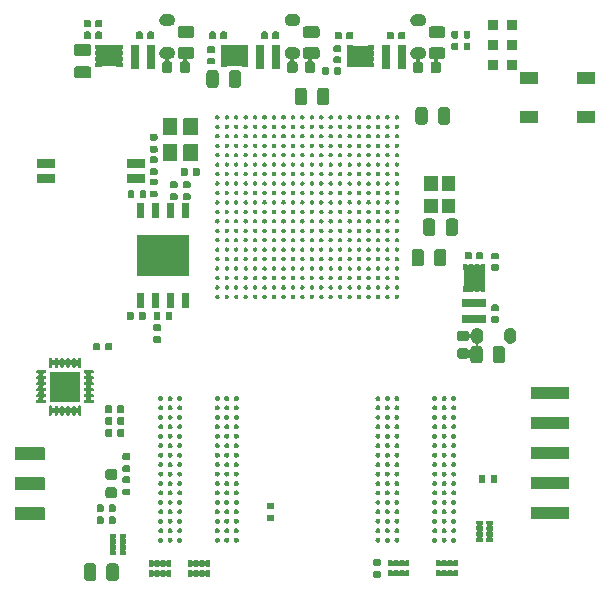
<source format=gbr>
%TF.GenerationSoftware,KiCad,Pcbnew,8.0.1*%
%TF.CreationDate,2024-05-09T15:37:21+08:00*%
%TF.ProjectId,ProDocument_ZYNQ7020_V1_2024-04-10,50726f44-6f63-4756-9d65-6e745f5a594e,rev?*%
%TF.SameCoordinates,Original*%
%TF.FileFunction,Soldermask,Top*%
%TF.FilePolarity,Negative*%
%FSLAX46Y46*%
G04 Gerber Fmt 4.6, Leading zero omitted, Abs format (unit mm)*
G04 Created by KiCad (PCBNEW 8.0.1) date 2024-05-09 15:37:21*
%MOMM*%
%LPD*%
G01*
G04 APERTURE LIST*
G04 APERTURE END LIST*
G36*
X166577879Y-99375307D02*
G01*
X166629278Y-99382796D01*
X166638712Y-99387408D01*
X166656614Y-99390969D01*
X166685562Y-99410312D01*
X166708268Y-99421412D01*
X166720537Y-99433681D01*
X166742586Y-99448414D01*
X166757318Y-99470462D01*
X166769587Y-99482731D01*
X166780686Y-99505435D01*
X166800031Y-99534386D01*
X166803591Y-99552288D01*
X166808204Y-99561722D01*
X166815690Y-99613111D01*
X166820203Y-99635797D01*
X166820203Y-100585797D01*
X166815688Y-100608492D01*
X166808203Y-100659872D01*
X166803592Y-100669302D01*
X166800031Y-100687208D01*
X166780684Y-100716162D01*
X166769587Y-100738862D01*
X166757320Y-100751128D01*
X166742586Y-100773180D01*
X166720534Y-100787914D01*
X166708268Y-100800181D01*
X166685567Y-100811278D01*
X166656614Y-100830625D01*
X166638710Y-100834186D01*
X166629277Y-100838798D01*
X166577890Y-100846284D01*
X166555203Y-100850797D01*
X166055203Y-100850797D01*
X166032510Y-100846283D01*
X165981127Y-100838797D01*
X165971695Y-100834186D01*
X165953792Y-100830625D01*
X165924840Y-100811280D01*
X165902137Y-100800181D01*
X165889868Y-100787912D01*
X165867820Y-100773180D01*
X165853087Y-100751131D01*
X165840818Y-100738862D01*
X165829717Y-100716155D01*
X165810375Y-100687208D01*
X165806814Y-100669307D01*
X165802201Y-100659871D01*
X165794712Y-100608466D01*
X165790203Y-100585797D01*
X165790203Y-99635797D01*
X165794713Y-99613122D01*
X165802202Y-99561721D01*
X165806814Y-99552286D01*
X165810375Y-99534386D01*
X165829716Y-99505440D01*
X165840818Y-99482731D01*
X165853089Y-99470459D01*
X165867820Y-99448414D01*
X165889865Y-99433683D01*
X165902137Y-99421412D01*
X165924846Y-99410309D01*
X165953792Y-99390969D01*
X165971690Y-99387408D01*
X165981128Y-99382795D01*
X166032536Y-99375305D01*
X166055203Y-99370797D01*
X166555203Y-99370797D01*
X166577879Y-99375307D01*
G37*
G36*
X168477879Y-99375307D02*
G01*
X168529278Y-99382796D01*
X168538712Y-99387408D01*
X168556614Y-99390969D01*
X168585562Y-99410312D01*
X168608268Y-99421412D01*
X168620537Y-99433681D01*
X168642586Y-99448414D01*
X168657318Y-99470462D01*
X168669587Y-99482731D01*
X168680686Y-99505435D01*
X168700031Y-99534386D01*
X168703591Y-99552288D01*
X168708204Y-99561722D01*
X168715690Y-99613111D01*
X168720203Y-99635797D01*
X168720203Y-100585797D01*
X168715688Y-100608492D01*
X168708203Y-100659872D01*
X168703592Y-100669302D01*
X168700031Y-100687208D01*
X168680684Y-100716162D01*
X168669587Y-100738862D01*
X168657320Y-100751128D01*
X168642586Y-100773180D01*
X168620534Y-100787914D01*
X168608268Y-100800181D01*
X168585567Y-100811278D01*
X168556614Y-100830625D01*
X168538710Y-100834186D01*
X168529277Y-100838798D01*
X168477890Y-100846284D01*
X168455203Y-100850797D01*
X167955203Y-100850797D01*
X167932510Y-100846283D01*
X167881127Y-100838797D01*
X167871695Y-100834186D01*
X167853792Y-100830625D01*
X167824840Y-100811280D01*
X167802137Y-100800181D01*
X167789868Y-100787912D01*
X167767820Y-100773180D01*
X167753087Y-100751131D01*
X167740818Y-100738862D01*
X167729717Y-100716155D01*
X167710375Y-100687208D01*
X167706814Y-100669307D01*
X167702201Y-100659871D01*
X167694712Y-100608466D01*
X167690203Y-100585797D01*
X167690203Y-99635797D01*
X167694713Y-99613122D01*
X167702202Y-99561721D01*
X167706814Y-99552286D01*
X167710375Y-99534386D01*
X167729716Y-99505440D01*
X167740818Y-99482731D01*
X167753089Y-99470459D01*
X167767820Y-99448414D01*
X167789865Y-99433683D01*
X167802137Y-99421412D01*
X167824846Y-99410309D01*
X167853792Y-99390969D01*
X167871690Y-99387408D01*
X167881128Y-99382795D01*
X167932536Y-99375305D01*
X167955203Y-99370797D01*
X168455203Y-99370797D01*
X168477879Y-99375307D01*
G37*
G36*
X190842403Y-100046416D02*
G01*
X190891066Y-100078932D01*
X190923582Y-100127595D01*
X190935000Y-100184998D01*
X190935000Y-100454998D01*
X190923582Y-100512401D01*
X190891066Y-100561064D01*
X190842403Y-100593580D01*
X190785000Y-100604998D01*
X190415000Y-100604998D01*
X190357597Y-100593580D01*
X190308934Y-100561064D01*
X190276418Y-100512401D01*
X190265000Y-100454998D01*
X190265000Y-100184998D01*
X190276418Y-100127595D01*
X190308934Y-100078932D01*
X190357597Y-100046416D01*
X190415000Y-100034998D01*
X190785000Y-100034998D01*
X190842403Y-100046416D01*
G37*
G36*
X171634943Y-99971939D02*
G01*
X171639810Y-99975190D01*
X171643061Y-99980057D01*
X171644180Y-99985683D01*
X171668111Y-100021496D01*
X171790295Y-100021496D01*
X171814225Y-99985681D01*
X171815345Y-99980057D01*
X171818596Y-99975190D01*
X171823463Y-99971939D01*
X171829203Y-99970797D01*
X172129203Y-99970797D01*
X172134943Y-99971939D01*
X172139810Y-99975190D01*
X172143061Y-99980057D01*
X172144180Y-99985683D01*
X172168111Y-100021496D01*
X172290295Y-100021496D01*
X172314225Y-99985681D01*
X172315345Y-99980057D01*
X172318596Y-99975190D01*
X172323463Y-99971939D01*
X172329203Y-99970797D01*
X172629203Y-99970797D01*
X172634943Y-99971939D01*
X172639810Y-99975190D01*
X172643061Y-99980057D01*
X172644180Y-99985683D01*
X172668111Y-100021496D01*
X172790295Y-100021496D01*
X172814225Y-99985681D01*
X172815345Y-99980057D01*
X172818596Y-99975190D01*
X172823463Y-99971939D01*
X172829203Y-99970797D01*
X173129203Y-99970797D01*
X173134943Y-99971939D01*
X173139810Y-99975190D01*
X173143061Y-99980057D01*
X173144203Y-99985797D01*
X173144203Y-100490797D01*
X173143061Y-100496537D01*
X173139810Y-100501404D01*
X173134943Y-100504655D01*
X173129203Y-100505797D01*
X172829203Y-100505797D01*
X172823463Y-100504655D01*
X172818596Y-100501404D01*
X172815345Y-100496537D01*
X172814225Y-100490907D01*
X172790297Y-100455097D01*
X172668109Y-100455097D01*
X172644181Y-100490906D01*
X172643061Y-100496537D01*
X172639810Y-100501404D01*
X172634943Y-100504655D01*
X172629203Y-100505797D01*
X172329203Y-100505797D01*
X172323463Y-100504655D01*
X172318596Y-100501404D01*
X172315345Y-100496537D01*
X172314225Y-100490907D01*
X172290297Y-100455097D01*
X172168109Y-100455097D01*
X172144181Y-100490906D01*
X172143061Y-100496537D01*
X172139810Y-100501404D01*
X172134943Y-100504655D01*
X172129203Y-100505797D01*
X171829203Y-100505797D01*
X171823463Y-100504655D01*
X171818596Y-100501404D01*
X171815345Y-100496537D01*
X171814225Y-100490907D01*
X171790297Y-100455097D01*
X171668109Y-100455097D01*
X171644181Y-100490906D01*
X171643061Y-100496537D01*
X171639810Y-100501404D01*
X171634943Y-100504655D01*
X171629203Y-100505797D01*
X171329203Y-100505797D01*
X171323463Y-100504655D01*
X171318596Y-100501404D01*
X171315345Y-100496537D01*
X171314203Y-100490797D01*
X171314203Y-99985797D01*
X171315345Y-99980057D01*
X171318596Y-99975190D01*
X171323463Y-99971939D01*
X171329203Y-99970797D01*
X171629203Y-99970797D01*
X171634943Y-99971939D01*
G37*
G36*
X174934943Y-99971939D02*
G01*
X174939810Y-99975190D01*
X174943061Y-99980057D01*
X174944180Y-99985683D01*
X174968111Y-100021496D01*
X175090295Y-100021496D01*
X175114225Y-99985681D01*
X175115345Y-99980057D01*
X175118596Y-99975190D01*
X175123463Y-99971939D01*
X175129203Y-99970797D01*
X175429203Y-99970797D01*
X175434943Y-99971939D01*
X175439810Y-99975190D01*
X175443061Y-99980057D01*
X175444180Y-99985683D01*
X175468111Y-100021496D01*
X175590295Y-100021496D01*
X175614225Y-99985681D01*
X175615345Y-99980057D01*
X175618596Y-99975190D01*
X175623463Y-99971939D01*
X175629203Y-99970797D01*
X175929203Y-99970797D01*
X175934943Y-99971939D01*
X175939810Y-99975190D01*
X175943061Y-99980057D01*
X175944180Y-99985683D01*
X175968111Y-100021496D01*
X176090295Y-100021496D01*
X176114225Y-99985681D01*
X176115345Y-99980057D01*
X176118596Y-99975190D01*
X176123463Y-99971939D01*
X176129203Y-99970797D01*
X176429203Y-99970797D01*
X176434943Y-99971939D01*
X176439810Y-99975190D01*
X176443061Y-99980057D01*
X176444203Y-99985797D01*
X176444203Y-100490797D01*
X176443061Y-100496537D01*
X176439810Y-100501404D01*
X176434943Y-100504655D01*
X176429203Y-100505797D01*
X176129203Y-100505797D01*
X176123463Y-100504655D01*
X176118596Y-100501404D01*
X176115345Y-100496537D01*
X176114225Y-100490907D01*
X176090297Y-100455097D01*
X175968109Y-100455097D01*
X175944181Y-100490906D01*
X175943061Y-100496537D01*
X175939810Y-100501404D01*
X175934943Y-100504655D01*
X175929203Y-100505797D01*
X175629203Y-100505797D01*
X175623463Y-100504655D01*
X175618596Y-100501404D01*
X175615345Y-100496537D01*
X175614225Y-100490907D01*
X175590297Y-100455097D01*
X175468109Y-100455097D01*
X175444181Y-100490906D01*
X175443061Y-100496537D01*
X175439810Y-100501404D01*
X175434943Y-100504655D01*
X175429203Y-100505797D01*
X175129203Y-100505797D01*
X175123463Y-100504655D01*
X175118596Y-100501404D01*
X175115345Y-100496537D01*
X175114225Y-100490907D01*
X175090297Y-100455097D01*
X174968109Y-100455097D01*
X174944181Y-100490906D01*
X174943061Y-100496537D01*
X174939810Y-100501404D01*
X174934943Y-100504655D01*
X174929203Y-100505797D01*
X174629203Y-100505797D01*
X174623463Y-100504655D01*
X174618596Y-100501404D01*
X174615345Y-100496537D01*
X174614203Y-100490797D01*
X174614203Y-99985797D01*
X174615345Y-99980057D01*
X174618596Y-99975190D01*
X174623463Y-99971939D01*
X174629203Y-99970797D01*
X174929203Y-99970797D01*
X174934943Y-99971939D01*
G37*
G36*
X191834944Y-99944439D02*
G01*
X191839811Y-99947690D01*
X191843062Y-99952557D01*
X191844181Y-99958183D01*
X191868112Y-99993996D01*
X191990296Y-99993996D01*
X192014226Y-99958181D01*
X192015346Y-99952557D01*
X192018597Y-99947690D01*
X192023464Y-99944439D01*
X192029204Y-99943297D01*
X192329204Y-99943297D01*
X192334944Y-99944439D01*
X192339811Y-99947690D01*
X192343062Y-99952557D01*
X192344181Y-99958183D01*
X192368112Y-99993996D01*
X192490296Y-99993996D01*
X192514226Y-99958181D01*
X192515346Y-99952557D01*
X192518597Y-99947690D01*
X192523464Y-99944439D01*
X192529204Y-99943297D01*
X192829204Y-99943297D01*
X192834944Y-99944439D01*
X192839811Y-99947690D01*
X192843062Y-99952557D01*
X192844181Y-99958183D01*
X192868112Y-99993996D01*
X192990296Y-99993996D01*
X193014226Y-99958181D01*
X193015346Y-99952557D01*
X193018597Y-99947690D01*
X193023464Y-99944439D01*
X193029204Y-99943297D01*
X193329204Y-99943297D01*
X193334944Y-99944439D01*
X193339811Y-99947690D01*
X193343062Y-99952557D01*
X193344204Y-99958297D01*
X193344204Y-100463297D01*
X193343062Y-100469037D01*
X193339811Y-100473904D01*
X193334944Y-100477155D01*
X193329204Y-100478297D01*
X193029204Y-100478297D01*
X193023464Y-100477155D01*
X193018597Y-100473904D01*
X193015346Y-100469037D01*
X193014226Y-100463407D01*
X192990298Y-100427597D01*
X192868110Y-100427597D01*
X192844182Y-100463406D01*
X192843062Y-100469037D01*
X192839811Y-100473904D01*
X192834944Y-100477155D01*
X192829204Y-100478297D01*
X192529204Y-100478297D01*
X192523464Y-100477155D01*
X192518597Y-100473904D01*
X192515346Y-100469037D01*
X192514226Y-100463407D01*
X192490298Y-100427597D01*
X192368110Y-100427597D01*
X192344182Y-100463406D01*
X192343062Y-100469037D01*
X192339811Y-100473904D01*
X192334944Y-100477155D01*
X192329204Y-100478297D01*
X192029204Y-100478297D01*
X192023464Y-100477155D01*
X192018597Y-100473904D01*
X192015346Y-100469037D01*
X192014226Y-100463407D01*
X191990298Y-100427597D01*
X191868110Y-100427597D01*
X191844182Y-100463406D01*
X191843062Y-100469037D01*
X191839811Y-100473904D01*
X191834944Y-100477155D01*
X191829204Y-100478297D01*
X191529204Y-100478297D01*
X191523464Y-100477155D01*
X191518597Y-100473904D01*
X191515346Y-100469037D01*
X191514204Y-100463297D01*
X191514204Y-99958297D01*
X191515346Y-99952557D01*
X191518597Y-99947690D01*
X191523464Y-99944439D01*
X191529204Y-99943297D01*
X191829204Y-99943297D01*
X191834944Y-99944439D01*
G37*
G36*
X195934943Y-99944439D02*
G01*
X195939810Y-99947690D01*
X195943061Y-99952557D01*
X195944180Y-99958183D01*
X195968111Y-99993996D01*
X196090295Y-99993996D01*
X196114225Y-99958181D01*
X196115345Y-99952557D01*
X196118596Y-99947690D01*
X196123463Y-99944439D01*
X196129203Y-99943297D01*
X196429203Y-99943297D01*
X196434943Y-99944439D01*
X196439810Y-99947690D01*
X196443061Y-99952557D01*
X196444180Y-99958183D01*
X196468111Y-99993996D01*
X196590295Y-99993996D01*
X196614225Y-99958181D01*
X196615345Y-99952557D01*
X196618596Y-99947690D01*
X196623463Y-99944439D01*
X196629203Y-99943297D01*
X196929203Y-99943297D01*
X196934943Y-99944439D01*
X196939810Y-99947690D01*
X196943061Y-99952557D01*
X196944180Y-99958183D01*
X196968111Y-99993996D01*
X197090295Y-99993996D01*
X197114225Y-99958181D01*
X197115345Y-99952557D01*
X197118596Y-99947690D01*
X197123463Y-99944439D01*
X197129203Y-99943297D01*
X197429203Y-99943297D01*
X197434943Y-99944439D01*
X197439810Y-99947690D01*
X197443061Y-99952557D01*
X197444203Y-99958297D01*
X197444203Y-100463297D01*
X197443061Y-100469037D01*
X197439810Y-100473904D01*
X197434943Y-100477155D01*
X197429203Y-100478297D01*
X197129203Y-100478297D01*
X197123463Y-100477155D01*
X197118596Y-100473904D01*
X197115345Y-100469037D01*
X197114225Y-100463407D01*
X197090297Y-100427597D01*
X196968109Y-100427597D01*
X196944181Y-100463406D01*
X196943061Y-100469037D01*
X196939810Y-100473904D01*
X196934943Y-100477155D01*
X196929203Y-100478297D01*
X196629203Y-100478297D01*
X196623463Y-100477155D01*
X196618596Y-100473904D01*
X196615345Y-100469037D01*
X196614225Y-100463407D01*
X196590297Y-100427597D01*
X196468109Y-100427597D01*
X196444181Y-100463406D01*
X196443061Y-100469037D01*
X196439810Y-100473904D01*
X196434943Y-100477155D01*
X196429203Y-100478297D01*
X196129203Y-100478297D01*
X196123463Y-100477155D01*
X196118596Y-100473904D01*
X196115345Y-100469037D01*
X196114225Y-100463407D01*
X196090297Y-100427597D01*
X195968109Y-100427597D01*
X195944181Y-100463406D01*
X195943061Y-100469037D01*
X195939810Y-100473904D01*
X195934943Y-100477155D01*
X195929203Y-100478297D01*
X195629203Y-100478297D01*
X195623463Y-100477155D01*
X195618596Y-100473904D01*
X195615345Y-100469037D01*
X195614203Y-100463297D01*
X195614203Y-99958297D01*
X195615345Y-99952557D01*
X195618596Y-99947690D01*
X195623463Y-99944439D01*
X195629203Y-99943297D01*
X195929203Y-99943297D01*
X195934943Y-99944439D01*
G37*
G36*
X171634943Y-99116939D02*
G01*
X171639810Y-99120190D01*
X171643061Y-99125057D01*
X171644180Y-99130683D01*
X171668111Y-99166496D01*
X171790295Y-99166496D01*
X171814225Y-99130681D01*
X171815345Y-99125057D01*
X171818596Y-99120190D01*
X171823463Y-99116939D01*
X171829203Y-99115797D01*
X172129203Y-99115797D01*
X172134943Y-99116939D01*
X172139810Y-99120190D01*
X172143061Y-99125057D01*
X172144180Y-99130683D01*
X172168111Y-99166496D01*
X172290295Y-99166496D01*
X172314225Y-99130681D01*
X172315345Y-99125057D01*
X172318596Y-99120190D01*
X172323463Y-99116939D01*
X172329203Y-99115797D01*
X172629203Y-99115797D01*
X172634943Y-99116939D01*
X172639810Y-99120190D01*
X172643061Y-99125057D01*
X172644180Y-99130683D01*
X172668111Y-99166496D01*
X172790295Y-99166496D01*
X172814225Y-99130681D01*
X172815345Y-99125057D01*
X172818596Y-99120190D01*
X172823463Y-99116939D01*
X172829203Y-99115797D01*
X173129203Y-99115797D01*
X173134943Y-99116939D01*
X173139810Y-99120190D01*
X173143061Y-99125057D01*
X173144203Y-99130797D01*
X173144203Y-99635797D01*
X173143061Y-99641537D01*
X173139810Y-99646404D01*
X173134943Y-99649655D01*
X173129203Y-99650797D01*
X172829203Y-99650797D01*
X172823463Y-99649655D01*
X172818596Y-99646404D01*
X172815345Y-99641537D01*
X172814225Y-99635907D01*
X172790297Y-99600097D01*
X172668109Y-99600097D01*
X172644181Y-99635906D01*
X172643061Y-99641537D01*
X172639810Y-99646404D01*
X172634943Y-99649655D01*
X172629203Y-99650797D01*
X172329203Y-99650797D01*
X172323463Y-99649655D01*
X172318596Y-99646404D01*
X172315345Y-99641537D01*
X172314225Y-99635907D01*
X172290297Y-99600097D01*
X172168109Y-99600097D01*
X172144181Y-99635906D01*
X172143061Y-99641537D01*
X172139810Y-99646404D01*
X172134943Y-99649655D01*
X172129203Y-99650797D01*
X171829203Y-99650797D01*
X171823463Y-99649655D01*
X171818596Y-99646404D01*
X171815345Y-99641537D01*
X171814225Y-99635907D01*
X171790297Y-99600097D01*
X171668109Y-99600097D01*
X171644181Y-99635906D01*
X171643061Y-99641537D01*
X171639810Y-99646404D01*
X171634943Y-99649655D01*
X171629203Y-99650797D01*
X171329203Y-99650797D01*
X171323463Y-99649655D01*
X171318596Y-99646404D01*
X171315345Y-99641537D01*
X171314203Y-99635797D01*
X171314203Y-99130797D01*
X171315345Y-99125057D01*
X171318596Y-99120190D01*
X171323463Y-99116939D01*
X171329203Y-99115797D01*
X171629203Y-99115797D01*
X171634943Y-99116939D01*
G37*
G36*
X174934943Y-99116939D02*
G01*
X174939810Y-99120190D01*
X174943061Y-99125057D01*
X174944180Y-99130683D01*
X174968111Y-99166496D01*
X175090295Y-99166496D01*
X175114225Y-99130681D01*
X175115345Y-99125057D01*
X175118596Y-99120190D01*
X175123463Y-99116939D01*
X175129203Y-99115797D01*
X175429203Y-99115797D01*
X175434943Y-99116939D01*
X175439810Y-99120190D01*
X175443061Y-99125057D01*
X175444180Y-99130683D01*
X175468111Y-99166496D01*
X175590295Y-99166496D01*
X175614225Y-99130681D01*
X175615345Y-99125057D01*
X175618596Y-99120190D01*
X175623463Y-99116939D01*
X175629203Y-99115797D01*
X175929203Y-99115797D01*
X175934943Y-99116939D01*
X175939810Y-99120190D01*
X175943061Y-99125057D01*
X175944180Y-99130683D01*
X175968111Y-99166496D01*
X176090295Y-99166496D01*
X176114225Y-99130681D01*
X176115345Y-99125057D01*
X176118596Y-99120190D01*
X176123463Y-99116939D01*
X176129203Y-99115797D01*
X176429203Y-99115797D01*
X176434943Y-99116939D01*
X176439810Y-99120190D01*
X176443061Y-99125057D01*
X176444203Y-99130797D01*
X176444203Y-99635797D01*
X176443061Y-99641537D01*
X176439810Y-99646404D01*
X176434943Y-99649655D01*
X176429203Y-99650797D01*
X176129203Y-99650797D01*
X176123463Y-99649655D01*
X176118596Y-99646404D01*
X176115345Y-99641537D01*
X176114225Y-99635907D01*
X176090297Y-99600097D01*
X175968109Y-99600097D01*
X175944181Y-99635906D01*
X175943061Y-99641537D01*
X175939810Y-99646404D01*
X175934943Y-99649655D01*
X175929203Y-99650797D01*
X175629203Y-99650797D01*
X175623463Y-99649655D01*
X175618596Y-99646404D01*
X175615345Y-99641537D01*
X175614225Y-99635907D01*
X175590297Y-99600097D01*
X175468109Y-99600097D01*
X175444181Y-99635906D01*
X175443061Y-99641537D01*
X175439810Y-99646404D01*
X175434943Y-99649655D01*
X175429203Y-99650797D01*
X175129203Y-99650797D01*
X175123463Y-99649655D01*
X175118596Y-99646404D01*
X175115345Y-99641537D01*
X175114225Y-99635907D01*
X175090297Y-99600097D01*
X174968109Y-99600097D01*
X174944181Y-99635906D01*
X174943061Y-99641537D01*
X174939810Y-99646404D01*
X174934943Y-99649655D01*
X174929203Y-99650797D01*
X174629203Y-99650797D01*
X174623463Y-99649655D01*
X174618596Y-99646404D01*
X174615345Y-99641537D01*
X174614203Y-99635797D01*
X174614203Y-99130797D01*
X174615345Y-99125057D01*
X174618596Y-99120190D01*
X174623463Y-99116939D01*
X174629203Y-99115797D01*
X174929203Y-99115797D01*
X174934943Y-99116939D01*
G37*
G36*
X191834944Y-99089439D02*
G01*
X191839811Y-99092690D01*
X191843062Y-99097557D01*
X191844181Y-99103183D01*
X191868112Y-99138996D01*
X191990296Y-99138996D01*
X192014226Y-99103181D01*
X192015346Y-99097557D01*
X192018597Y-99092690D01*
X192023464Y-99089439D01*
X192029204Y-99088297D01*
X192329204Y-99088297D01*
X192334944Y-99089439D01*
X192339811Y-99092690D01*
X192343062Y-99097557D01*
X192344181Y-99103183D01*
X192368112Y-99138996D01*
X192490296Y-99138996D01*
X192514226Y-99103181D01*
X192515346Y-99097557D01*
X192518597Y-99092690D01*
X192523464Y-99089439D01*
X192529204Y-99088297D01*
X192829204Y-99088297D01*
X192834944Y-99089439D01*
X192839811Y-99092690D01*
X192843062Y-99097557D01*
X192844181Y-99103183D01*
X192868112Y-99138996D01*
X192990296Y-99138996D01*
X193014226Y-99103181D01*
X193015346Y-99097557D01*
X193018597Y-99092690D01*
X193023464Y-99089439D01*
X193029204Y-99088297D01*
X193329204Y-99088297D01*
X193334944Y-99089439D01*
X193339811Y-99092690D01*
X193343062Y-99097557D01*
X193344204Y-99103297D01*
X193344204Y-99608297D01*
X193343062Y-99614037D01*
X193339811Y-99618904D01*
X193334944Y-99622155D01*
X193329204Y-99623297D01*
X193029204Y-99623297D01*
X193023464Y-99622155D01*
X193018597Y-99618904D01*
X193015346Y-99614037D01*
X193014226Y-99608407D01*
X192990298Y-99572597D01*
X192868110Y-99572597D01*
X192844182Y-99608406D01*
X192843062Y-99614037D01*
X192839811Y-99618904D01*
X192834944Y-99622155D01*
X192829204Y-99623297D01*
X192529204Y-99623297D01*
X192523464Y-99622155D01*
X192518597Y-99618904D01*
X192515346Y-99614037D01*
X192514226Y-99608407D01*
X192490298Y-99572597D01*
X192368110Y-99572597D01*
X192344182Y-99608406D01*
X192343062Y-99614037D01*
X192339811Y-99618904D01*
X192334944Y-99622155D01*
X192329204Y-99623297D01*
X192029204Y-99623297D01*
X192023464Y-99622155D01*
X192018597Y-99618904D01*
X192015346Y-99614037D01*
X192014226Y-99608407D01*
X191990298Y-99572597D01*
X191868110Y-99572597D01*
X191844182Y-99608406D01*
X191843062Y-99614037D01*
X191839811Y-99618904D01*
X191834944Y-99622155D01*
X191829204Y-99623297D01*
X191529204Y-99623297D01*
X191523464Y-99622155D01*
X191518597Y-99618904D01*
X191515346Y-99614037D01*
X191514204Y-99608297D01*
X191514204Y-99103297D01*
X191515346Y-99097557D01*
X191518597Y-99092690D01*
X191523464Y-99089439D01*
X191529204Y-99088297D01*
X191829204Y-99088297D01*
X191834944Y-99089439D01*
G37*
G36*
X195934943Y-99089439D02*
G01*
X195939810Y-99092690D01*
X195943061Y-99097557D01*
X195944180Y-99103183D01*
X195968111Y-99138996D01*
X196090295Y-99138996D01*
X196114225Y-99103181D01*
X196115345Y-99097557D01*
X196118596Y-99092690D01*
X196123463Y-99089439D01*
X196129203Y-99088297D01*
X196429203Y-99088297D01*
X196434943Y-99089439D01*
X196439810Y-99092690D01*
X196443061Y-99097557D01*
X196444180Y-99103183D01*
X196468111Y-99138996D01*
X196590295Y-99138996D01*
X196614225Y-99103181D01*
X196615345Y-99097557D01*
X196618596Y-99092690D01*
X196623463Y-99089439D01*
X196629203Y-99088297D01*
X196929203Y-99088297D01*
X196934943Y-99089439D01*
X196939810Y-99092690D01*
X196943061Y-99097557D01*
X196944180Y-99103183D01*
X196968111Y-99138996D01*
X197090295Y-99138996D01*
X197114225Y-99103181D01*
X197115345Y-99097557D01*
X197118596Y-99092690D01*
X197123463Y-99089439D01*
X197129203Y-99088297D01*
X197429203Y-99088297D01*
X197434943Y-99089439D01*
X197439810Y-99092690D01*
X197443061Y-99097557D01*
X197444203Y-99103297D01*
X197444203Y-99608297D01*
X197443061Y-99614037D01*
X197439810Y-99618904D01*
X197434943Y-99622155D01*
X197429203Y-99623297D01*
X197129203Y-99623297D01*
X197123463Y-99622155D01*
X197118596Y-99618904D01*
X197115345Y-99614037D01*
X197114225Y-99608407D01*
X197090297Y-99572597D01*
X196968109Y-99572597D01*
X196944181Y-99608406D01*
X196943061Y-99614037D01*
X196939810Y-99618904D01*
X196934943Y-99622155D01*
X196929203Y-99623297D01*
X196629203Y-99623297D01*
X196623463Y-99622155D01*
X196618596Y-99618904D01*
X196615345Y-99614037D01*
X196614225Y-99608407D01*
X196590297Y-99572597D01*
X196468109Y-99572597D01*
X196444181Y-99608406D01*
X196443061Y-99614037D01*
X196439810Y-99618904D01*
X196434943Y-99622155D01*
X196429203Y-99623297D01*
X196129203Y-99623297D01*
X196123463Y-99622155D01*
X196118596Y-99618904D01*
X196115345Y-99614037D01*
X196114225Y-99608407D01*
X196090297Y-99572597D01*
X195968109Y-99572597D01*
X195944181Y-99608406D01*
X195943061Y-99614037D01*
X195939810Y-99618904D01*
X195934943Y-99622155D01*
X195929203Y-99623297D01*
X195629203Y-99623297D01*
X195623463Y-99622155D01*
X195618596Y-99618904D01*
X195615345Y-99614037D01*
X195614203Y-99608297D01*
X195614203Y-99103297D01*
X195615345Y-99097557D01*
X195618596Y-99092690D01*
X195623463Y-99089439D01*
X195629203Y-99088297D01*
X195929203Y-99088297D01*
X195934943Y-99089439D01*
G37*
G36*
X190842403Y-99026418D02*
G01*
X190891066Y-99058934D01*
X190923582Y-99107597D01*
X190935000Y-99165000D01*
X190935000Y-99435000D01*
X190923582Y-99492403D01*
X190891066Y-99541066D01*
X190842403Y-99573582D01*
X190785000Y-99585000D01*
X190415000Y-99585000D01*
X190357597Y-99573582D01*
X190308934Y-99541066D01*
X190276418Y-99492403D01*
X190265000Y-99435000D01*
X190265000Y-99165000D01*
X190276418Y-99107597D01*
X190308934Y-99058934D01*
X190357597Y-99026418D01*
X190415000Y-99015000D01*
X190785000Y-99015000D01*
X190842403Y-99026418D01*
G37*
G36*
X168482444Y-96846939D02*
G01*
X168487311Y-96850190D01*
X168490562Y-96855057D01*
X168491704Y-96860797D01*
X168491704Y-97160797D01*
X168490562Y-97166537D01*
X168487311Y-97171404D01*
X168482444Y-97174655D01*
X168476813Y-97175775D01*
X168441004Y-97199703D01*
X168441004Y-97321891D01*
X168476814Y-97345819D01*
X168482444Y-97346939D01*
X168487311Y-97350190D01*
X168490562Y-97355057D01*
X168491704Y-97360797D01*
X168491704Y-97660797D01*
X168490562Y-97666537D01*
X168487311Y-97671404D01*
X168482444Y-97674655D01*
X168476813Y-97675775D01*
X168441004Y-97699703D01*
X168441004Y-97821891D01*
X168476814Y-97845819D01*
X168482444Y-97846939D01*
X168487311Y-97850190D01*
X168490562Y-97855057D01*
X168491704Y-97860797D01*
X168491704Y-98160797D01*
X168490562Y-98166537D01*
X168487311Y-98171404D01*
X168482444Y-98174655D01*
X168476813Y-98175775D01*
X168441004Y-98199703D01*
X168441004Y-98321891D01*
X168476814Y-98345819D01*
X168482444Y-98346939D01*
X168487311Y-98350190D01*
X168490562Y-98355057D01*
X168491704Y-98360797D01*
X168491704Y-98660797D01*
X168490562Y-98666537D01*
X168487311Y-98671404D01*
X168482444Y-98674655D01*
X168476704Y-98675797D01*
X167971704Y-98675797D01*
X167965964Y-98674655D01*
X167961097Y-98671404D01*
X167957846Y-98666537D01*
X167956704Y-98660797D01*
X167956704Y-98360797D01*
X167957846Y-98355057D01*
X167961097Y-98350190D01*
X167965964Y-98346939D01*
X167971588Y-98345819D01*
X168007403Y-98321889D01*
X168007403Y-98199705D01*
X167971590Y-98175774D01*
X167965964Y-98174655D01*
X167961097Y-98171404D01*
X167957846Y-98166537D01*
X167956704Y-98160797D01*
X167956704Y-97860797D01*
X167957846Y-97855057D01*
X167961097Y-97850190D01*
X167965964Y-97846939D01*
X167971588Y-97845819D01*
X168007403Y-97821889D01*
X168007403Y-97699705D01*
X167971590Y-97675774D01*
X167965964Y-97674655D01*
X167961097Y-97671404D01*
X167957846Y-97666537D01*
X167956704Y-97660797D01*
X167956704Y-97360797D01*
X167957846Y-97355057D01*
X167961097Y-97350190D01*
X167965964Y-97346939D01*
X167971588Y-97345819D01*
X168007403Y-97321889D01*
X168007403Y-97199705D01*
X167971590Y-97175774D01*
X167965964Y-97174655D01*
X167961097Y-97171404D01*
X167957846Y-97166537D01*
X167956704Y-97160797D01*
X167956704Y-96860797D01*
X167957846Y-96855057D01*
X167961097Y-96850190D01*
X167965964Y-96846939D01*
X167971704Y-96845797D01*
X168476704Y-96845797D01*
X168482444Y-96846939D01*
G37*
G36*
X169337444Y-96846939D02*
G01*
X169342311Y-96850190D01*
X169345562Y-96855057D01*
X169346704Y-96860797D01*
X169346704Y-97160797D01*
X169345562Y-97166537D01*
X169342311Y-97171404D01*
X169337444Y-97174655D01*
X169331813Y-97175775D01*
X169296004Y-97199703D01*
X169296004Y-97321891D01*
X169331814Y-97345819D01*
X169337444Y-97346939D01*
X169342311Y-97350190D01*
X169345562Y-97355057D01*
X169346704Y-97360797D01*
X169346704Y-97660797D01*
X169345562Y-97666537D01*
X169342311Y-97671404D01*
X169337444Y-97674655D01*
X169331813Y-97675775D01*
X169296004Y-97699703D01*
X169296004Y-97821891D01*
X169331814Y-97845819D01*
X169337444Y-97846939D01*
X169342311Y-97850190D01*
X169345562Y-97855057D01*
X169346704Y-97860797D01*
X169346704Y-98160797D01*
X169345562Y-98166537D01*
X169342311Y-98171404D01*
X169337444Y-98174655D01*
X169331813Y-98175775D01*
X169296004Y-98199703D01*
X169296004Y-98321891D01*
X169331814Y-98345819D01*
X169337444Y-98346939D01*
X169342311Y-98350190D01*
X169345562Y-98355057D01*
X169346704Y-98360797D01*
X169346704Y-98660797D01*
X169345562Y-98666537D01*
X169342311Y-98671404D01*
X169337444Y-98674655D01*
X169331704Y-98675797D01*
X168826704Y-98675797D01*
X168820964Y-98674655D01*
X168816097Y-98671404D01*
X168812846Y-98666537D01*
X168811704Y-98660797D01*
X168811704Y-98360797D01*
X168812846Y-98355057D01*
X168816097Y-98350190D01*
X168820964Y-98346939D01*
X168826588Y-98345819D01*
X168862403Y-98321889D01*
X168862403Y-98199705D01*
X168826590Y-98175774D01*
X168820964Y-98174655D01*
X168816097Y-98171404D01*
X168812846Y-98166537D01*
X168811704Y-98160797D01*
X168811704Y-97860797D01*
X168812846Y-97855057D01*
X168816097Y-97850190D01*
X168820964Y-97846939D01*
X168826588Y-97845819D01*
X168862403Y-97821889D01*
X168862403Y-97699705D01*
X168826590Y-97675774D01*
X168820964Y-97674655D01*
X168816097Y-97671404D01*
X168812846Y-97666537D01*
X168811704Y-97660797D01*
X168811704Y-97360797D01*
X168812846Y-97355057D01*
X168816097Y-97350190D01*
X168820964Y-97346939D01*
X168826588Y-97345819D01*
X168862403Y-97321889D01*
X168862403Y-97199705D01*
X168826590Y-97175774D01*
X168820964Y-97174655D01*
X168816097Y-97171404D01*
X168812846Y-97166537D01*
X168811704Y-97160797D01*
X168811704Y-96860797D01*
X168812846Y-96855057D01*
X168816097Y-96850190D01*
X168820964Y-96846939D01*
X168826704Y-96845797D01*
X169331704Y-96845797D01*
X169337444Y-96846939D01*
G37*
G36*
X172304355Y-97200800D02*
G01*
X172316231Y-97200800D01*
X172330544Y-97206009D01*
X172361480Y-97212163D01*
X172378263Y-97223377D01*
X172385821Y-97226128D01*
X172399272Y-97237414D01*
X172431231Y-97258769D01*
X172439538Y-97271202D01*
X172442551Y-97273730D01*
X172450962Y-97288299D01*
X172477837Y-97328520D01*
X172494203Y-97410797D01*
X172477837Y-97493074D01*
X172450958Y-97533300D01*
X172442551Y-97547863D01*
X172439540Y-97550389D01*
X172431231Y-97562825D01*
X172399266Y-97584183D01*
X172385821Y-97595465D01*
X172378266Y-97598214D01*
X172361480Y-97609431D01*
X172330543Y-97615584D01*
X172316231Y-97620794D01*
X172304355Y-97620794D01*
X172279203Y-97625797D01*
X172254051Y-97620794D01*
X172242175Y-97620794D01*
X172227862Y-97615584D01*
X172196926Y-97609431D01*
X172180140Y-97598215D01*
X172172584Y-97595465D01*
X172159134Y-97584179D01*
X172127175Y-97562825D01*
X172118867Y-97550391D01*
X172115854Y-97547863D01*
X172107440Y-97533289D01*
X172080569Y-97493074D01*
X172064203Y-97410797D01*
X172080569Y-97328520D01*
X172107435Y-97288310D01*
X172115854Y-97273730D01*
X172118868Y-97271200D01*
X172127175Y-97258769D01*
X172159133Y-97237415D01*
X172172584Y-97226129D01*
X172180140Y-97223378D01*
X172196926Y-97212163D01*
X172227864Y-97206008D01*
X172242176Y-97200800D01*
X172254051Y-97200800D01*
X172279203Y-97195797D01*
X172304355Y-97200800D01*
G37*
G36*
X173104355Y-97200800D02*
G01*
X173116231Y-97200800D01*
X173130544Y-97206009D01*
X173161480Y-97212163D01*
X173178263Y-97223377D01*
X173185821Y-97226128D01*
X173199272Y-97237414D01*
X173231231Y-97258769D01*
X173239538Y-97271202D01*
X173242551Y-97273730D01*
X173250962Y-97288299D01*
X173277837Y-97328520D01*
X173294203Y-97410797D01*
X173277837Y-97493074D01*
X173250958Y-97533300D01*
X173242551Y-97547863D01*
X173239540Y-97550389D01*
X173231231Y-97562825D01*
X173199266Y-97584183D01*
X173185821Y-97595465D01*
X173178266Y-97598214D01*
X173161480Y-97609431D01*
X173130543Y-97615584D01*
X173116231Y-97620794D01*
X173104355Y-97620794D01*
X173079203Y-97625797D01*
X173054051Y-97620794D01*
X173042175Y-97620794D01*
X173027862Y-97615584D01*
X172996926Y-97609431D01*
X172980140Y-97598215D01*
X172972584Y-97595465D01*
X172959134Y-97584179D01*
X172927175Y-97562825D01*
X172918867Y-97550391D01*
X172915854Y-97547863D01*
X172907440Y-97533289D01*
X172880569Y-97493074D01*
X172864203Y-97410797D01*
X172880569Y-97328520D01*
X172907435Y-97288310D01*
X172915854Y-97273730D01*
X172918868Y-97271200D01*
X172927175Y-97258769D01*
X172959133Y-97237415D01*
X172972584Y-97226129D01*
X172980140Y-97223378D01*
X172996926Y-97212163D01*
X173027864Y-97206008D01*
X173042176Y-97200800D01*
X173054051Y-97200800D01*
X173079203Y-97195797D01*
X173104355Y-97200800D01*
G37*
G36*
X173904355Y-97200800D02*
G01*
X173916231Y-97200800D01*
X173930544Y-97206009D01*
X173961480Y-97212163D01*
X173978263Y-97223377D01*
X173985821Y-97226128D01*
X173999272Y-97237414D01*
X174031231Y-97258769D01*
X174039538Y-97271202D01*
X174042551Y-97273730D01*
X174050962Y-97288299D01*
X174077837Y-97328520D01*
X174094203Y-97410797D01*
X174077837Y-97493074D01*
X174050958Y-97533300D01*
X174042551Y-97547863D01*
X174039540Y-97550389D01*
X174031231Y-97562825D01*
X173999266Y-97584183D01*
X173985821Y-97595465D01*
X173978266Y-97598214D01*
X173961480Y-97609431D01*
X173930543Y-97615584D01*
X173916231Y-97620794D01*
X173904355Y-97620794D01*
X173879203Y-97625797D01*
X173854051Y-97620794D01*
X173842175Y-97620794D01*
X173827862Y-97615584D01*
X173796926Y-97609431D01*
X173780140Y-97598215D01*
X173772584Y-97595465D01*
X173759134Y-97584179D01*
X173727175Y-97562825D01*
X173718867Y-97550391D01*
X173715854Y-97547863D01*
X173707440Y-97533289D01*
X173680569Y-97493074D01*
X173664203Y-97410797D01*
X173680569Y-97328520D01*
X173707435Y-97288310D01*
X173715854Y-97273730D01*
X173718868Y-97271200D01*
X173727175Y-97258769D01*
X173759133Y-97237415D01*
X173772584Y-97226129D01*
X173780140Y-97223378D01*
X173796926Y-97212163D01*
X173827864Y-97206008D01*
X173842176Y-97200800D01*
X173854051Y-97200800D01*
X173879203Y-97195797D01*
X173904355Y-97200800D01*
G37*
G36*
X177104355Y-97200800D02*
G01*
X177116231Y-97200800D01*
X177130544Y-97206009D01*
X177161480Y-97212163D01*
X177178263Y-97223377D01*
X177185821Y-97226128D01*
X177199272Y-97237414D01*
X177231231Y-97258769D01*
X177239538Y-97271202D01*
X177242551Y-97273730D01*
X177250962Y-97288299D01*
X177277837Y-97328520D01*
X177294203Y-97410797D01*
X177277837Y-97493074D01*
X177250958Y-97533300D01*
X177242551Y-97547863D01*
X177239540Y-97550389D01*
X177231231Y-97562825D01*
X177199266Y-97584183D01*
X177185821Y-97595465D01*
X177178266Y-97598214D01*
X177161480Y-97609431D01*
X177130543Y-97615584D01*
X177116231Y-97620794D01*
X177104355Y-97620794D01*
X177079203Y-97625797D01*
X177054051Y-97620794D01*
X177042175Y-97620794D01*
X177027862Y-97615584D01*
X176996926Y-97609431D01*
X176980140Y-97598215D01*
X176972584Y-97595465D01*
X176959134Y-97584179D01*
X176927175Y-97562825D01*
X176918867Y-97550391D01*
X176915854Y-97547863D01*
X176907440Y-97533289D01*
X176880569Y-97493074D01*
X176864203Y-97410797D01*
X176880569Y-97328520D01*
X176907435Y-97288310D01*
X176915854Y-97273730D01*
X176918868Y-97271200D01*
X176927175Y-97258769D01*
X176959133Y-97237415D01*
X176972584Y-97226129D01*
X176980140Y-97223378D01*
X176996926Y-97212163D01*
X177027864Y-97206008D01*
X177042176Y-97200800D01*
X177054051Y-97200800D01*
X177079203Y-97195797D01*
X177104355Y-97200800D01*
G37*
G36*
X177904355Y-97200800D02*
G01*
X177916231Y-97200800D01*
X177930544Y-97206009D01*
X177961480Y-97212163D01*
X177978263Y-97223377D01*
X177985821Y-97226128D01*
X177999272Y-97237414D01*
X178031231Y-97258769D01*
X178039538Y-97271202D01*
X178042551Y-97273730D01*
X178050962Y-97288299D01*
X178077837Y-97328520D01*
X178094203Y-97410797D01*
X178077837Y-97493074D01*
X178050958Y-97533300D01*
X178042551Y-97547863D01*
X178039540Y-97550389D01*
X178031231Y-97562825D01*
X177999266Y-97584183D01*
X177985821Y-97595465D01*
X177978266Y-97598214D01*
X177961480Y-97609431D01*
X177930543Y-97615584D01*
X177916231Y-97620794D01*
X177904355Y-97620794D01*
X177879203Y-97625797D01*
X177854051Y-97620794D01*
X177842175Y-97620794D01*
X177827862Y-97615584D01*
X177796926Y-97609431D01*
X177780140Y-97598215D01*
X177772584Y-97595465D01*
X177759134Y-97584179D01*
X177727175Y-97562825D01*
X177718867Y-97550391D01*
X177715854Y-97547863D01*
X177707440Y-97533289D01*
X177680569Y-97493074D01*
X177664203Y-97410797D01*
X177680569Y-97328520D01*
X177707435Y-97288310D01*
X177715854Y-97273730D01*
X177718868Y-97271200D01*
X177727175Y-97258769D01*
X177759133Y-97237415D01*
X177772584Y-97226129D01*
X177780140Y-97223378D01*
X177796926Y-97212163D01*
X177827864Y-97206008D01*
X177842176Y-97200800D01*
X177854051Y-97200800D01*
X177879203Y-97195797D01*
X177904355Y-97200800D01*
G37*
G36*
X178704355Y-97200800D02*
G01*
X178716231Y-97200800D01*
X178730544Y-97206009D01*
X178761480Y-97212163D01*
X178778263Y-97223377D01*
X178785821Y-97226128D01*
X178799272Y-97237414D01*
X178831231Y-97258769D01*
X178839538Y-97271202D01*
X178842551Y-97273730D01*
X178850962Y-97288299D01*
X178877837Y-97328520D01*
X178894203Y-97410797D01*
X178877837Y-97493074D01*
X178850958Y-97533300D01*
X178842551Y-97547863D01*
X178839540Y-97550389D01*
X178831231Y-97562825D01*
X178799266Y-97584183D01*
X178785821Y-97595465D01*
X178778266Y-97598214D01*
X178761480Y-97609431D01*
X178730543Y-97615584D01*
X178716231Y-97620794D01*
X178704355Y-97620794D01*
X178679203Y-97625797D01*
X178654051Y-97620794D01*
X178642175Y-97620794D01*
X178627862Y-97615584D01*
X178596926Y-97609431D01*
X178580140Y-97598215D01*
X178572584Y-97595465D01*
X178559134Y-97584179D01*
X178527175Y-97562825D01*
X178518867Y-97550391D01*
X178515854Y-97547863D01*
X178507440Y-97533289D01*
X178480569Y-97493074D01*
X178464203Y-97410797D01*
X178480569Y-97328520D01*
X178507435Y-97288310D01*
X178515854Y-97273730D01*
X178518868Y-97271200D01*
X178527175Y-97258769D01*
X178559133Y-97237415D01*
X178572584Y-97226129D01*
X178580140Y-97223378D01*
X178596926Y-97212163D01*
X178627864Y-97206008D01*
X178642176Y-97200800D01*
X178654051Y-97200800D01*
X178679203Y-97195797D01*
X178704355Y-97200800D01*
G37*
G36*
X190704355Y-97200800D02*
G01*
X190716231Y-97200800D01*
X190730544Y-97206009D01*
X190761480Y-97212163D01*
X190778263Y-97223377D01*
X190785821Y-97226128D01*
X190799272Y-97237414D01*
X190831231Y-97258769D01*
X190839538Y-97271202D01*
X190842551Y-97273730D01*
X190850962Y-97288299D01*
X190877837Y-97328520D01*
X190894203Y-97410797D01*
X190877837Y-97493074D01*
X190850958Y-97533300D01*
X190842551Y-97547863D01*
X190839540Y-97550389D01*
X190831231Y-97562825D01*
X190799266Y-97584183D01*
X190785821Y-97595465D01*
X190778266Y-97598214D01*
X190761480Y-97609431D01*
X190730543Y-97615584D01*
X190716231Y-97620794D01*
X190704355Y-97620794D01*
X190679203Y-97625797D01*
X190654051Y-97620794D01*
X190642175Y-97620794D01*
X190627862Y-97615584D01*
X190596926Y-97609431D01*
X190580140Y-97598215D01*
X190572584Y-97595465D01*
X190559134Y-97584179D01*
X190527175Y-97562825D01*
X190518867Y-97550391D01*
X190515854Y-97547863D01*
X190507440Y-97533289D01*
X190480569Y-97493074D01*
X190464203Y-97410797D01*
X190480569Y-97328520D01*
X190507435Y-97288310D01*
X190515854Y-97273730D01*
X190518868Y-97271200D01*
X190527175Y-97258769D01*
X190559133Y-97237415D01*
X190572584Y-97226129D01*
X190580140Y-97223378D01*
X190596926Y-97212163D01*
X190627864Y-97206008D01*
X190642176Y-97200800D01*
X190654051Y-97200800D01*
X190679203Y-97195797D01*
X190704355Y-97200800D01*
G37*
G36*
X191504355Y-97200800D02*
G01*
X191516231Y-97200800D01*
X191530544Y-97206009D01*
X191561480Y-97212163D01*
X191578263Y-97223377D01*
X191585821Y-97226128D01*
X191599272Y-97237414D01*
X191631231Y-97258769D01*
X191639538Y-97271202D01*
X191642551Y-97273730D01*
X191650962Y-97288299D01*
X191677837Y-97328520D01*
X191694203Y-97410797D01*
X191677837Y-97493074D01*
X191650958Y-97533300D01*
X191642551Y-97547863D01*
X191639540Y-97550389D01*
X191631231Y-97562825D01*
X191599266Y-97584183D01*
X191585821Y-97595465D01*
X191578266Y-97598214D01*
X191561480Y-97609431D01*
X191530543Y-97615584D01*
X191516231Y-97620794D01*
X191504355Y-97620794D01*
X191479203Y-97625797D01*
X191454051Y-97620794D01*
X191442175Y-97620794D01*
X191427862Y-97615584D01*
X191396926Y-97609431D01*
X191380140Y-97598215D01*
X191372584Y-97595465D01*
X191359134Y-97584179D01*
X191327175Y-97562825D01*
X191318867Y-97550391D01*
X191315854Y-97547863D01*
X191307440Y-97533289D01*
X191280569Y-97493074D01*
X191264203Y-97410797D01*
X191280569Y-97328520D01*
X191307435Y-97288310D01*
X191315854Y-97273730D01*
X191318868Y-97271200D01*
X191327175Y-97258769D01*
X191359133Y-97237415D01*
X191372584Y-97226129D01*
X191380140Y-97223378D01*
X191396926Y-97212163D01*
X191427864Y-97206008D01*
X191442176Y-97200800D01*
X191454051Y-97200800D01*
X191479203Y-97195797D01*
X191504355Y-97200800D01*
G37*
G36*
X192304355Y-97200800D02*
G01*
X192316231Y-97200800D01*
X192330544Y-97206009D01*
X192361480Y-97212163D01*
X192378263Y-97223377D01*
X192385821Y-97226128D01*
X192399272Y-97237414D01*
X192431231Y-97258769D01*
X192439538Y-97271202D01*
X192442551Y-97273730D01*
X192450962Y-97288299D01*
X192477837Y-97328520D01*
X192494203Y-97410797D01*
X192477837Y-97493074D01*
X192450958Y-97533300D01*
X192442551Y-97547863D01*
X192439540Y-97550389D01*
X192431231Y-97562825D01*
X192399266Y-97584183D01*
X192385821Y-97595465D01*
X192378266Y-97598214D01*
X192361480Y-97609431D01*
X192330543Y-97615584D01*
X192316231Y-97620794D01*
X192304355Y-97620794D01*
X192279203Y-97625797D01*
X192254051Y-97620794D01*
X192242175Y-97620794D01*
X192227862Y-97615584D01*
X192196926Y-97609431D01*
X192180140Y-97598215D01*
X192172584Y-97595465D01*
X192159134Y-97584179D01*
X192127175Y-97562825D01*
X192118867Y-97550391D01*
X192115854Y-97547863D01*
X192107440Y-97533289D01*
X192080569Y-97493074D01*
X192064203Y-97410797D01*
X192080569Y-97328520D01*
X192107435Y-97288310D01*
X192115854Y-97273730D01*
X192118868Y-97271200D01*
X192127175Y-97258769D01*
X192159133Y-97237415D01*
X192172584Y-97226129D01*
X192180140Y-97223378D01*
X192196926Y-97212163D01*
X192227864Y-97206008D01*
X192242176Y-97200800D01*
X192254051Y-97200800D01*
X192279203Y-97195797D01*
X192304355Y-97200800D01*
G37*
G36*
X195504355Y-97200800D02*
G01*
X195516231Y-97200800D01*
X195530544Y-97206009D01*
X195561480Y-97212163D01*
X195578263Y-97223377D01*
X195585821Y-97226128D01*
X195599272Y-97237414D01*
X195631231Y-97258769D01*
X195639538Y-97271202D01*
X195642551Y-97273730D01*
X195650962Y-97288299D01*
X195677837Y-97328520D01*
X195694203Y-97410797D01*
X195677837Y-97493074D01*
X195650958Y-97533300D01*
X195642551Y-97547863D01*
X195639540Y-97550389D01*
X195631231Y-97562825D01*
X195599266Y-97584183D01*
X195585821Y-97595465D01*
X195578266Y-97598214D01*
X195561480Y-97609431D01*
X195530543Y-97615584D01*
X195516231Y-97620794D01*
X195504355Y-97620794D01*
X195479203Y-97625797D01*
X195454051Y-97620794D01*
X195442175Y-97620794D01*
X195427862Y-97615584D01*
X195396926Y-97609431D01*
X195380140Y-97598215D01*
X195372584Y-97595465D01*
X195359134Y-97584179D01*
X195327175Y-97562825D01*
X195318867Y-97550391D01*
X195315854Y-97547863D01*
X195307440Y-97533289D01*
X195280569Y-97493074D01*
X195264203Y-97410797D01*
X195280569Y-97328520D01*
X195307435Y-97288310D01*
X195315854Y-97273730D01*
X195318868Y-97271200D01*
X195327175Y-97258769D01*
X195359133Y-97237415D01*
X195372584Y-97226129D01*
X195380140Y-97223378D01*
X195396926Y-97212163D01*
X195427864Y-97206008D01*
X195442176Y-97200800D01*
X195454051Y-97200800D01*
X195479203Y-97195797D01*
X195504355Y-97200800D01*
G37*
G36*
X196304355Y-97200800D02*
G01*
X196316231Y-97200800D01*
X196330544Y-97206009D01*
X196361480Y-97212163D01*
X196378263Y-97223377D01*
X196385821Y-97226128D01*
X196399272Y-97237414D01*
X196431231Y-97258769D01*
X196439538Y-97271202D01*
X196442551Y-97273730D01*
X196450962Y-97288299D01*
X196477837Y-97328520D01*
X196494203Y-97410797D01*
X196477837Y-97493074D01*
X196450958Y-97533300D01*
X196442551Y-97547863D01*
X196439540Y-97550389D01*
X196431231Y-97562825D01*
X196399266Y-97584183D01*
X196385821Y-97595465D01*
X196378266Y-97598214D01*
X196361480Y-97609431D01*
X196330543Y-97615584D01*
X196316231Y-97620794D01*
X196304355Y-97620794D01*
X196279203Y-97625797D01*
X196254051Y-97620794D01*
X196242175Y-97620794D01*
X196227862Y-97615584D01*
X196196926Y-97609431D01*
X196180140Y-97598215D01*
X196172584Y-97595465D01*
X196159134Y-97584179D01*
X196127175Y-97562825D01*
X196118867Y-97550391D01*
X196115854Y-97547863D01*
X196107440Y-97533289D01*
X196080569Y-97493074D01*
X196064203Y-97410797D01*
X196080569Y-97328520D01*
X196107435Y-97288310D01*
X196115854Y-97273730D01*
X196118868Y-97271200D01*
X196127175Y-97258769D01*
X196159133Y-97237415D01*
X196172584Y-97226129D01*
X196180140Y-97223378D01*
X196196926Y-97212163D01*
X196227864Y-97206008D01*
X196242176Y-97200800D01*
X196254051Y-97200800D01*
X196279203Y-97195797D01*
X196304355Y-97200800D01*
G37*
G36*
X197104355Y-97200800D02*
G01*
X197116231Y-97200800D01*
X197130544Y-97206009D01*
X197161480Y-97212163D01*
X197178263Y-97223377D01*
X197185821Y-97226128D01*
X197199272Y-97237414D01*
X197231231Y-97258769D01*
X197239538Y-97271202D01*
X197242551Y-97273730D01*
X197250962Y-97288299D01*
X197277837Y-97328520D01*
X197294203Y-97410797D01*
X197277837Y-97493074D01*
X197250958Y-97533300D01*
X197242551Y-97547863D01*
X197239540Y-97550389D01*
X197231231Y-97562825D01*
X197199266Y-97584183D01*
X197185821Y-97595465D01*
X197178266Y-97598214D01*
X197161480Y-97609431D01*
X197130543Y-97615584D01*
X197116231Y-97620794D01*
X197104355Y-97620794D01*
X197079203Y-97625797D01*
X197054051Y-97620794D01*
X197042175Y-97620794D01*
X197027862Y-97615584D01*
X196996926Y-97609431D01*
X196980140Y-97598215D01*
X196972584Y-97595465D01*
X196959134Y-97584179D01*
X196927175Y-97562825D01*
X196918867Y-97550391D01*
X196915854Y-97547863D01*
X196907440Y-97533289D01*
X196880569Y-97493074D01*
X196864203Y-97410797D01*
X196880569Y-97328520D01*
X196907435Y-97288310D01*
X196915854Y-97273730D01*
X196918868Y-97271200D01*
X196927175Y-97258769D01*
X196959133Y-97237415D01*
X196972584Y-97226129D01*
X196980140Y-97223378D01*
X196996926Y-97212163D01*
X197027864Y-97206008D01*
X197042176Y-97200800D01*
X197054051Y-97200800D01*
X197079203Y-97195797D01*
X197104355Y-97200800D01*
G37*
G36*
X199537443Y-95746939D02*
G01*
X199542310Y-95750190D01*
X199545561Y-95755057D01*
X199546703Y-95760797D01*
X199546703Y-96060797D01*
X199545561Y-96066537D01*
X199542310Y-96071404D01*
X199537443Y-96074655D01*
X199531812Y-96075775D01*
X199496003Y-96099703D01*
X199496003Y-96221891D01*
X199531813Y-96245819D01*
X199537443Y-96246939D01*
X199542310Y-96250190D01*
X199545561Y-96255057D01*
X199546703Y-96260797D01*
X199546703Y-96560797D01*
X199545561Y-96566537D01*
X199542310Y-96571404D01*
X199537443Y-96574655D01*
X199531812Y-96575775D01*
X199496003Y-96599703D01*
X199496003Y-96721891D01*
X199531813Y-96745819D01*
X199537443Y-96746939D01*
X199542310Y-96750190D01*
X199545561Y-96755057D01*
X199546703Y-96760797D01*
X199546703Y-97060797D01*
X199545561Y-97066537D01*
X199542310Y-97071404D01*
X199537443Y-97074655D01*
X199531812Y-97075775D01*
X199496003Y-97099703D01*
X199496003Y-97221891D01*
X199531813Y-97245819D01*
X199537443Y-97246939D01*
X199542310Y-97250190D01*
X199545561Y-97255057D01*
X199546703Y-97260797D01*
X199546703Y-97560797D01*
X199545561Y-97566537D01*
X199542310Y-97571404D01*
X199537443Y-97574655D01*
X199531703Y-97575797D01*
X199026703Y-97575797D01*
X199020963Y-97574655D01*
X199016096Y-97571404D01*
X199012845Y-97566537D01*
X199011703Y-97560797D01*
X199011703Y-97260797D01*
X199012845Y-97255057D01*
X199016096Y-97250190D01*
X199020963Y-97246939D01*
X199026587Y-97245819D01*
X199062402Y-97221889D01*
X199062402Y-97099705D01*
X199026589Y-97075774D01*
X199020963Y-97074655D01*
X199016096Y-97071404D01*
X199012845Y-97066537D01*
X199011703Y-97060797D01*
X199011703Y-96760797D01*
X199012845Y-96755057D01*
X199016096Y-96750190D01*
X199020963Y-96746939D01*
X199026587Y-96745819D01*
X199062402Y-96721889D01*
X199062402Y-96599705D01*
X199026589Y-96575774D01*
X199020963Y-96574655D01*
X199016096Y-96571404D01*
X199012845Y-96566537D01*
X199011703Y-96560797D01*
X199011703Y-96260797D01*
X199012845Y-96255057D01*
X199016096Y-96250190D01*
X199020963Y-96246939D01*
X199026587Y-96245819D01*
X199062402Y-96221889D01*
X199062402Y-96099705D01*
X199026589Y-96075774D01*
X199020963Y-96074655D01*
X199016096Y-96071404D01*
X199012845Y-96066537D01*
X199011703Y-96060797D01*
X199011703Y-95760797D01*
X199012845Y-95755057D01*
X199016096Y-95750190D01*
X199020963Y-95746939D01*
X199026703Y-95745797D01*
X199531703Y-95745797D01*
X199537443Y-95746939D01*
G37*
G36*
X200392443Y-95746939D02*
G01*
X200397310Y-95750190D01*
X200400561Y-95755057D01*
X200401703Y-95760797D01*
X200401703Y-96060797D01*
X200400561Y-96066537D01*
X200397310Y-96071404D01*
X200392443Y-96074655D01*
X200386812Y-96075775D01*
X200351003Y-96099703D01*
X200351003Y-96221891D01*
X200386813Y-96245819D01*
X200392443Y-96246939D01*
X200397310Y-96250190D01*
X200400561Y-96255057D01*
X200401703Y-96260797D01*
X200401703Y-96560797D01*
X200400561Y-96566537D01*
X200397310Y-96571404D01*
X200392443Y-96574655D01*
X200386812Y-96575775D01*
X200351003Y-96599703D01*
X200351003Y-96721891D01*
X200386813Y-96745819D01*
X200392443Y-96746939D01*
X200397310Y-96750190D01*
X200400561Y-96755057D01*
X200401703Y-96760797D01*
X200401703Y-97060797D01*
X200400561Y-97066537D01*
X200397310Y-97071404D01*
X200392443Y-97074655D01*
X200386812Y-97075775D01*
X200351003Y-97099703D01*
X200351003Y-97221891D01*
X200386813Y-97245819D01*
X200392443Y-97246939D01*
X200397310Y-97250190D01*
X200400561Y-97255057D01*
X200401703Y-97260797D01*
X200401703Y-97560797D01*
X200400561Y-97566537D01*
X200397310Y-97571404D01*
X200392443Y-97574655D01*
X200386703Y-97575797D01*
X199881703Y-97575797D01*
X199875963Y-97574655D01*
X199871096Y-97571404D01*
X199867845Y-97566537D01*
X199866703Y-97560797D01*
X199866703Y-97260797D01*
X199867845Y-97255057D01*
X199871096Y-97250190D01*
X199875963Y-97246939D01*
X199881587Y-97245819D01*
X199917402Y-97221889D01*
X199917402Y-97099705D01*
X199881589Y-97075774D01*
X199875963Y-97074655D01*
X199871096Y-97071404D01*
X199867845Y-97066537D01*
X199866703Y-97060797D01*
X199866703Y-96760797D01*
X199867845Y-96755057D01*
X199871096Y-96750190D01*
X199875963Y-96746939D01*
X199881587Y-96745819D01*
X199917402Y-96721889D01*
X199917402Y-96599705D01*
X199881589Y-96575774D01*
X199875963Y-96574655D01*
X199871096Y-96571404D01*
X199867845Y-96566537D01*
X199866703Y-96560797D01*
X199866703Y-96260797D01*
X199867845Y-96255057D01*
X199871096Y-96250190D01*
X199875963Y-96246939D01*
X199881587Y-96245819D01*
X199917402Y-96221889D01*
X199917402Y-96099705D01*
X199881589Y-96075774D01*
X199875963Y-96074655D01*
X199871096Y-96071404D01*
X199867845Y-96066537D01*
X199866703Y-96060797D01*
X199866703Y-95760797D01*
X199867845Y-95755057D01*
X199871096Y-95750190D01*
X199875963Y-95746939D01*
X199881703Y-95745797D01*
X200386703Y-95745797D01*
X200392443Y-95746939D01*
G37*
G36*
X172304355Y-96400800D02*
G01*
X172316231Y-96400800D01*
X172330544Y-96406009D01*
X172361480Y-96412163D01*
X172378263Y-96423377D01*
X172385821Y-96426128D01*
X172399272Y-96437414D01*
X172431231Y-96458769D01*
X172439538Y-96471202D01*
X172442551Y-96473730D01*
X172450962Y-96488299D01*
X172477837Y-96528520D01*
X172494203Y-96610797D01*
X172477837Y-96693074D01*
X172450958Y-96733300D01*
X172442551Y-96747863D01*
X172439540Y-96750389D01*
X172431231Y-96762825D01*
X172399266Y-96784183D01*
X172385821Y-96795465D01*
X172378266Y-96798214D01*
X172361480Y-96809431D01*
X172330543Y-96815584D01*
X172316231Y-96820794D01*
X172304355Y-96820794D01*
X172279203Y-96825797D01*
X172254051Y-96820794D01*
X172242175Y-96820794D01*
X172227862Y-96815584D01*
X172196926Y-96809431D01*
X172180140Y-96798215D01*
X172172584Y-96795465D01*
X172159134Y-96784179D01*
X172127175Y-96762825D01*
X172118867Y-96750391D01*
X172115854Y-96747863D01*
X172107440Y-96733289D01*
X172080569Y-96693074D01*
X172064203Y-96610797D01*
X172080569Y-96528520D01*
X172107435Y-96488310D01*
X172115854Y-96473730D01*
X172118868Y-96471200D01*
X172127175Y-96458769D01*
X172159133Y-96437415D01*
X172172584Y-96426129D01*
X172180140Y-96423378D01*
X172196926Y-96412163D01*
X172227864Y-96406008D01*
X172242176Y-96400800D01*
X172254051Y-96400800D01*
X172279203Y-96395797D01*
X172304355Y-96400800D01*
G37*
G36*
X173104355Y-96400800D02*
G01*
X173116231Y-96400800D01*
X173130544Y-96406009D01*
X173161480Y-96412163D01*
X173178263Y-96423377D01*
X173185821Y-96426128D01*
X173199272Y-96437414D01*
X173231231Y-96458769D01*
X173239538Y-96471202D01*
X173242551Y-96473730D01*
X173250962Y-96488299D01*
X173277837Y-96528520D01*
X173294203Y-96610797D01*
X173277837Y-96693074D01*
X173250958Y-96733300D01*
X173242551Y-96747863D01*
X173239540Y-96750389D01*
X173231231Y-96762825D01*
X173199266Y-96784183D01*
X173185821Y-96795465D01*
X173178266Y-96798214D01*
X173161480Y-96809431D01*
X173130543Y-96815584D01*
X173116231Y-96820794D01*
X173104355Y-96820794D01*
X173079203Y-96825797D01*
X173054051Y-96820794D01*
X173042175Y-96820794D01*
X173027862Y-96815584D01*
X172996926Y-96809431D01*
X172980140Y-96798215D01*
X172972584Y-96795465D01*
X172959134Y-96784179D01*
X172927175Y-96762825D01*
X172918867Y-96750391D01*
X172915854Y-96747863D01*
X172907440Y-96733289D01*
X172880569Y-96693074D01*
X172864203Y-96610797D01*
X172880569Y-96528520D01*
X172907435Y-96488310D01*
X172915854Y-96473730D01*
X172918868Y-96471200D01*
X172927175Y-96458769D01*
X172959133Y-96437415D01*
X172972584Y-96426129D01*
X172980140Y-96423378D01*
X172996926Y-96412163D01*
X173027864Y-96406008D01*
X173042176Y-96400800D01*
X173054051Y-96400800D01*
X173079203Y-96395797D01*
X173104355Y-96400800D01*
G37*
G36*
X173904355Y-96400800D02*
G01*
X173916231Y-96400800D01*
X173930544Y-96406009D01*
X173961480Y-96412163D01*
X173978263Y-96423377D01*
X173985821Y-96426128D01*
X173999272Y-96437414D01*
X174031231Y-96458769D01*
X174039538Y-96471202D01*
X174042551Y-96473730D01*
X174050962Y-96488299D01*
X174077837Y-96528520D01*
X174094203Y-96610797D01*
X174077837Y-96693074D01*
X174050958Y-96733300D01*
X174042551Y-96747863D01*
X174039540Y-96750389D01*
X174031231Y-96762825D01*
X173999266Y-96784183D01*
X173985821Y-96795465D01*
X173978266Y-96798214D01*
X173961480Y-96809431D01*
X173930543Y-96815584D01*
X173916231Y-96820794D01*
X173904355Y-96820794D01*
X173879203Y-96825797D01*
X173854051Y-96820794D01*
X173842175Y-96820794D01*
X173827862Y-96815584D01*
X173796926Y-96809431D01*
X173780140Y-96798215D01*
X173772584Y-96795465D01*
X173759134Y-96784179D01*
X173727175Y-96762825D01*
X173718867Y-96750391D01*
X173715854Y-96747863D01*
X173707440Y-96733289D01*
X173680569Y-96693074D01*
X173664203Y-96610797D01*
X173680569Y-96528520D01*
X173707435Y-96488310D01*
X173715854Y-96473730D01*
X173718868Y-96471200D01*
X173727175Y-96458769D01*
X173759133Y-96437415D01*
X173772584Y-96426129D01*
X173780140Y-96423378D01*
X173796926Y-96412163D01*
X173827864Y-96406008D01*
X173842176Y-96400800D01*
X173854051Y-96400800D01*
X173879203Y-96395797D01*
X173904355Y-96400800D01*
G37*
G36*
X177104355Y-96400800D02*
G01*
X177116231Y-96400800D01*
X177130544Y-96406009D01*
X177161480Y-96412163D01*
X177178263Y-96423377D01*
X177185821Y-96426128D01*
X177199272Y-96437414D01*
X177231231Y-96458769D01*
X177239538Y-96471202D01*
X177242551Y-96473730D01*
X177250962Y-96488299D01*
X177277837Y-96528520D01*
X177294203Y-96610797D01*
X177277837Y-96693074D01*
X177250958Y-96733300D01*
X177242551Y-96747863D01*
X177239540Y-96750389D01*
X177231231Y-96762825D01*
X177199266Y-96784183D01*
X177185821Y-96795465D01*
X177178266Y-96798214D01*
X177161480Y-96809431D01*
X177130543Y-96815584D01*
X177116231Y-96820794D01*
X177104355Y-96820794D01*
X177079203Y-96825797D01*
X177054051Y-96820794D01*
X177042175Y-96820794D01*
X177027862Y-96815584D01*
X176996926Y-96809431D01*
X176980140Y-96798215D01*
X176972584Y-96795465D01*
X176959134Y-96784179D01*
X176927175Y-96762825D01*
X176918867Y-96750391D01*
X176915854Y-96747863D01*
X176907440Y-96733289D01*
X176880569Y-96693074D01*
X176864203Y-96610797D01*
X176880569Y-96528520D01*
X176907435Y-96488310D01*
X176915854Y-96473730D01*
X176918868Y-96471200D01*
X176927175Y-96458769D01*
X176959133Y-96437415D01*
X176972584Y-96426129D01*
X176980140Y-96423378D01*
X176996926Y-96412163D01*
X177027864Y-96406008D01*
X177042176Y-96400800D01*
X177054051Y-96400800D01*
X177079203Y-96395797D01*
X177104355Y-96400800D01*
G37*
G36*
X177904355Y-96400800D02*
G01*
X177916231Y-96400800D01*
X177930544Y-96406009D01*
X177961480Y-96412163D01*
X177978263Y-96423377D01*
X177985821Y-96426128D01*
X177999272Y-96437414D01*
X178031231Y-96458769D01*
X178039538Y-96471202D01*
X178042551Y-96473730D01*
X178050962Y-96488299D01*
X178077837Y-96528520D01*
X178094203Y-96610797D01*
X178077837Y-96693074D01*
X178050958Y-96733300D01*
X178042551Y-96747863D01*
X178039540Y-96750389D01*
X178031231Y-96762825D01*
X177999266Y-96784183D01*
X177985821Y-96795465D01*
X177978266Y-96798214D01*
X177961480Y-96809431D01*
X177930543Y-96815584D01*
X177916231Y-96820794D01*
X177904355Y-96820794D01*
X177879203Y-96825797D01*
X177854051Y-96820794D01*
X177842175Y-96820794D01*
X177827862Y-96815584D01*
X177796926Y-96809431D01*
X177780140Y-96798215D01*
X177772584Y-96795465D01*
X177759134Y-96784179D01*
X177727175Y-96762825D01*
X177718867Y-96750391D01*
X177715854Y-96747863D01*
X177707440Y-96733289D01*
X177680569Y-96693074D01*
X177664203Y-96610797D01*
X177680569Y-96528520D01*
X177707435Y-96488310D01*
X177715854Y-96473730D01*
X177718868Y-96471200D01*
X177727175Y-96458769D01*
X177759133Y-96437415D01*
X177772584Y-96426129D01*
X177780140Y-96423378D01*
X177796926Y-96412163D01*
X177827864Y-96406008D01*
X177842176Y-96400800D01*
X177854051Y-96400800D01*
X177879203Y-96395797D01*
X177904355Y-96400800D01*
G37*
G36*
X178704355Y-96400800D02*
G01*
X178716231Y-96400800D01*
X178730544Y-96406009D01*
X178761480Y-96412163D01*
X178778263Y-96423377D01*
X178785821Y-96426128D01*
X178799272Y-96437414D01*
X178831231Y-96458769D01*
X178839538Y-96471202D01*
X178842551Y-96473730D01*
X178850962Y-96488299D01*
X178877837Y-96528520D01*
X178894203Y-96610797D01*
X178877837Y-96693074D01*
X178850958Y-96733300D01*
X178842551Y-96747863D01*
X178839540Y-96750389D01*
X178831231Y-96762825D01*
X178799266Y-96784183D01*
X178785821Y-96795465D01*
X178778266Y-96798214D01*
X178761480Y-96809431D01*
X178730543Y-96815584D01*
X178716231Y-96820794D01*
X178704355Y-96820794D01*
X178679203Y-96825797D01*
X178654051Y-96820794D01*
X178642175Y-96820794D01*
X178627862Y-96815584D01*
X178596926Y-96809431D01*
X178580140Y-96798215D01*
X178572584Y-96795465D01*
X178559134Y-96784179D01*
X178527175Y-96762825D01*
X178518867Y-96750391D01*
X178515854Y-96747863D01*
X178507440Y-96733289D01*
X178480569Y-96693074D01*
X178464203Y-96610797D01*
X178480569Y-96528520D01*
X178507435Y-96488310D01*
X178515854Y-96473730D01*
X178518868Y-96471200D01*
X178527175Y-96458769D01*
X178559133Y-96437415D01*
X178572584Y-96426129D01*
X178580140Y-96423378D01*
X178596926Y-96412163D01*
X178627864Y-96406008D01*
X178642176Y-96400800D01*
X178654051Y-96400800D01*
X178679203Y-96395797D01*
X178704355Y-96400800D01*
G37*
G36*
X190704355Y-96400800D02*
G01*
X190716231Y-96400800D01*
X190730544Y-96406009D01*
X190761480Y-96412163D01*
X190778263Y-96423377D01*
X190785821Y-96426128D01*
X190799272Y-96437414D01*
X190831231Y-96458769D01*
X190839538Y-96471202D01*
X190842551Y-96473730D01*
X190850962Y-96488299D01*
X190877837Y-96528520D01*
X190894203Y-96610797D01*
X190877837Y-96693074D01*
X190850958Y-96733300D01*
X190842551Y-96747863D01*
X190839540Y-96750389D01*
X190831231Y-96762825D01*
X190799266Y-96784183D01*
X190785821Y-96795465D01*
X190778266Y-96798214D01*
X190761480Y-96809431D01*
X190730543Y-96815584D01*
X190716231Y-96820794D01*
X190704355Y-96820794D01*
X190679203Y-96825797D01*
X190654051Y-96820794D01*
X190642175Y-96820794D01*
X190627862Y-96815584D01*
X190596926Y-96809431D01*
X190580140Y-96798215D01*
X190572584Y-96795465D01*
X190559134Y-96784179D01*
X190527175Y-96762825D01*
X190518867Y-96750391D01*
X190515854Y-96747863D01*
X190507440Y-96733289D01*
X190480569Y-96693074D01*
X190464203Y-96610797D01*
X190480569Y-96528520D01*
X190507435Y-96488310D01*
X190515854Y-96473730D01*
X190518868Y-96471200D01*
X190527175Y-96458769D01*
X190559133Y-96437415D01*
X190572584Y-96426129D01*
X190580140Y-96423378D01*
X190596926Y-96412163D01*
X190627864Y-96406008D01*
X190642176Y-96400800D01*
X190654051Y-96400800D01*
X190679203Y-96395797D01*
X190704355Y-96400800D01*
G37*
G36*
X191504355Y-96400800D02*
G01*
X191516231Y-96400800D01*
X191530544Y-96406009D01*
X191561480Y-96412163D01*
X191578263Y-96423377D01*
X191585821Y-96426128D01*
X191599272Y-96437414D01*
X191631231Y-96458769D01*
X191639538Y-96471202D01*
X191642551Y-96473730D01*
X191650962Y-96488299D01*
X191677837Y-96528520D01*
X191694203Y-96610797D01*
X191677837Y-96693074D01*
X191650958Y-96733300D01*
X191642551Y-96747863D01*
X191639540Y-96750389D01*
X191631231Y-96762825D01*
X191599266Y-96784183D01*
X191585821Y-96795465D01*
X191578266Y-96798214D01*
X191561480Y-96809431D01*
X191530543Y-96815584D01*
X191516231Y-96820794D01*
X191504355Y-96820794D01*
X191479203Y-96825797D01*
X191454051Y-96820794D01*
X191442175Y-96820794D01*
X191427862Y-96815584D01*
X191396926Y-96809431D01*
X191380140Y-96798215D01*
X191372584Y-96795465D01*
X191359134Y-96784179D01*
X191327175Y-96762825D01*
X191318867Y-96750391D01*
X191315854Y-96747863D01*
X191307440Y-96733289D01*
X191280569Y-96693074D01*
X191264203Y-96610797D01*
X191280569Y-96528520D01*
X191307435Y-96488310D01*
X191315854Y-96473730D01*
X191318868Y-96471200D01*
X191327175Y-96458769D01*
X191359133Y-96437415D01*
X191372584Y-96426129D01*
X191380140Y-96423378D01*
X191396926Y-96412163D01*
X191427864Y-96406008D01*
X191442176Y-96400800D01*
X191454051Y-96400800D01*
X191479203Y-96395797D01*
X191504355Y-96400800D01*
G37*
G36*
X192304355Y-96400800D02*
G01*
X192316231Y-96400800D01*
X192330544Y-96406009D01*
X192361480Y-96412163D01*
X192378263Y-96423377D01*
X192385821Y-96426128D01*
X192399272Y-96437414D01*
X192431231Y-96458769D01*
X192439538Y-96471202D01*
X192442551Y-96473730D01*
X192450962Y-96488299D01*
X192477837Y-96528520D01*
X192494203Y-96610797D01*
X192477837Y-96693074D01*
X192450958Y-96733300D01*
X192442551Y-96747863D01*
X192439540Y-96750389D01*
X192431231Y-96762825D01*
X192399266Y-96784183D01*
X192385821Y-96795465D01*
X192378266Y-96798214D01*
X192361480Y-96809431D01*
X192330543Y-96815584D01*
X192316231Y-96820794D01*
X192304355Y-96820794D01*
X192279203Y-96825797D01*
X192254051Y-96820794D01*
X192242175Y-96820794D01*
X192227862Y-96815584D01*
X192196926Y-96809431D01*
X192180140Y-96798215D01*
X192172584Y-96795465D01*
X192159134Y-96784179D01*
X192127175Y-96762825D01*
X192118867Y-96750391D01*
X192115854Y-96747863D01*
X192107440Y-96733289D01*
X192080569Y-96693074D01*
X192064203Y-96610797D01*
X192080569Y-96528520D01*
X192107435Y-96488310D01*
X192115854Y-96473730D01*
X192118868Y-96471200D01*
X192127175Y-96458769D01*
X192159133Y-96437415D01*
X192172584Y-96426129D01*
X192180140Y-96423378D01*
X192196926Y-96412163D01*
X192227864Y-96406008D01*
X192242176Y-96400800D01*
X192254051Y-96400800D01*
X192279203Y-96395797D01*
X192304355Y-96400800D01*
G37*
G36*
X195504355Y-96400800D02*
G01*
X195516231Y-96400800D01*
X195530544Y-96406009D01*
X195561480Y-96412163D01*
X195578263Y-96423377D01*
X195585821Y-96426128D01*
X195599272Y-96437414D01*
X195631231Y-96458769D01*
X195639538Y-96471202D01*
X195642551Y-96473730D01*
X195650962Y-96488299D01*
X195677837Y-96528520D01*
X195694203Y-96610797D01*
X195677837Y-96693074D01*
X195650958Y-96733300D01*
X195642551Y-96747863D01*
X195639540Y-96750389D01*
X195631231Y-96762825D01*
X195599266Y-96784183D01*
X195585821Y-96795465D01*
X195578266Y-96798214D01*
X195561480Y-96809431D01*
X195530543Y-96815584D01*
X195516231Y-96820794D01*
X195504355Y-96820794D01*
X195479203Y-96825797D01*
X195454051Y-96820794D01*
X195442175Y-96820794D01*
X195427862Y-96815584D01*
X195396926Y-96809431D01*
X195380140Y-96798215D01*
X195372584Y-96795465D01*
X195359134Y-96784179D01*
X195327175Y-96762825D01*
X195318867Y-96750391D01*
X195315854Y-96747863D01*
X195307440Y-96733289D01*
X195280569Y-96693074D01*
X195264203Y-96610797D01*
X195280569Y-96528520D01*
X195307435Y-96488310D01*
X195315854Y-96473730D01*
X195318868Y-96471200D01*
X195327175Y-96458769D01*
X195359133Y-96437415D01*
X195372584Y-96426129D01*
X195380140Y-96423378D01*
X195396926Y-96412163D01*
X195427864Y-96406008D01*
X195442176Y-96400800D01*
X195454051Y-96400800D01*
X195479203Y-96395797D01*
X195504355Y-96400800D01*
G37*
G36*
X196304355Y-96400800D02*
G01*
X196316231Y-96400800D01*
X196330544Y-96406009D01*
X196361480Y-96412163D01*
X196378263Y-96423377D01*
X196385821Y-96426128D01*
X196399272Y-96437414D01*
X196431231Y-96458769D01*
X196439538Y-96471202D01*
X196442551Y-96473730D01*
X196450962Y-96488299D01*
X196477837Y-96528520D01*
X196494203Y-96610797D01*
X196477837Y-96693074D01*
X196450958Y-96733300D01*
X196442551Y-96747863D01*
X196439540Y-96750389D01*
X196431231Y-96762825D01*
X196399266Y-96784183D01*
X196385821Y-96795465D01*
X196378266Y-96798214D01*
X196361480Y-96809431D01*
X196330543Y-96815584D01*
X196316231Y-96820794D01*
X196304355Y-96820794D01*
X196279203Y-96825797D01*
X196254051Y-96820794D01*
X196242175Y-96820794D01*
X196227862Y-96815584D01*
X196196926Y-96809431D01*
X196180140Y-96798215D01*
X196172584Y-96795465D01*
X196159134Y-96784179D01*
X196127175Y-96762825D01*
X196118867Y-96750391D01*
X196115854Y-96747863D01*
X196107440Y-96733289D01*
X196080569Y-96693074D01*
X196064203Y-96610797D01*
X196080569Y-96528520D01*
X196107435Y-96488310D01*
X196115854Y-96473730D01*
X196118868Y-96471200D01*
X196127175Y-96458769D01*
X196159133Y-96437415D01*
X196172584Y-96426129D01*
X196180140Y-96423378D01*
X196196926Y-96412163D01*
X196227864Y-96406008D01*
X196242176Y-96400800D01*
X196254051Y-96400800D01*
X196279203Y-96395797D01*
X196304355Y-96400800D01*
G37*
G36*
X197104355Y-96400800D02*
G01*
X197116231Y-96400800D01*
X197130544Y-96406009D01*
X197161480Y-96412163D01*
X197178263Y-96423377D01*
X197185821Y-96426128D01*
X197199272Y-96437414D01*
X197231231Y-96458769D01*
X197239538Y-96471202D01*
X197242551Y-96473730D01*
X197250962Y-96488299D01*
X197277837Y-96528520D01*
X197294203Y-96610797D01*
X197277837Y-96693074D01*
X197250958Y-96733300D01*
X197242551Y-96747863D01*
X197239540Y-96750389D01*
X197231231Y-96762825D01*
X197199266Y-96784183D01*
X197185821Y-96795465D01*
X197178266Y-96798214D01*
X197161480Y-96809431D01*
X197130543Y-96815584D01*
X197116231Y-96820794D01*
X197104355Y-96820794D01*
X197079203Y-96825797D01*
X197054051Y-96820794D01*
X197042175Y-96820794D01*
X197027862Y-96815584D01*
X196996926Y-96809431D01*
X196980140Y-96798215D01*
X196972584Y-96795465D01*
X196959134Y-96784179D01*
X196927175Y-96762825D01*
X196918867Y-96750391D01*
X196915854Y-96747863D01*
X196907440Y-96733289D01*
X196880569Y-96693074D01*
X196864203Y-96610797D01*
X196880569Y-96528520D01*
X196907435Y-96488310D01*
X196915854Y-96473730D01*
X196918868Y-96471200D01*
X196927175Y-96458769D01*
X196959133Y-96437415D01*
X196972584Y-96426129D01*
X196980140Y-96423378D01*
X196996926Y-96412163D01*
X197027864Y-96406008D01*
X197042176Y-96400800D01*
X197054051Y-96400800D01*
X197079203Y-96395797D01*
X197104355Y-96400800D01*
G37*
G36*
X167351608Y-95387215D02*
G01*
X167400271Y-95419731D01*
X167432787Y-95468394D01*
X167444205Y-95525797D01*
X167444205Y-95895797D01*
X167432787Y-95953200D01*
X167400271Y-96001863D01*
X167351608Y-96034379D01*
X167294205Y-96045797D01*
X167024205Y-96045797D01*
X166966802Y-96034379D01*
X166918139Y-96001863D01*
X166885623Y-95953200D01*
X166874205Y-95895797D01*
X166874205Y-95525797D01*
X166885623Y-95468394D01*
X166918139Y-95419731D01*
X166966802Y-95387215D01*
X167024205Y-95375797D01*
X167294205Y-95375797D01*
X167351608Y-95387215D01*
G37*
G36*
X168371606Y-95387215D02*
G01*
X168420269Y-95419731D01*
X168452785Y-95468394D01*
X168464203Y-95525797D01*
X168464203Y-95895797D01*
X168452785Y-95953200D01*
X168420269Y-96001863D01*
X168371606Y-96034379D01*
X168314203Y-96045797D01*
X168044203Y-96045797D01*
X167986800Y-96034379D01*
X167938137Y-96001863D01*
X167905621Y-95953200D01*
X167894203Y-95895797D01*
X167894203Y-95525797D01*
X167905621Y-95468394D01*
X167938137Y-95419731D01*
X167986800Y-95387215D01*
X168044203Y-95375797D01*
X168314203Y-95375797D01*
X168371606Y-95387215D01*
G37*
G36*
X172304355Y-95600800D02*
G01*
X172316231Y-95600800D01*
X172330544Y-95606009D01*
X172361480Y-95612163D01*
X172378263Y-95623377D01*
X172385821Y-95626128D01*
X172399272Y-95637414D01*
X172431231Y-95658769D01*
X172439538Y-95671202D01*
X172442551Y-95673730D01*
X172450962Y-95688299D01*
X172477837Y-95728520D01*
X172494203Y-95810797D01*
X172477837Y-95893074D01*
X172450958Y-95933300D01*
X172442551Y-95947863D01*
X172439540Y-95950389D01*
X172431231Y-95962825D01*
X172399266Y-95984183D01*
X172385821Y-95995465D01*
X172378266Y-95998214D01*
X172361480Y-96009431D01*
X172330543Y-96015584D01*
X172316231Y-96020794D01*
X172304355Y-96020794D01*
X172279203Y-96025797D01*
X172254051Y-96020794D01*
X172242175Y-96020794D01*
X172227862Y-96015584D01*
X172196926Y-96009431D01*
X172180140Y-95998215D01*
X172172584Y-95995465D01*
X172159134Y-95984179D01*
X172127175Y-95962825D01*
X172118867Y-95950391D01*
X172115854Y-95947863D01*
X172107440Y-95933289D01*
X172080569Y-95893074D01*
X172064203Y-95810797D01*
X172080569Y-95728520D01*
X172107435Y-95688310D01*
X172115854Y-95673730D01*
X172118868Y-95671200D01*
X172127175Y-95658769D01*
X172159133Y-95637415D01*
X172172584Y-95626129D01*
X172180140Y-95623378D01*
X172196926Y-95612163D01*
X172227864Y-95606008D01*
X172242176Y-95600800D01*
X172254051Y-95600800D01*
X172279203Y-95595797D01*
X172304355Y-95600800D01*
G37*
G36*
X173104355Y-95600800D02*
G01*
X173116231Y-95600800D01*
X173130544Y-95606009D01*
X173161480Y-95612163D01*
X173178263Y-95623377D01*
X173185821Y-95626128D01*
X173199272Y-95637414D01*
X173231231Y-95658769D01*
X173239538Y-95671202D01*
X173242551Y-95673730D01*
X173250962Y-95688299D01*
X173277837Y-95728520D01*
X173294203Y-95810797D01*
X173277837Y-95893074D01*
X173250958Y-95933300D01*
X173242551Y-95947863D01*
X173239540Y-95950389D01*
X173231231Y-95962825D01*
X173199266Y-95984183D01*
X173185821Y-95995465D01*
X173178266Y-95998214D01*
X173161480Y-96009431D01*
X173130543Y-96015584D01*
X173116231Y-96020794D01*
X173104355Y-96020794D01*
X173079203Y-96025797D01*
X173054051Y-96020794D01*
X173042175Y-96020794D01*
X173027862Y-96015584D01*
X172996926Y-96009431D01*
X172980140Y-95998215D01*
X172972584Y-95995465D01*
X172959134Y-95984179D01*
X172927175Y-95962825D01*
X172918867Y-95950391D01*
X172915854Y-95947863D01*
X172907440Y-95933289D01*
X172880569Y-95893074D01*
X172864203Y-95810797D01*
X172880569Y-95728520D01*
X172907435Y-95688310D01*
X172915854Y-95673730D01*
X172918868Y-95671200D01*
X172927175Y-95658769D01*
X172959133Y-95637415D01*
X172972584Y-95626129D01*
X172980140Y-95623378D01*
X172996926Y-95612163D01*
X173027864Y-95606008D01*
X173042176Y-95600800D01*
X173054051Y-95600800D01*
X173079203Y-95595797D01*
X173104355Y-95600800D01*
G37*
G36*
X173904355Y-95600800D02*
G01*
X173916231Y-95600800D01*
X173930544Y-95606009D01*
X173961480Y-95612163D01*
X173978263Y-95623377D01*
X173985821Y-95626128D01*
X173999272Y-95637414D01*
X174031231Y-95658769D01*
X174039538Y-95671202D01*
X174042551Y-95673730D01*
X174050962Y-95688299D01*
X174077837Y-95728520D01*
X174094203Y-95810797D01*
X174077837Y-95893074D01*
X174050958Y-95933300D01*
X174042551Y-95947863D01*
X174039540Y-95950389D01*
X174031231Y-95962825D01*
X173999266Y-95984183D01*
X173985821Y-95995465D01*
X173978266Y-95998214D01*
X173961480Y-96009431D01*
X173930543Y-96015584D01*
X173916231Y-96020794D01*
X173904355Y-96020794D01*
X173879203Y-96025797D01*
X173854051Y-96020794D01*
X173842175Y-96020794D01*
X173827862Y-96015584D01*
X173796926Y-96009431D01*
X173780140Y-95998215D01*
X173772584Y-95995465D01*
X173759134Y-95984179D01*
X173727175Y-95962825D01*
X173718867Y-95950391D01*
X173715854Y-95947863D01*
X173707440Y-95933289D01*
X173680569Y-95893074D01*
X173664203Y-95810797D01*
X173680569Y-95728520D01*
X173707435Y-95688310D01*
X173715854Y-95673730D01*
X173718868Y-95671200D01*
X173727175Y-95658769D01*
X173759133Y-95637415D01*
X173772584Y-95626129D01*
X173780140Y-95623378D01*
X173796926Y-95612163D01*
X173827864Y-95606008D01*
X173842176Y-95600800D01*
X173854051Y-95600800D01*
X173879203Y-95595797D01*
X173904355Y-95600800D01*
G37*
G36*
X177104355Y-95600800D02*
G01*
X177116231Y-95600800D01*
X177130544Y-95606009D01*
X177161480Y-95612163D01*
X177178263Y-95623377D01*
X177185821Y-95626128D01*
X177199272Y-95637414D01*
X177231231Y-95658769D01*
X177239538Y-95671202D01*
X177242551Y-95673730D01*
X177250962Y-95688299D01*
X177277837Y-95728520D01*
X177294203Y-95810797D01*
X177277837Y-95893074D01*
X177250958Y-95933300D01*
X177242551Y-95947863D01*
X177239540Y-95950389D01*
X177231231Y-95962825D01*
X177199266Y-95984183D01*
X177185821Y-95995465D01*
X177178266Y-95998214D01*
X177161480Y-96009431D01*
X177130543Y-96015584D01*
X177116231Y-96020794D01*
X177104355Y-96020794D01*
X177079203Y-96025797D01*
X177054051Y-96020794D01*
X177042175Y-96020794D01*
X177027862Y-96015584D01*
X176996926Y-96009431D01*
X176980140Y-95998215D01*
X176972584Y-95995465D01*
X176959134Y-95984179D01*
X176927175Y-95962825D01*
X176918867Y-95950391D01*
X176915854Y-95947863D01*
X176907440Y-95933289D01*
X176880569Y-95893074D01*
X176864203Y-95810797D01*
X176880569Y-95728520D01*
X176907435Y-95688310D01*
X176915854Y-95673730D01*
X176918868Y-95671200D01*
X176927175Y-95658769D01*
X176959133Y-95637415D01*
X176972584Y-95626129D01*
X176980140Y-95623378D01*
X176996926Y-95612163D01*
X177027864Y-95606008D01*
X177042176Y-95600800D01*
X177054051Y-95600800D01*
X177079203Y-95595797D01*
X177104355Y-95600800D01*
G37*
G36*
X177904355Y-95600800D02*
G01*
X177916231Y-95600800D01*
X177930544Y-95606009D01*
X177961480Y-95612163D01*
X177978263Y-95623377D01*
X177985821Y-95626128D01*
X177999272Y-95637414D01*
X178031231Y-95658769D01*
X178039538Y-95671202D01*
X178042551Y-95673730D01*
X178050962Y-95688299D01*
X178077837Y-95728520D01*
X178094203Y-95810797D01*
X178077837Y-95893074D01*
X178050958Y-95933300D01*
X178042551Y-95947863D01*
X178039540Y-95950389D01*
X178031231Y-95962825D01*
X177999266Y-95984183D01*
X177985821Y-95995465D01*
X177978266Y-95998214D01*
X177961480Y-96009431D01*
X177930543Y-96015584D01*
X177916231Y-96020794D01*
X177904355Y-96020794D01*
X177879203Y-96025797D01*
X177854051Y-96020794D01*
X177842175Y-96020794D01*
X177827862Y-96015584D01*
X177796926Y-96009431D01*
X177780140Y-95998215D01*
X177772584Y-95995465D01*
X177759134Y-95984179D01*
X177727175Y-95962825D01*
X177718867Y-95950391D01*
X177715854Y-95947863D01*
X177707440Y-95933289D01*
X177680569Y-95893074D01*
X177664203Y-95810797D01*
X177680569Y-95728520D01*
X177707435Y-95688310D01*
X177715854Y-95673730D01*
X177718868Y-95671200D01*
X177727175Y-95658769D01*
X177759133Y-95637415D01*
X177772584Y-95626129D01*
X177780140Y-95623378D01*
X177796926Y-95612163D01*
X177827864Y-95606008D01*
X177842176Y-95600800D01*
X177854051Y-95600800D01*
X177879203Y-95595797D01*
X177904355Y-95600800D01*
G37*
G36*
X178704355Y-95600800D02*
G01*
X178716231Y-95600800D01*
X178730544Y-95606009D01*
X178761480Y-95612163D01*
X178778263Y-95623377D01*
X178785821Y-95626128D01*
X178799272Y-95637414D01*
X178831231Y-95658769D01*
X178839538Y-95671202D01*
X178842551Y-95673730D01*
X178850962Y-95688299D01*
X178877837Y-95728520D01*
X178894203Y-95810797D01*
X178877837Y-95893074D01*
X178850958Y-95933300D01*
X178842551Y-95947863D01*
X178839540Y-95950389D01*
X178831231Y-95962825D01*
X178799266Y-95984183D01*
X178785821Y-95995465D01*
X178778266Y-95998214D01*
X178761480Y-96009431D01*
X178730543Y-96015584D01*
X178716231Y-96020794D01*
X178704355Y-96020794D01*
X178679203Y-96025797D01*
X178654051Y-96020794D01*
X178642175Y-96020794D01*
X178627862Y-96015584D01*
X178596926Y-96009431D01*
X178580140Y-95998215D01*
X178572584Y-95995465D01*
X178559134Y-95984179D01*
X178527175Y-95962825D01*
X178518867Y-95950391D01*
X178515854Y-95947863D01*
X178507440Y-95933289D01*
X178480569Y-95893074D01*
X178464203Y-95810797D01*
X178480569Y-95728520D01*
X178507435Y-95688310D01*
X178515854Y-95673730D01*
X178518868Y-95671200D01*
X178527175Y-95658769D01*
X178559133Y-95637415D01*
X178572584Y-95626129D01*
X178580140Y-95623378D01*
X178596926Y-95612163D01*
X178627864Y-95606008D01*
X178642176Y-95600800D01*
X178654051Y-95600800D01*
X178679203Y-95595797D01*
X178704355Y-95600800D01*
G37*
G36*
X190704355Y-95600800D02*
G01*
X190716231Y-95600800D01*
X190730544Y-95606009D01*
X190761480Y-95612163D01*
X190778263Y-95623377D01*
X190785821Y-95626128D01*
X190799272Y-95637414D01*
X190831231Y-95658769D01*
X190839538Y-95671202D01*
X190842551Y-95673730D01*
X190850962Y-95688299D01*
X190877837Y-95728520D01*
X190894203Y-95810797D01*
X190877837Y-95893074D01*
X190850958Y-95933300D01*
X190842551Y-95947863D01*
X190839540Y-95950389D01*
X190831231Y-95962825D01*
X190799266Y-95984183D01*
X190785821Y-95995465D01*
X190778266Y-95998214D01*
X190761480Y-96009431D01*
X190730543Y-96015584D01*
X190716231Y-96020794D01*
X190704355Y-96020794D01*
X190679203Y-96025797D01*
X190654051Y-96020794D01*
X190642175Y-96020794D01*
X190627862Y-96015584D01*
X190596926Y-96009431D01*
X190580140Y-95998215D01*
X190572584Y-95995465D01*
X190559134Y-95984179D01*
X190527175Y-95962825D01*
X190518867Y-95950391D01*
X190515854Y-95947863D01*
X190507440Y-95933289D01*
X190480569Y-95893074D01*
X190464203Y-95810797D01*
X190480569Y-95728520D01*
X190507435Y-95688310D01*
X190515854Y-95673730D01*
X190518868Y-95671200D01*
X190527175Y-95658769D01*
X190559133Y-95637415D01*
X190572584Y-95626129D01*
X190580140Y-95623378D01*
X190596926Y-95612163D01*
X190627864Y-95606008D01*
X190642176Y-95600800D01*
X190654051Y-95600800D01*
X190679203Y-95595797D01*
X190704355Y-95600800D01*
G37*
G36*
X191504355Y-95600800D02*
G01*
X191516231Y-95600800D01*
X191530544Y-95606009D01*
X191561480Y-95612163D01*
X191578263Y-95623377D01*
X191585821Y-95626128D01*
X191599272Y-95637414D01*
X191631231Y-95658769D01*
X191639538Y-95671202D01*
X191642551Y-95673730D01*
X191650962Y-95688299D01*
X191677837Y-95728520D01*
X191694203Y-95810797D01*
X191677837Y-95893074D01*
X191650958Y-95933300D01*
X191642551Y-95947863D01*
X191639540Y-95950389D01*
X191631231Y-95962825D01*
X191599266Y-95984183D01*
X191585821Y-95995465D01*
X191578266Y-95998214D01*
X191561480Y-96009431D01*
X191530543Y-96015584D01*
X191516231Y-96020794D01*
X191504355Y-96020794D01*
X191479203Y-96025797D01*
X191454051Y-96020794D01*
X191442175Y-96020794D01*
X191427862Y-96015584D01*
X191396926Y-96009431D01*
X191380140Y-95998215D01*
X191372584Y-95995465D01*
X191359134Y-95984179D01*
X191327175Y-95962825D01*
X191318867Y-95950391D01*
X191315854Y-95947863D01*
X191307440Y-95933289D01*
X191280569Y-95893074D01*
X191264203Y-95810797D01*
X191280569Y-95728520D01*
X191307435Y-95688310D01*
X191315854Y-95673730D01*
X191318868Y-95671200D01*
X191327175Y-95658769D01*
X191359133Y-95637415D01*
X191372584Y-95626129D01*
X191380140Y-95623378D01*
X191396926Y-95612163D01*
X191427864Y-95606008D01*
X191442176Y-95600800D01*
X191454051Y-95600800D01*
X191479203Y-95595797D01*
X191504355Y-95600800D01*
G37*
G36*
X192304355Y-95600800D02*
G01*
X192316231Y-95600800D01*
X192330544Y-95606009D01*
X192361480Y-95612163D01*
X192378263Y-95623377D01*
X192385821Y-95626128D01*
X192399272Y-95637414D01*
X192431231Y-95658769D01*
X192439538Y-95671202D01*
X192442551Y-95673730D01*
X192450962Y-95688299D01*
X192477837Y-95728520D01*
X192494203Y-95810797D01*
X192477837Y-95893074D01*
X192450958Y-95933300D01*
X192442551Y-95947863D01*
X192439540Y-95950389D01*
X192431231Y-95962825D01*
X192399266Y-95984183D01*
X192385821Y-95995465D01*
X192378266Y-95998214D01*
X192361480Y-96009431D01*
X192330543Y-96015584D01*
X192316231Y-96020794D01*
X192304355Y-96020794D01*
X192279203Y-96025797D01*
X192254051Y-96020794D01*
X192242175Y-96020794D01*
X192227862Y-96015584D01*
X192196926Y-96009431D01*
X192180140Y-95998215D01*
X192172584Y-95995465D01*
X192159134Y-95984179D01*
X192127175Y-95962825D01*
X192118867Y-95950391D01*
X192115854Y-95947863D01*
X192107440Y-95933289D01*
X192080569Y-95893074D01*
X192064203Y-95810797D01*
X192080569Y-95728520D01*
X192107435Y-95688310D01*
X192115854Y-95673730D01*
X192118868Y-95671200D01*
X192127175Y-95658769D01*
X192159133Y-95637415D01*
X192172584Y-95626129D01*
X192180140Y-95623378D01*
X192196926Y-95612163D01*
X192227864Y-95606008D01*
X192242176Y-95600800D01*
X192254051Y-95600800D01*
X192279203Y-95595797D01*
X192304355Y-95600800D01*
G37*
G36*
X195504355Y-95600800D02*
G01*
X195516231Y-95600800D01*
X195530544Y-95606009D01*
X195561480Y-95612163D01*
X195578263Y-95623377D01*
X195585821Y-95626128D01*
X195599272Y-95637414D01*
X195631231Y-95658769D01*
X195639538Y-95671202D01*
X195642551Y-95673730D01*
X195650962Y-95688299D01*
X195677837Y-95728520D01*
X195694203Y-95810797D01*
X195677837Y-95893074D01*
X195650958Y-95933300D01*
X195642551Y-95947863D01*
X195639540Y-95950389D01*
X195631231Y-95962825D01*
X195599266Y-95984183D01*
X195585821Y-95995465D01*
X195578266Y-95998214D01*
X195561480Y-96009431D01*
X195530543Y-96015584D01*
X195516231Y-96020794D01*
X195504355Y-96020794D01*
X195479203Y-96025797D01*
X195454051Y-96020794D01*
X195442175Y-96020794D01*
X195427862Y-96015584D01*
X195396926Y-96009431D01*
X195380140Y-95998215D01*
X195372584Y-95995465D01*
X195359134Y-95984179D01*
X195327175Y-95962825D01*
X195318867Y-95950391D01*
X195315854Y-95947863D01*
X195307440Y-95933289D01*
X195280569Y-95893074D01*
X195264203Y-95810797D01*
X195280569Y-95728520D01*
X195307435Y-95688310D01*
X195315854Y-95673730D01*
X195318868Y-95671200D01*
X195327175Y-95658769D01*
X195359133Y-95637415D01*
X195372584Y-95626129D01*
X195380140Y-95623378D01*
X195396926Y-95612163D01*
X195427864Y-95606008D01*
X195442176Y-95600800D01*
X195454051Y-95600800D01*
X195479203Y-95595797D01*
X195504355Y-95600800D01*
G37*
G36*
X196304355Y-95600800D02*
G01*
X196316231Y-95600800D01*
X196330544Y-95606009D01*
X196361480Y-95612163D01*
X196378263Y-95623377D01*
X196385821Y-95626128D01*
X196399272Y-95637414D01*
X196431231Y-95658769D01*
X196439538Y-95671202D01*
X196442551Y-95673730D01*
X196450962Y-95688299D01*
X196477837Y-95728520D01*
X196494203Y-95810797D01*
X196477837Y-95893074D01*
X196450958Y-95933300D01*
X196442551Y-95947863D01*
X196439540Y-95950389D01*
X196431231Y-95962825D01*
X196399266Y-95984183D01*
X196385821Y-95995465D01*
X196378266Y-95998214D01*
X196361480Y-96009431D01*
X196330543Y-96015584D01*
X196316231Y-96020794D01*
X196304355Y-96020794D01*
X196279203Y-96025797D01*
X196254051Y-96020794D01*
X196242175Y-96020794D01*
X196227862Y-96015584D01*
X196196926Y-96009431D01*
X196180140Y-95998215D01*
X196172584Y-95995465D01*
X196159134Y-95984179D01*
X196127175Y-95962825D01*
X196118867Y-95950391D01*
X196115854Y-95947863D01*
X196107440Y-95933289D01*
X196080569Y-95893074D01*
X196064203Y-95810797D01*
X196080569Y-95728520D01*
X196107435Y-95688310D01*
X196115854Y-95673730D01*
X196118868Y-95671200D01*
X196127175Y-95658769D01*
X196159133Y-95637415D01*
X196172584Y-95626129D01*
X196180140Y-95623378D01*
X196196926Y-95612163D01*
X196227864Y-95606008D01*
X196242176Y-95600800D01*
X196254051Y-95600800D01*
X196279203Y-95595797D01*
X196304355Y-95600800D01*
G37*
G36*
X197104355Y-95600800D02*
G01*
X197116231Y-95600800D01*
X197130544Y-95606009D01*
X197161480Y-95612163D01*
X197178263Y-95623377D01*
X197185821Y-95626128D01*
X197199272Y-95637414D01*
X197231231Y-95658769D01*
X197239538Y-95671202D01*
X197242551Y-95673730D01*
X197250962Y-95688299D01*
X197277837Y-95728520D01*
X197294203Y-95810797D01*
X197277837Y-95893074D01*
X197250958Y-95933300D01*
X197242551Y-95947863D01*
X197239540Y-95950389D01*
X197231231Y-95962825D01*
X197199266Y-95984183D01*
X197185821Y-95995465D01*
X197178266Y-95998214D01*
X197161480Y-96009431D01*
X197130543Y-96015584D01*
X197116231Y-96020794D01*
X197104355Y-96020794D01*
X197079203Y-96025797D01*
X197054051Y-96020794D01*
X197042175Y-96020794D01*
X197027862Y-96015584D01*
X196996926Y-96009431D01*
X196980140Y-95998215D01*
X196972584Y-95995465D01*
X196959134Y-95984179D01*
X196927175Y-95962825D01*
X196918867Y-95950391D01*
X196915854Y-95947863D01*
X196907440Y-95933289D01*
X196880569Y-95893074D01*
X196864203Y-95810797D01*
X196880569Y-95728520D01*
X196907435Y-95688310D01*
X196915854Y-95673730D01*
X196918868Y-95671200D01*
X196927175Y-95658769D01*
X196959133Y-95637415D01*
X196972584Y-95626129D01*
X196980140Y-95623378D01*
X196996926Y-95612163D01*
X197027864Y-95606008D01*
X197042176Y-95600800D01*
X197054051Y-95600800D01*
X197079203Y-95595797D01*
X197104355Y-95600800D01*
G37*
G36*
X181821606Y-95257213D02*
G01*
X181870269Y-95289729D01*
X181902785Y-95338392D01*
X181914203Y-95395795D01*
X181914203Y-95665795D01*
X181902785Y-95723198D01*
X181870269Y-95771861D01*
X181821606Y-95804377D01*
X181764203Y-95815795D01*
X181394203Y-95815795D01*
X181336800Y-95804377D01*
X181288137Y-95771861D01*
X181255621Y-95723198D01*
X181244203Y-95665795D01*
X181244203Y-95395795D01*
X181255621Y-95338392D01*
X181288137Y-95289729D01*
X181336800Y-95257213D01*
X181394203Y-95245795D01*
X181764203Y-95245795D01*
X181821606Y-95257213D01*
G37*
G36*
X162439943Y-94636939D02*
G01*
X162444810Y-94640190D01*
X162448061Y-94645057D01*
X162449203Y-94650797D01*
X162449203Y-95650797D01*
X162448061Y-95656537D01*
X162444810Y-95661404D01*
X162439943Y-95664655D01*
X162434203Y-95665797D01*
X159924203Y-95665797D01*
X159918463Y-95664655D01*
X159913596Y-95661404D01*
X159910345Y-95656537D01*
X159909203Y-95650797D01*
X159909203Y-94650797D01*
X159910345Y-94645057D01*
X159913596Y-94640190D01*
X159918463Y-94636939D01*
X159924203Y-94635797D01*
X162434203Y-94635797D01*
X162439943Y-94636939D01*
G37*
G36*
X206848943Y-94566938D02*
G01*
X206853810Y-94570189D01*
X206857061Y-94575056D01*
X206858203Y-94580796D01*
X206858203Y-95600796D01*
X206857061Y-95606536D01*
X206853810Y-95611403D01*
X206848943Y-95614654D01*
X206843203Y-95615796D01*
X203673203Y-95615796D01*
X203667463Y-95614654D01*
X203662596Y-95611403D01*
X203659345Y-95606536D01*
X203658203Y-95600796D01*
X203658203Y-94580796D01*
X203659345Y-94575056D01*
X203662596Y-94570189D01*
X203667463Y-94566938D01*
X203673203Y-94565796D01*
X206843203Y-94565796D01*
X206848943Y-94566938D01*
G37*
G36*
X172304355Y-94800800D02*
G01*
X172316231Y-94800800D01*
X172330544Y-94806009D01*
X172361480Y-94812163D01*
X172378263Y-94823377D01*
X172385821Y-94826128D01*
X172399272Y-94837414D01*
X172431231Y-94858769D01*
X172439538Y-94871202D01*
X172442551Y-94873730D01*
X172450962Y-94888299D01*
X172477837Y-94928520D01*
X172494203Y-95010797D01*
X172477837Y-95093074D01*
X172450958Y-95133300D01*
X172442551Y-95147863D01*
X172439540Y-95150389D01*
X172431231Y-95162825D01*
X172399266Y-95184183D01*
X172385821Y-95195465D01*
X172378266Y-95198214D01*
X172361480Y-95209431D01*
X172330543Y-95215584D01*
X172316231Y-95220794D01*
X172304355Y-95220794D01*
X172279203Y-95225797D01*
X172254051Y-95220794D01*
X172242175Y-95220794D01*
X172227862Y-95215584D01*
X172196926Y-95209431D01*
X172180140Y-95198215D01*
X172172584Y-95195465D01*
X172159134Y-95184179D01*
X172127175Y-95162825D01*
X172118867Y-95150391D01*
X172115854Y-95147863D01*
X172107440Y-95133289D01*
X172080569Y-95093074D01*
X172064203Y-95010797D01*
X172080569Y-94928520D01*
X172107435Y-94888310D01*
X172115854Y-94873730D01*
X172118868Y-94871200D01*
X172127175Y-94858769D01*
X172159133Y-94837415D01*
X172172584Y-94826129D01*
X172180140Y-94823378D01*
X172196926Y-94812163D01*
X172227864Y-94806008D01*
X172242176Y-94800800D01*
X172254051Y-94800800D01*
X172279203Y-94795797D01*
X172304355Y-94800800D01*
G37*
G36*
X173104355Y-94800800D02*
G01*
X173116231Y-94800800D01*
X173130544Y-94806009D01*
X173161480Y-94812163D01*
X173178263Y-94823377D01*
X173185821Y-94826128D01*
X173199272Y-94837414D01*
X173231231Y-94858769D01*
X173239538Y-94871202D01*
X173242551Y-94873730D01*
X173250962Y-94888299D01*
X173277837Y-94928520D01*
X173294203Y-95010797D01*
X173277837Y-95093074D01*
X173250958Y-95133300D01*
X173242551Y-95147863D01*
X173239540Y-95150389D01*
X173231231Y-95162825D01*
X173199266Y-95184183D01*
X173185821Y-95195465D01*
X173178266Y-95198214D01*
X173161480Y-95209431D01*
X173130543Y-95215584D01*
X173116231Y-95220794D01*
X173104355Y-95220794D01*
X173079203Y-95225797D01*
X173054051Y-95220794D01*
X173042175Y-95220794D01*
X173027862Y-95215584D01*
X172996926Y-95209431D01*
X172980140Y-95198215D01*
X172972584Y-95195465D01*
X172959134Y-95184179D01*
X172927175Y-95162825D01*
X172918867Y-95150391D01*
X172915854Y-95147863D01*
X172907440Y-95133289D01*
X172880569Y-95093074D01*
X172864203Y-95010797D01*
X172880569Y-94928520D01*
X172907435Y-94888310D01*
X172915854Y-94873730D01*
X172918868Y-94871200D01*
X172927175Y-94858769D01*
X172959133Y-94837415D01*
X172972584Y-94826129D01*
X172980140Y-94823378D01*
X172996926Y-94812163D01*
X173027864Y-94806008D01*
X173042176Y-94800800D01*
X173054051Y-94800800D01*
X173079203Y-94795797D01*
X173104355Y-94800800D01*
G37*
G36*
X173904355Y-94800800D02*
G01*
X173916231Y-94800800D01*
X173930544Y-94806009D01*
X173961480Y-94812163D01*
X173978263Y-94823377D01*
X173985821Y-94826128D01*
X173999272Y-94837414D01*
X174031231Y-94858769D01*
X174039538Y-94871202D01*
X174042551Y-94873730D01*
X174050962Y-94888299D01*
X174077837Y-94928520D01*
X174094203Y-95010797D01*
X174077837Y-95093074D01*
X174050958Y-95133300D01*
X174042551Y-95147863D01*
X174039540Y-95150389D01*
X174031231Y-95162825D01*
X173999266Y-95184183D01*
X173985821Y-95195465D01*
X173978266Y-95198214D01*
X173961480Y-95209431D01*
X173930543Y-95215584D01*
X173916231Y-95220794D01*
X173904355Y-95220794D01*
X173879203Y-95225797D01*
X173854051Y-95220794D01*
X173842175Y-95220794D01*
X173827862Y-95215584D01*
X173796926Y-95209431D01*
X173780140Y-95198215D01*
X173772584Y-95195465D01*
X173759134Y-95184179D01*
X173727175Y-95162825D01*
X173718867Y-95150391D01*
X173715854Y-95147863D01*
X173707440Y-95133289D01*
X173680569Y-95093074D01*
X173664203Y-95010797D01*
X173680569Y-94928520D01*
X173707435Y-94888310D01*
X173715854Y-94873730D01*
X173718868Y-94871200D01*
X173727175Y-94858769D01*
X173759133Y-94837415D01*
X173772584Y-94826129D01*
X173780140Y-94823378D01*
X173796926Y-94812163D01*
X173827864Y-94806008D01*
X173842176Y-94800800D01*
X173854051Y-94800800D01*
X173879203Y-94795797D01*
X173904355Y-94800800D01*
G37*
G36*
X177104355Y-94800800D02*
G01*
X177116231Y-94800800D01*
X177130544Y-94806009D01*
X177161480Y-94812163D01*
X177178263Y-94823377D01*
X177185821Y-94826128D01*
X177199272Y-94837414D01*
X177231231Y-94858769D01*
X177239538Y-94871202D01*
X177242551Y-94873730D01*
X177250962Y-94888299D01*
X177277837Y-94928520D01*
X177294203Y-95010797D01*
X177277837Y-95093074D01*
X177250958Y-95133300D01*
X177242551Y-95147863D01*
X177239540Y-95150389D01*
X177231231Y-95162825D01*
X177199266Y-95184183D01*
X177185821Y-95195465D01*
X177178266Y-95198214D01*
X177161480Y-95209431D01*
X177130543Y-95215584D01*
X177116231Y-95220794D01*
X177104355Y-95220794D01*
X177079203Y-95225797D01*
X177054051Y-95220794D01*
X177042175Y-95220794D01*
X177027862Y-95215584D01*
X176996926Y-95209431D01*
X176980140Y-95198215D01*
X176972584Y-95195465D01*
X176959134Y-95184179D01*
X176927175Y-95162825D01*
X176918867Y-95150391D01*
X176915854Y-95147863D01*
X176907440Y-95133289D01*
X176880569Y-95093074D01*
X176864203Y-95010797D01*
X176880569Y-94928520D01*
X176907435Y-94888310D01*
X176915854Y-94873730D01*
X176918868Y-94871200D01*
X176927175Y-94858769D01*
X176959133Y-94837415D01*
X176972584Y-94826129D01*
X176980140Y-94823378D01*
X176996926Y-94812163D01*
X177027864Y-94806008D01*
X177042176Y-94800800D01*
X177054051Y-94800800D01*
X177079203Y-94795797D01*
X177104355Y-94800800D01*
G37*
G36*
X177904355Y-94800800D02*
G01*
X177916231Y-94800800D01*
X177930544Y-94806009D01*
X177961480Y-94812163D01*
X177978263Y-94823377D01*
X177985821Y-94826128D01*
X177999272Y-94837414D01*
X178031231Y-94858769D01*
X178039538Y-94871202D01*
X178042551Y-94873730D01*
X178050962Y-94888299D01*
X178077837Y-94928520D01*
X178094203Y-95010797D01*
X178077837Y-95093074D01*
X178050958Y-95133300D01*
X178042551Y-95147863D01*
X178039540Y-95150389D01*
X178031231Y-95162825D01*
X177999266Y-95184183D01*
X177985821Y-95195465D01*
X177978266Y-95198214D01*
X177961480Y-95209431D01*
X177930543Y-95215584D01*
X177916231Y-95220794D01*
X177904355Y-95220794D01*
X177879203Y-95225797D01*
X177854051Y-95220794D01*
X177842175Y-95220794D01*
X177827862Y-95215584D01*
X177796926Y-95209431D01*
X177780140Y-95198215D01*
X177772584Y-95195465D01*
X177759134Y-95184179D01*
X177727175Y-95162825D01*
X177718867Y-95150391D01*
X177715854Y-95147863D01*
X177707440Y-95133289D01*
X177680569Y-95093074D01*
X177664203Y-95010797D01*
X177680569Y-94928520D01*
X177707435Y-94888310D01*
X177715854Y-94873730D01*
X177718868Y-94871200D01*
X177727175Y-94858769D01*
X177759133Y-94837415D01*
X177772584Y-94826129D01*
X177780140Y-94823378D01*
X177796926Y-94812163D01*
X177827864Y-94806008D01*
X177842176Y-94800800D01*
X177854051Y-94800800D01*
X177879203Y-94795797D01*
X177904355Y-94800800D01*
G37*
G36*
X178704355Y-94800800D02*
G01*
X178716231Y-94800800D01*
X178730544Y-94806009D01*
X178761480Y-94812163D01*
X178778263Y-94823377D01*
X178785821Y-94826128D01*
X178799272Y-94837414D01*
X178831231Y-94858769D01*
X178839538Y-94871202D01*
X178842551Y-94873730D01*
X178850962Y-94888299D01*
X178877837Y-94928520D01*
X178894203Y-95010797D01*
X178877837Y-95093074D01*
X178850958Y-95133300D01*
X178842551Y-95147863D01*
X178839540Y-95150389D01*
X178831231Y-95162825D01*
X178799266Y-95184183D01*
X178785821Y-95195465D01*
X178778266Y-95198214D01*
X178761480Y-95209431D01*
X178730543Y-95215584D01*
X178716231Y-95220794D01*
X178704355Y-95220794D01*
X178679203Y-95225797D01*
X178654051Y-95220794D01*
X178642175Y-95220794D01*
X178627862Y-95215584D01*
X178596926Y-95209431D01*
X178580140Y-95198215D01*
X178572584Y-95195465D01*
X178559134Y-95184179D01*
X178527175Y-95162825D01*
X178518867Y-95150391D01*
X178515854Y-95147863D01*
X178507440Y-95133289D01*
X178480569Y-95093074D01*
X178464203Y-95010797D01*
X178480569Y-94928520D01*
X178507435Y-94888310D01*
X178515854Y-94873730D01*
X178518868Y-94871200D01*
X178527175Y-94858769D01*
X178559133Y-94837415D01*
X178572584Y-94826129D01*
X178580140Y-94823378D01*
X178596926Y-94812163D01*
X178627864Y-94806008D01*
X178642176Y-94800800D01*
X178654051Y-94800800D01*
X178679203Y-94795797D01*
X178704355Y-94800800D01*
G37*
G36*
X190704355Y-94800800D02*
G01*
X190716231Y-94800800D01*
X190730544Y-94806009D01*
X190761480Y-94812163D01*
X190778263Y-94823377D01*
X190785821Y-94826128D01*
X190799272Y-94837414D01*
X190831231Y-94858769D01*
X190839538Y-94871202D01*
X190842551Y-94873730D01*
X190850962Y-94888299D01*
X190877837Y-94928520D01*
X190894203Y-95010797D01*
X190877837Y-95093074D01*
X190850958Y-95133300D01*
X190842551Y-95147863D01*
X190839540Y-95150389D01*
X190831231Y-95162825D01*
X190799266Y-95184183D01*
X190785821Y-95195465D01*
X190778266Y-95198214D01*
X190761480Y-95209431D01*
X190730543Y-95215584D01*
X190716231Y-95220794D01*
X190704355Y-95220794D01*
X190679203Y-95225797D01*
X190654051Y-95220794D01*
X190642175Y-95220794D01*
X190627862Y-95215584D01*
X190596926Y-95209431D01*
X190580140Y-95198215D01*
X190572584Y-95195465D01*
X190559134Y-95184179D01*
X190527175Y-95162825D01*
X190518867Y-95150391D01*
X190515854Y-95147863D01*
X190507440Y-95133289D01*
X190480569Y-95093074D01*
X190464203Y-95010797D01*
X190480569Y-94928520D01*
X190507435Y-94888310D01*
X190515854Y-94873730D01*
X190518868Y-94871200D01*
X190527175Y-94858769D01*
X190559133Y-94837415D01*
X190572584Y-94826129D01*
X190580140Y-94823378D01*
X190596926Y-94812163D01*
X190627864Y-94806008D01*
X190642176Y-94800800D01*
X190654051Y-94800800D01*
X190679203Y-94795797D01*
X190704355Y-94800800D01*
G37*
G36*
X191504355Y-94800800D02*
G01*
X191516231Y-94800800D01*
X191530544Y-94806009D01*
X191561480Y-94812163D01*
X191578263Y-94823377D01*
X191585821Y-94826128D01*
X191599272Y-94837414D01*
X191631231Y-94858769D01*
X191639538Y-94871202D01*
X191642551Y-94873730D01*
X191650962Y-94888299D01*
X191677837Y-94928520D01*
X191694203Y-95010797D01*
X191677837Y-95093074D01*
X191650958Y-95133300D01*
X191642551Y-95147863D01*
X191639540Y-95150389D01*
X191631231Y-95162825D01*
X191599266Y-95184183D01*
X191585821Y-95195465D01*
X191578266Y-95198214D01*
X191561480Y-95209431D01*
X191530543Y-95215584D01*
X191516231Y-95220794D01*
X191504355Y-95220794D01*
X191479203Y-95225797D01*
X191454051Y-95220794D01*
X191442175Y-95220794D01*
X191427862Y-95215584D01*
X191396926Y-95209431D01*
X191380140Y-95198215D01*
X191372584Y-95195465D01*
X191359134Y-95184179D01*
X191327175Y-95162825D01*
X191318867Y-95150391D01*
X191315854Y-95147863D01*
X191307440Y-95133289D01*
X191280569Y-95093074D01*
X191264203Y-95010797D01*
X191280569Y-94928520D01*
X191307435Y-94888310D01*
X191315854Y-94873730D01*
X191318868Y-94871200D01*
X191327175Y-94858769D01*
X191359133Y-94837415D01*
X191372584Y-94826129D01*
X191380140Y-94823378D01*
X191396926Y-94812163D01*
X191427864Y-94806008D01*
X191442176Y-94800800D01*
X191454051Y-94800800D01*
X191479203Y-94795797D01*
X191504355Y-94800800D01*
G37*
G36*
X192304355Y-94800800D02*
G01*
X192316231Y-94800800D01*
X192330544Y-94806009D01*
X192361480Y-94812163D01*
X192378263Y-94823377D01*
X192385821Y-94826128D01*
X192399272Y-94837414D01*
X192431231Y-94858769D01*
X192439538Y-94871202D01*
X192442551Y-94873730D01*
X192450962Y-94888299D01*
X192477837Y-94928520D01*
X192494203Y-95010797D01*
X192477837Y-95093074D01*
X192450958Y-95133300D01*
X192442551Y-95147863D01*
X192439540Y-95150389D01*
X192431231Y-95162825D01*
X192399266Y-95184183D01*
X192385821Y-95195465D01*
X192378266Y-95198214D01*
X192361480Y-95209431D01*
X192330543Y-95215584D01*
X192316231Y-95220794D01*
X192304355Y-95220794D01*
X192279203Y-95225797D01*
X192254051Y-95220794D01*
X192242175Y-95220794D01*
X192227862Y-95215584D01*
X192196926Y-95209431D01*
X192180140Y-95198215D01*
X192172584Y-95195465D01*
X192159134Y-95184179D01*
X192127175Y-95162825D01*
X192118867Y-95150391D01*
X192115854Y-95147863D01*
X192107440Y-95133289D01*
X192080569Y-95093074D01*
X192064203Y-95010797D01*
X192080569Y-94928520D01*
X192107435Y-94888310D01*
X192115854Y-94873730D01*
X192118868Y-94871200D01*
X192127175Y-94858769D01*
X192159133Y-94837415D01*
X192172584Y-94826129D01*
X192180140Y-94823378D01*
X192196926Y-94812163D01*
X192227864Y-94806008D01*
X192242176Y-94800800D01*
X192254051Y-94800800D01*
X192279203Y-94795797D01*
X192304355Y-94800800D01*
G37*
G36*
X195504355Y-94800800D02*
G01*
X195516231Y-94800800D01*
X195530544Y-94806009D01*
X195561480Y-94812163D01*
X195578263Y-94823377D01*
X195585821Y-94826128D01*
X195599272Y-94837414D01*
X195631231Y-94858769D01*
X195639538Y-94871202D01*
X195642551Y-94873730D01*
X195650962Y-94888299D01*
X195677837Y-94928520D01*
X195694203Y-95010797D01*
X195677837Y-95093074D01*
X195650958Y-95133300D01*
X195642551Y-95147863D01*
X195639540Y-95150389D01*
X195631231Y-95162825D01*
X195599266Y-95184183D01*
X195585821Y-95195465D01*
X195578266Y-95198214D01*
X195561480Y-95209431D01*
X195530543Y-95215584D01*
X195516231Y-95220794D01*
X195504355Y-95220794D01*
X195479203Y-95225797D01*
X195454051Y-95220794D01*
X195442175Y-95220794D01*
X195427862Y-95215584D01*
X195396926Y-95209431D01*
X195380140Y-95198215D01*
X195372584Y-95195465D01*
X195359134Y-95184179D01*
X195327175Y-95162825D01*
X195318867Y-95150391D01*
X195315854Y-95147863D01*
X195307440Y-95133289D01*
X195280569Y-95093074D01*
X195264203Y-95010797D01*
X195280569Y-94928520D01*
X195307435Y-94888310D01*
X195315854Y-94873730D01*
X195318868Y-94871200D01*
X195327175Y-94858769D01*
X195359133Y-94837415D01*
X195372584Y-94826129D01*
X195380140Y-94823378D01*
X195396926Y-94812163D01*
X195427864Y-94806008D01*
X195442176Y-94800800D01*
X195454051Y-94800800D01*
X195479203Y-94795797D01*
X195504355Y-94800800D01*
G37*
G36*
X196304355Y-94800800D02*
G01*
X196316231Y-94800800D01*
X196330544Y-94806009D01*
X196361480Y-94812163D01*
X196378263Y-94823377D01*
X196385821Y-94826128D01*
X196399272Y-94837414D01*
X196431231Y-94858769D01*
X196439538Y-94871202D01*
X196442551Y-94873730D01*
X196450962Y-94888299D01*
X196477837Y-94928520D01*
X196494203Y-95010797D01*
X196477837Y-95093074D01*
X196450958Y-95133300D01*
X196442551Y-95147863D01*
X196439540Y-95150389D01*
X196431231Y-95162825D01*
X196399266Y-95184183D01*
X196385821Y-95195465D01*
X196378266Y-95198214D01*
X196361480Y-95209431D01*
X196330543Y-95215584D01*
X196316231Y-95220794D01*
X196304355Y-95220794D01*
X196279203Y-95225797D01*
X196254051Y-95220794D01*
X196242175Y-95220794D01*
X196227862Y-95215584D01*
X196196926Y-95209431D01*
X196180140Y-95198215D01*
X196172584Y-95195465D01*
X196159134Y-95184179D01*
X196127175Y-95162825D01*
X196118867Y-95150391D01*
X196115854Y-95147863D01*
X196107440Y-95133289D01*
X196080569Y-95093074D01*
X196064203Y-95010797D01*
X196080569Y-94928520D01*
X196107435Y-94888310D01*
X196115854Y-94873730D01*
X196118868Y-94871200D01*
X196127175Y-94858769D01*
X196159133Y-94837415D01*
X196172584Y-94826129D01*
X196180140Y-94823378D01*
X196196926Y-94812163D01*
X196227864Y-94806008D01*
X196242176Y-94800800D01*
X196254051Y-94800800D01*
X196279203Y-94795797D01*
X196304355Y-94800800D01*
G37*
G36*
X197104355Y-94800800D02*
G01*
X197116231Y-94800800D01*
X197130544Y-94806009D01*
X197161480Y-94812163D01*
X197178263Y-94823377D01*
X197185821Y-94826128D01*
X197199272Y-94837414D01*
X197231231Y-94858769D01*
X197239538Y-94871202D01*
X197242551Y-94873730D01*
X197250962Y-94888299D01*
X197277837Y-94928520D01*
X197294203Y-95010797D01*
X197277837Y-95093074D01*
X197250958Y-95133300D01*
X197242551Y-95147863D01*
X197239540Y-95150389D01*
X197231231Y-95162825D01*
X197199266Y-95184183D01*
X197185821Y-95195465D01*
X197178266Y-95198214D01*
X197161480Y-95209431D01*
X197130543Y-95215584D01*
X197116231Y-95220794D01*
X197104355Y-95220794D01*
X197079203Y-95225797D01*
X197054051Y-95220794D01*
X197042175Y-95220794D01*
X197027862Y-95215584D01*
X196996926Y-95209431D01*
X196980140Y-95198215D01*
X196972584Y-95195465D01*
X196959134Y-95184179D01*
X196927175Y-95162825D01*
X196918867Y-95150391D01*
X196915854Y-95147863D01*
X196907440Y-95133289D01*
X196880569Y-95093074D01*
X196864203Y-95010797D01*
X196880569Y-94928520D01*
X196907435Y-94888310D01*
X196915854Y-94873730D01*
X196918868Y-94871200D01*
X196927175Y-94858769D01*
X196959133Y-94837415D01*
X196972584Y-94826129D01*
X196980140Y-94823378D01*
X196996926Y-94812163D01*
X197027864Y-94806008D01*
X197042176Y-94800800D01*
X197054051Y-94800800D01*
X197079203Y-94795797D01*
X197104355Y-94800800D01*
G37*
G36*
X167351607Y-94387215D02*
G01*
X167400270Y-94419731D01*
X167432786Y-94468394D01*
X167444204Y-94525797D01*
X167444204Y-94895797D01*
X167432786Y-94953200D01*
X167400270Y-95001863D01*
X167351607Y-95034379D01*
X167294204Y-95045797D01*
X167024204Y-95045797D01*
X166966801Y-95034379D01*
X166918138Y-95001863D01*
X166885622Y-94953200D01*
X166874204Y-94895797D01*
X166874204Y-94525797D01*
X166885622Y-94468394D01*
X166918138Y-94419731D01*
X166966801Y-94387215D01*
X167024204Y-94375797D01*
X167294204Y-94375797D01*
X167351607Y-94387215D01*
G37*
G36*
X168371605Y-94387215D02*
G01*
X168420268Y-94419731D01*
X168452784Y-94468394D01*
X168464202Y-94525797D01*
X168464202Y-94895797D01*
X168452784Y-94953200D01*
X168420268Y-95001863D01*
X168371605Y-95034379D01*
X168314202Y-95045797D01*
X168044202Y-95045797D01*
X167986799Y-95034379D01*
X167938136Y-95001863D01*
X167905620Y-94953200D01*
X167894202Y-94895797D01*
X167894202Y-94525797D01*
X167905620Y-94468394D01*
X167938136Y-94419731D01*
X167986799Y-94387215D01*
X168044202Y-94375797D01*
X168314202Y-94375797D01*
X168371605Y-94387215D01*
G37*
G36*
X181821606Y-94237215D02*
G01*
X181870269Y-94269731D01*
X181902785Y-94318394D01*
X181914203Y-94375797D01*
X181914203Y-94645797D01*
X181902785Y-94703200D01*
X181870269Y-94751863D01*
X181821606Y-94784379D01*
X181764203Y-94795797D01*
X181394203Y-94795797D01*
X181336800Y-94784379D01*
X181288137Y-94751863D01*
X181255621Y-94703200D01*
X181244203Y-94645797D01*
X181244203Y-94375797D01*
X181255621Y-94318394D01*
X181288137Y-94269731D01*
X181336800Y-94237215D01*
X181394203Y-94225797D01*
X181764203Y-94225797D01*
X181821606Y-94237215D01*
G37*
G36*
X172304355Y-94000800D02*
G01*
X172316231Y-94000800D01*
X172330544Y-94006009D01*
X172361480Y-94012163D01*
X172378263Y-94023377D01*
X172385821Y-94026128D01*
X172399272Y-94037414D01*
X172431231Y-94058769D01*
X172439538Y-94071202D01*
X172442551Y-94073730D01*
X172450962Y-94088299D01*
X172477837Y-94128520D01*
X172494203Y-94210797D01*
X172477837Y-94293074D01*
X172450958Y-94333300D01*
X172442551Y-94347863D01*
X172439540Y-94350389D01*
X172431231Y-94362825D01*
X172399266Y-94384183D01*
X172385821Y-94395465D01*
X172378266Y-94398214D01*
X172361480Y-94409431D01*
X172330543Y-94415584D01*
X172316231Y-94420794D01*
X172304355Y-94420794D01*
X172279203Y-94425797D01*
X172254051Y-94420794D01*
X172242175Y-94420794D01*
X172227862Y-94415584D01*
X172196926Y-94409431D01*
X172180140Y-94398215D01*
X172172584Y-94395465D01*
X172159134Y-94384179D01*
X172127175Y-94362825D01*
X172118867Y-94350391D01*
X172115854Y-94347863D01*
X172107440Y-94333289D01*
X172080569Y-94293074D01*
X172064203Y-94210797D01*
X172080569Y-94128520D01*
X172107435Y-94088310D01*
X172115854Y-94073730D01*
X172118868Y-94071200D01*
X172127175Y-94058769D01*
X172159133Y-94037415D01*
X172172584Y-94026129D01*
X172180140Y-94023378D01*
X172196926Y-94012163D01*
X172227864Y-94006008D01*
X172242176Y-94000800D01*
X172254051Y-94000800D01*
X172279203Y-93995797D01*
X172304355Y-94000800D01*
G37*
G36*
X173104355Y-94000800D02*
G01*
X173116231Y-94000800D01*
X173130544Y-94006009D01*
X173161480Y-94012163D01*
X173178263Y-94023377D01*
X173185821Y-94026128D01*
X173199272Y-94037414D01*
X173231231Y-94058769D01*
X173239538Y-94071202D01*
X173242551Y-94073730D01*
X173250962Y-94088299D01*
X173277837Y-94128520D01*
X173294203Y-94210797D01*
X173277837Y-94293074D01*
X173250958Y-94333300D01*
X173242551Y-94347863D01*
X173239540Y-94350389D01*
X173231231Y-94362825D01*
X173199266Y-94384183D01*
X173185821Y-94395465D01*
X173178266Y-94398214D01*
X173161480Y-94409431D01*
X173130543Y-94415584D01*
X173116231Y-94420794D01*
X173104355Y-94420794D01*
X173079203Y-94425797D01*
X173054051Y-94420794D01*
X173042175Y-94420794D01*
X173027862Y-94415584D01*
X172996926Y-94409431D01*
X172980140Y-94398215D01*
X172972584Y-94395465D01*
X172959134Y-94384179D01*
X172927175Y-94362825D01*
X172918867Y-94350391D01*
X172915854Y-94347863D01*
X172907440Y-94333289D01*
X172880569Y-94293074D01*
X172864203Y-94210797D01*
X172880569Y-94128520D01*
X172907435Y-94088310D01*
X172915854Y-94073730D01*
X172918868Y-94071200D01*
X172927175Y-94058769D01*
X172959133Y-94037415D01*
X172972584Y-94026129D01*
X172980140Y-94023378D01*
X172996926Y-94012163D01*
X173027864Y-94006008D01*
X173042176Y-94000800D01*
X173054051Y-94000800D01*
X173079203Y-93995797D01*
X173104355Y-94000800D01*
G37*
G36*
X173904355Y-94000800D02*
G01*
X173916231Y-94000800D01*
X173930544Y-94006009D01*
X173961480Y-94012163D01*
X173978263Y-94023377D01*
X173985821Y-94026128D01*
X173999272Y-94037414D01*
X174031231Y-94058769D01*
X174039538Y-94071202D01*
X174042551Y-94073730D01*
X174050962Y-94088299D01*
X174077837Y-94128520D01*
X174094203Y-94210797D01*
X174077837Y-94293074D01*
X174050958Y-94333300D01*
X174042551Y-94347863D01*
X174039540Y-94350389D01*
X174031231Y-94362825D01*
X173999266Y-94384183D01*
X173985821Y-94395465D01*
X173978266Y-94398214D01*
X173961480Y-94409431D01*
X173930543Y-94415584D01*
X173916231Y-94420794D01*
X173904355Y-94420794D01*
X173879203Y-94425797D01*
X173854051Y-94420794D01*
X173842175Y-94420794D01*
X173827862Y-94415584D01*
X173796926Y-94409431D01*
X173780140Y-94398215D01*
X173772584Y-94395465D01*
X173759134Y-94384179D01*
X173727175Y-94362825D01*
X173718867Y-94350391D01*
X173715854Y-94347863D01*
X173707440Y-94333289D01*
X173680569Y-94293074D01*
X173664203Y-94210797D01*
X173680569Y-94128520D01*
X173707435Y-94088310D01*
X173715854Y-94073730D01*
X173718868Y-94071200D01*
X173727175Y-94058769D01*
X173759133Y-94037415D01*
X173772584Y-94026129D01*
X173780140Y-94023378D01*
X173796926Y-94012163D01*
X173827864Y-94006008D01*
X173842176Y-94000800D01*
X173854051Y-94000800D01*
X173879203Y-93995797D01*
X173904355Y-94000800D01*
G37*
G36*
X177104355Y-94000800D02*
G01*
X177116231Y-94000800D01*
X177130544Y-94006009D01*
X177161480Y-94012163D01*
X177178263Y-94023377D01*
X177185821Y-94026128D01*
X177199272Y-94037414D01*
X177231231Y-94058769D01*
X177239538Y-94071202D01*
X177242551Y-94073730D01*
X177250962Y-94088299D01*
X177277837Y-94128520D01*
X177294203Y-94210797D01*
X177277837Y-94293074D01*
X177250958Y-94333300D01*
X177242551Y-94347863D01*
X177239540Y-94350389D01*
X177231231Y-94362825D01*
X177199266Y-94384183D01*
X177185821Y-94395465D01*
X177178266Y-94398214D01*
X177161480Y-94409431D01*
X177130543Y-94415584D01*
X177116231Y-94420794D01*
X177104355Y-94420794D01*
X177079203Y-94425797D01*
X177054051Y-94420794D01*
X177042175Y-94420794D01*
X177027862Y-94415584D01*
X176996926Y-94409431D01*
X176980140Y-94398215D01*
X176972584Y-94395465D01*
X176959134Y-94384179D01*
X176927175Y-94362825D01*
X176918867Y-94350391D01*
X176915854Y-94347863D01*
X176907440Y-94333289D01*
X176880569Y-94293074D01*
X176864203Y-94210797D01*
X176880569Y-94128520D01*
X176907435Y-94088310D01*
X176915854Y-94073730D01*
X176918868Y-94071200D01*
X176927175Y-94058769D01*
X176959133Y-94037415D01*
X176972584Y-94026129D01*
X176980140Y-94023378D01*
X176996926Y-94012163D01*
X177027864Y-94006008D01*
X177042176Y-94000800D01*
X177054051Y-94000800D01*
X177079203Y-93995797D01*
X177104355Y-94000800D01*
G37*
G36*
X177904355Y-94000800D02*
G01*
X177916231Y-94000800D01*
X177930544Y-94006009D01*
X177961480Y-94012163D01*
X177978263Y-94023377D01*
X177985821Y-94026128D01*
X177999272Y-94037414D01*
X178031231Y-94058769D01*
X178039538Y-94071202D01*
X178042551Y-94073730D01*
X178050962Y-94088299D01*
X178077837Y-94128520D01*
X178094203Y-94210797D01*
X178077837Y-94293074D01*
X178050958Y-94333300D01*
X178042551Y-94347863D01*
X178039540Y-94350389D01*
X178031231Y-94362825D01*
X177999266Y-94384183D01*
X177985821Y-94395465D01*
X177978266Y-94398214D01*
X177961480Y-94409431D01*
X177930543Y-94415584D01*
X177916231Y-94420794D01*
X177904355Y-94420794D01*
X177879203Y-94425797D01*
X177854051Y-94420794D01*
X177842175Y-94420794D01*
X177827862Y-94415584D01*
X177796926Y-94409431D01*
X177780140Y-94398215D01*
X177772584Y-94395465D01*
X177759134Y-94384179D01*
X177727175Y-94362825D01*
X177718867Y-94350391D01*
X177715854Y-94347863D01*
X177707440Y-94333289D01*
X177680569Y-94293074D01*
X177664203Y-94210797D01*
X177680569Y-94128520D01*
X177707435Y-94088310D01*
X177715854Y-94073730D01*
X177718868Y-94071200D01*
X177727175Y-94058769D01*
X177759133Y-94037415D01*
X177772584Y-94026129D01*
X177780140Y-94023378D01*
X177796926Y-94012163D01*
X177827864Y-94006008D01*
X177842176Y-94000800D01*
X177854051Y-94000800D01*
X177879203Y-93995797D01*
X177904355Y-94000800D01*
G37*
G36*
X178704355Y-94000800D02*
G01*
X178716231Y-94000800D01*
X178730544Y-94006009D01*
X178761480Y-94012163D01*
X178778263Y-94023377D01*
X178785821Y-94026128D01*
X178799272Y-94037414D01*
X178831231Y-94058769D01*
X178839538Y-94071202D01*
X178842551Y-94073730D01*
X178850962Y-94088299D01*
X178877837Y-94128520D01*
X178894203Y-94210797D01*
X178877837Y-94293074D01*
X178850958Y-94333300D01*
X178842551Y-94347863D01*
X178839540Y-94350389D01*
X178831231Y-94362825D01*
X178799266Y-94384183D01*
X178785821Y-94395465D01*
X178778266Y-94398214D01*
X178761480Y-94409431D01*
X178730543Y-94415584D01*
X178716231Y-94420794D01*
X178704355Y-94420794D01*
X178679203Y-94425797D01*
X178654051Y-94420794D01*
X178642175Y-94420794D01*
X178627862Y-94415584D01*
X178596926Y-94409431D01*
X178580140Y-94398215D01*
X178572584Y-94395465D01*
X178559134Y-94384179D01*
X178527175Y-94362825D01*
X178518867Y-94350391D01*
X178515854Y-94347863D01*
X178507440Y-94333289D01*
X178480569Y-94293074D01*
X178464203Y-94210797D01*
X178480569Y-94128520D01*
X178507435Y-94088310D01*
X178515854Y-94073730D01*
X178518868Y-94071200D01*
X178527175Y-94058769D01*
X178559133Y-94037415D01*
X178572584Y-94026129D01*
X178580140Y-94023378D01*
X178596926Y-94012163D01*
X178627864Y-94006008D01*
X178642176Y-94000800D01*
X178654051Y-94000800D01*
X178679203Y-93995797D01*
X178704355Y-94000800D01*
G37*
G36*
X190704355Y-94000800D02*
G01*
X190716231Y-94000800D01*
X190730544Y-94006009D01*
X190761480Y-94012163D01*
X190778263Y-94023377D01*
X190785821Y-94026128D01*
X190799272Y-94037414D01*
X190831231Y-94058769D01*
X190839538Y-94071202D01*
X190842551Y-94073730D01*
X190850962Y-94088299D01*
X190877837Y-94128520D01*
X190894203Y-94210797D01*
X190877837Y-94293074D01*
X190850958Y-94333300D01*
X190842551Y-94347863D01*
X190839540Y-94350389D01*
X190831231Y-94362825D01*
X190799266Y-94384183D01*
X190785821Y-94395465D01*
X190778266Y-94398214D01*
X190761480Y-94409431D01*
X190730543Y-94415584D01*
X190716231Y-94420794D01*
X190704355Y-94420794D01*
X190679203Y-94425797D01*
X190654051Y-94420794D01*
X190642175Y-94420794D01*
X190627862Y-94415584D01*
X190596926Y-94409431D01*
X190580140Y-94398215D01*
X190572584Y-94395465D01*
X190559134Y-94384179D01*
X190527175Y-94362825D01*
X190518867Y-94350391D01*
X190515854Y-94347863D01*
X190507440Y-94333289D01*
X190480569Y-94293074D01*
X190464203Y-94210797D01*
X190480569Y-94128520D01*
X190507435Y-94088310D01*
X190515854Y-94073730D01*
X190518868Y-94071200D01*
X190527175Y-94058769D01*
X190559133Y-94037415D01*
X190572584Y-94026129D01*
X190580140Y-94023378D01*
X190596926Y-94012163D01*
X190627864Y-94006008D01*
X190642176Y-94000800D01*
X190654051Y-94000800D01*
X190679203Y-93995797D01*
X190704355Y-94000800D01*
G37*
G36*
X191504355Y-94000800D02*
G01*
X191516231Y-94000800D01*
X191530544Y-94006009D01*
X191561480Y-94012163D01*
X191578263Y-94023377D01*
X191585821Y-94026128D01*
X191599272Y-94037414D01*
X191631231Y-94058769D01*
X191639538Y-94071202D01*
X191642551Y-94073730D01*
X191650962Y-94088299D01*
X191677837Y-94128520D01*
X191694203Y-94210797D01*
X191677837Y-94293074D01*
X191650958Y-94333300D01*
X191642551Y-94347863D01*
X191639540Y-94350389D01*
X191631231Y-94362825D01*
X191599266Y-94384183D01*
X191585821Y-94395465D01*
X191578266Y-94398214D01*
X191561480Y-94409431D01*
X191530543Y-94415584D01*
X191516231Y-94420794D01*
X191504355Y-94420794D01*
X191479203Y-94425797D01*
X191454051Y-94420794D01*
X191442175Y-94420794D01*
X191427862Y-94415584D01*
X191396926Y-94409431D01*
X191380140Y-94398215D01*
X191372584Y-94395465D01*
X191359134Y-94384179D01*
X191327175Y-94362825D01*
X191318867Y-94350391D01*
X191315854Y-94347863D01*
X191307440Y-94333289D01*
X191280569Y-94293074D01*
X191264203Y-94210797D01*
X191280569Y-94128520D01*
X191307435Y-94088310D01*
X191315854Y-94073730D01*
X191318868Y-94071200D01*
X191327175Y-94058769D01*
X191359133Y-94037415D01*
X191372584Y-94026129D01*
X191380140Y-94023378D01*
X191396926Y-94012163D01*
X191427864Y-94006008D01*
X191442176Y-94000800D01*
X191454051Y-94000800D01*
X191479203Y-93995797D01*
X191504355Y-94000800D01*
G37*
G36*
X192304355Y-94000800D02*
G01*
X192316231Y-94000800D01*
X192330544Y-94006009D01*
X192361480Y-94012163D01*
X192378263Y-94023377D01*
X192385821Y-94026128D01*
X192399272Y-94037414D01*
X192431231Y-94058769D01*
X192439538Y-94071202D01*
X192442551Y-94073730D01*
X192450962Y-94088299D01*
X192477837Y-94128520D01*
X192494203Y-94210797D01*
X192477837Y-94293074D01*
X192450958Y-94333300D01*
X192442551Y-94347863D01*
X192439540Y-94350389D01*
X192431231Y-94362825D01*
X192399266Y-94384183D01*
X192385821Y-94395465D01*
X192378266Y-94398214D01*
X192361480Y-94409431D01*
X192330543Y-94415584D01*
X192316231Y-94420794D01*
X192304355Y-94420794D01*
X192279203Y-94425797D01*
X192254051Y-94420794D01*
X192242175Y-94420794D01*
X192227862Y-94415584D01*
X192196926Y-94409431D01*
X192180140Y-94398215D01*
X192172584Y-94395465D01*
X192159134Y-94384179D01*
X192127175Y-94362825D01*
X192118867Y-94350391D01*
X192115854Y-94347863D01*
X192107440Y-94333289D01*
X192080569Y-94293074D01*
X192064203Y-94210797D01*
X192080569Y-94128520D01*
X192107435Y-94088310D01*
X192115854Y-94073730D01*
X192118868Y-94071200D01*
X192127175Y-94058769D01*
X192159133Y-94037415D01*
X192172584Y-94026129D01*
X192180140Y-94023378D01*
X192196926Y-94012163D01*
X192227864Y-94006008D01*
X192242176Y-94000800D01*
X192254051Y-94000800D01*
X192279203Y-93995797D01*
X192304355Y-94000800D01*
G37*
G36*
X195504355Y-94000800D02*
G01*
X195516231Y-94000800D01*
X195530544Y-94006009D01*
X195561480Y-94012163D01*
X195578263Y-94023377D01*
X195585821Y-94026128D01*
X195599272Y-94037414D01*
X195631231Y-94058769D01*
X195639538Y-94071202D01*
X195642551Y-94073730D01*
X195650962Y-94088299D01*
X195677837Y-94128520D01*
X195694203Y-94210797D01*
X195677837Y-94293074D01*
X195650958Y-94333300D01*
X195642551Y-94347863D01*
X195639540Y-94350389D01*
X195631231Y-94362825D01*
X195599266Y-94384183D01*
X195585821Y-94395465D01*
X195578266Y-94398214D01*
X195561480Y-94409431D01*
X195530543Y-94415584D01*
X195516231Y-94420794D01*
X195504355Y-94420794D01*
X195479203Y-94425797D01*
X195454051Y-94420794D01*
X195442175Y-94420794D01*
X195427862Y-94415584D01*
X195396926Y-94409431D01*
X195380140Y-94398215D01*
X195372584Y-94395465D01*
X195359134Y-94384179D01*
X195327175Y-94362825D01*
X195318867Y-94350391D01*
X195315854Y-94347863D01*
X195307440Y-94333289D01*
X195280569Y-94293074D01*
X195264203Y-94210797D01*
X195280569Y-94128520D01*
X195307435Y-94088310D01*
X195315854Y-94073730D01*
X195318868Y-94071200D01*
X195327175Y-94058769D01*
X195359133Y-94037415D01*
X195372584Y-94026129D01*
X195380140Y-94023378D01*
X195396926Y-94012163D01*
X195427864Y-94006008D01*
X195442176Y-94000800D01*
X195454051Y-94000800D01*
X195479203Y-93995797D01*
X195504355Y-94000800D01*
G37*
G36*
X196304355Y-94000800D02*
G01*
X196316231Y-94000800D01*
X196330544Y-94006009D01*
X196361480Y-94012163D01*
X196378263Y-94023377D01*
X196385821Y-94026128D01*
X196399272Y-94037414D01*
X196431231Y-94058769D01*
X196439538Y-94071202D01*
X196442551Y-94073730D01*
X196450962Y-94088299D01*
X196477837Y-94128520D01*
X196494203Y-94210797D01*
X196477837Y-94293074D01*
X196450958Y-94333300D01*
X196442551Y-94347863D01*
X196439540Y-94350389D01*
X196431231Y-94362825D01*
X196399266Y-94384183D01*
X196385821Y-94395465D01*
X196378266Y-94398214D01*
X196361480Y-94409431D01*
X196330543Y-94415584D01*
X196316231Y-94420794D01*
X196304355Y-94420794D01*
X196279203Y-94425797D01*
X196254051Y-94420794D01*
X196242175Y-94420794D01*
X196227862Y-94415584D01*
X196196926Y-94409431D01*
X196180140Y-94398215D01*
X196172584Y-94395465D01*
X196159134Y-94384179D01*
X196127175Y-94362825D01*
X196118867Y-94350391D01*
X196115854Y-94347863D01*
X196107440Y-94333289D01*
X196080569Y-94293074D01*
X196064203Y-94210797D01*
X196080569Y-94128520D01*
X196107435Y-94088310D01*
X196115854Y-94073730D01*
X196118868Y-94071200D01*
X196127175Y-94058769D01*
X196159133Y-94037415D01*
X196172584Y-94026129D01*
X196180140Y-94023378D01*
X196196926Y-94012163D01*
X196227864Y-94006008D01*
X196242176Y-94000800D01*
X196254051Y-94000800D01*
X196279203Y-93995797D01*
X196304355Y-94000800D01*
G37*
G36*
X197104355Y-94000800D02*
G01*
X197116231Y-94000800D01*
X197130544Y-94006009D01*
X197161480Y-94012163D01*
X197178263Y-94023377D01*
X197185821Y-94026128D01*
X197199272Y-94037414D01*
X197231231Y-94058769D01*
X197239538Y-94071202D01*
X197242551Y-94073730D01*
X197250962Y-94088299D01*
X197277837Y-94128520D01*
X197294203Y-94210797D01*
X197277837Y-94293074D01*
X197250958Y-94333300D01*
X197242551Y-94347863D01*
X197239540Y-94350389D01*
X197231231Y-94362825D01*
X197199266Y-94384183D01*
X197185821Y-94395465D01*
X197178266Y-94398214D01*
X197161480Y-94409431D01*
X197130543Y-94415584D01*
X197116231Y-94420794D01*
X197104355Y-94420794D01*
X197079203Y-94425797D01*
X197054051Y-94420794D01*
X197042175Y-94420794D01*
X197027862Y-94415584D01*
X196996926Y-94409431D01*
X196980140Y-94398215D01*
X196972584Y-94395465D01*
X196959134Y-94384179D01*
X196927175Y-94362825D01*
X196918867Y-94350391D01*
X196915854Y-94347863D01*
X196907440Y-94333289D01*
X196880569Y-94293074D01*
X196864203Y-94210797D01*
X196880569Y-94128520D01*
X196907435Y-94088310D01*
X196915854Y-94073730D01*
X196918868Y-94071200D01*
X196927175Y-94058769D01*
X196959133Y-94037415D01*
X196972584Y-94026129D01*
X196980140Y-94023378D01*
X196996926Y-94012163D01*
X197027864Y-94006008D01*
X197042176Y-94000800D01*
X197054051Y-94000800D01*
X197079203Y-93995797D01*
X197104355Y-94000800D01*
G37*
G36*
X168365026Y-92929765D02*
G01*
X168409290Y-92936214D01*
X168417414Y-92940185D01*
X168434192Y-92943523D01*
X168461321Y-92961650D01*
X168480885Y-92971214D01*
X168491456Y-92981785D01*
X168512054Y-92995548D01*
X168525816Y-93016145D01*
X168536387Y-93026716D01*
X168545949Y-93046277D01*
X168564079Y-93073410D01*
X168567416Y-93090189D01*
X168571387Y-93098311D01*
X168577833Y-93142559D01*
X168582348Y-93165254D01*
X168582348Y-93615254D01*
X168577833Y-93637951D01*
X168571387Y-93682196D01*
X168567416Y-93690316D01*
X168564079Y-93707098D01*
X168545947Y-93734233D01*
X168536387Y-93753791D01*
X168525818Y-93764359D01*
X168512054Y-93784960D01*
X168491453Y-93798724D01*
X168480885Y-93809293D01*
X168461327Y-93818853D01*
X168434192Y-93836985D01*
X168417410Y-93840322D01*
X168409290Y-93844293D01*
X168365045Y-93850739D01*
X168342348Y-93855254D01*
X167842348Y-93855254D01*
X167819653Y-93850739D01*
X167775405Y-93844293D01*
X167767283Y-93840322D01*
X167750504Y-93836985D01*
X167723371Y-93818855D01*
X167703810Y-93809293D01*
X167693239Y-93798722D01*
X167672642Y-93784960D01*
X167658879Y-93764362D01*
X167648308Y-93753791D01*
X167638744Y-93734227D01*
X167620617Y-93707098D01*
X167617279Y-93690320D01*
X167613308Y-93682196D01*
X167606859Y-93637932D01*
X167602348Y-93615254D01*
X167602348Y-93165254D01*
X167606858Y-93142578D01*
X167613308Y-93098311D01*
X167617280Y-93090185D01*
X167620617Y-93073410D01*
X167638742Y-93046282D01*
X167648308Y-93026716D01*
X167658881Y-93016142D01*
X167672642Y-92995548D01*
X167693236Y-92981787D01*
X167703810Y-92971214D01*
X167723376Y-92961648D01*
X167750504Y-92943523D01*
X167767279Y-92940186D01*
X167775405Y-92936214D01*
X167819672Y-92929764D01*
X167842348Y-92925254D01*
X168342348Y-92925254D01*
X168365026Y-92929765D01*
G37*
G36*
X172304355Y-93200800D02*
G01*
X172316231Y-93200800D01*
X172330544Y-93206009D01*
X172361480Y-93212163D01*
X172378263Y-93223377D01*
X172385821Y-93226128D01*
X172399272Y-93237414D01*
X172431231Y-93258769D01*
X172439538Y-93271202D01*
X172442551Y-93273730D01*
X172450962Y-93288299D01*
X172477837Y-93328520D01*
X172494203Y-93410797D01*
X172477837Y-93493074D01*
X172450958Y-93533300D01*
X172442551Y-93547863D01*
X172439540Y-93550389D01*
X172431231Y-93562825D01*
X172399266Y-93584183D01*
X172385821Y-93595465D01*
X172378266Y-93598214D01*
X172361480Y-93609431D01*
X172330543Y-93615584D01*
X172316231Y-93620794D01*
X172304355Y-93620794D01*
X172279203Y-93625797D01*
X172254051Y-93620794D01*
X172242175Y-93620794D01*
X172227862Y-93615584D01*
X172196926Y-93609431D01*
X172180140Y-93598215D01*
X172172584Y-93595465D01*
X172159134Y-93584179D01*
X172127175Y-93562825D01*
X172118867Y-93550391D01*
X172115854Y-93547863D01*
X172107440Y-93533289D01*
X172080569Y-93493074D01*
X172064203Y-93410797D01*
X172080569Y-93328520D01*
X172107435Y-93288310D01*
X172115854Y-93273730D01*
X172118868Y-93271200D01*
X172127175Y-93258769D01*
X172159133Y-93237415D01*
X172172584Y-93226129D01*
X172180140Y-93223378D01*
X172196926Y-93212163D01*
X172227864Y-93206008D01*
X172242176Y-93200800D01*
X172254051Y-93200800D01*
X172279203Y-93195797D01*
X172304355Y-93200800D01*
G37*
G36*
X173104355Y-93200800D02*
G01*
X173116231Y-93200800D01*
X173130544Y-93206009D01*
X173161480Y-93212163D01*
X173178263Y-93223377D01*
X173185821Y-93226128D01*
X173199272Y-93237414D01*
X173231231Y-93258769D01*
X173239538Y-93271202D01*
X173242551Y-93273730D01*
X173250962Y-93288299D01*
X173277837Y-93328520D01*
X173294203Y-93410797D01*
X173277837Y-93493074D01*
X173250958Y-93533300D01*
X173242551Y-93547863D01*
X173239540Y-93550389D01*
X173231231Y-93562825D01*
X173199266Y-93584183D01*
X173185821Y-93595465D01*
X173178266Y-93598214D01*
X173161480Y-93609431D01*
X173130543Y-93615584D01*
X173116231Y-93620794D01*
X173104355Y-93620794D01*
X173079203Y-93625797D01*
X173054051Y-93620794D01*
X173042175Y-93620794D01*
X173027862Y-93615584D01*
X172996926Y-93609431D01*
X172980140Y-93598215D01*
X172972584Y-93595465D01*
X172959134Y-93584179D01*
X172927175Y-93562825D01*
X172918867Y-93550391D01*
X172915854Y-93547863D01*
X172907440Y-93533289D01*
X172880569Y-93493074D01*
X172864203Y-93410797D01*
X172880569Y-93328520D01*
X172907435Y-93288310D01*
X172915854Y-93273730D01*
X172918868Y-93271200D01*
X172927175Y-93258769D01*
X172959133Y-93237415D01*
X172972584Y-93226129D01*
X172980140Y-93223378D01*
X172996926Y-93212163D01*
X173027864Y-93206008D01*
X173042176Y-93200800D01*
X173054051Y-93200800D01*
X173079203Y-93195797D01*
X173104355Y-93200800D01*
G37*
G36*
X173904355Y-93200800D02*
G01*
X173916231Y-93200800D01*
X173930544Y-93206009D01*
X173961480Y-93212163D01*
X173978263Y-93223377D01*
X173985821Y-93226128D01*
X173999272Y-93237414D01*
X174031231Y-93258769D01*
X174039538Y-93271202D01*
X174042551Y-93273730D01*
X174050962Y-93288299D01*
X174077837Y-93328520D01*
X174094203Y-93410797D01*
X174077837Y-93493074D01*
X174050958Y-93533300D01*
X174042551Y-93547863D01*
X174039540Y-93550389D01*
X174031231Y-93562825D01*
X173999266Y-93584183D01*
X173985821Y-93595465D01*
X173978266Y-93598214D01*
X173961480Y-93609431D01*
X173930543Y-93615584D01*
X173916231Y-93620794D01*
X173904355Y-93620794D01*
X173879203Y-93625797D01*
X173854051Y-93620794D01*
X173842175Y-93620794D01*
X173827862Y-93615584D01*
X173796926Y-93609431D01*
X173780140Y-93598215D01*
X173772584Y-93595465D01*
X173759134Y-93584179D01*
X173727175Y-93562825D01*
X173718867Y-93550391D01*
X173715854Y-93547863D01*
X173707440Y-93533289D01*
X173680569Y-93493074D01*
X173664203Y-93410797D01*
X173680569Y-93328520D01*
X173707435Y-93288310D01*
X173715854Y-93273730D01*
X173718868Y-93271200D01*
X173727175Y-93258769D01*
X173759133Y-93237415D01*
X173772584Y-93226129D01*
X173780140Y-93223378D01*
X173796926Y-93212163D01*
X173827864Y-93206008D01*
X173842176Y-93200800D01*
X173854051Y-93200800D01*
X173879203Y-93195797D01*
X173904355Y-93200800D01*
G37*
G36*
X177104355Y-93200800D02*
G01*
X177116231Y-93200800D01*
X177130544Y-93206009D01*
X177161480Y-93212163D01*
X177178263Y-93223377D01*
X177185821Y-93226128D01*
X177199272Y-93237414D01*
X177231231Y-93258769D01*
X177239538Y-93271202D01*
X177242551Y-93273730D01*
X177250962Y-93288299D01*
X177277837Y-93328520D01*
X177294203Y-93410797D01*
X177277837Y-93493074D01*
X177250958Y-93533300D01*
X177242551Y-93547863D01*
X177239540Y-93550389D01*
X177231231Y-93562825D01*
X177199266Y-93584183D01*
X177185821Y-93595465D01*
X177178266Y-93598214D01*
X177161480Y-93609431D01*
X177130543Y-93615584D01*
X177116231Y-93620794D01*
X177104355Y-93620794D01*
X177079203Y-93625797D01*
X177054051Y-93620794D01*
X177042175Y-93620794D01*
X177027862Y-93615584D01*
X176996926Y-93609431D01*
X176980140Y-93598215D01*
X176972584Y-93595465D01*
X176959134Y-93584179D01*
X176927175Y-93562825D01*
X176918867Y-93550391D01*
X176915854Y-93547863D01*
X176907440Y-93533289D01*
X176880569Y-93493074D01*
X176864203Y-93410797D01*
X176880569Y-93328520D01*
X176907435Y-93288310D01*
X176915854Y-93273730D01*
X176918868Y-93271200D01*
X176927175Y-93258769D01*
X176959133Y-93237415D01*
X176972584Y-93226129D01*
X176980140Y-93223378D01*
X176996926Y-93212163D01*
X177027864Y-93206008D01*
X177042176Y-93200800D01*
X177054051Y-93200800D01*
X177079203Y-93195797D01*
X177104355Y-93200800D01*
G37*
G36*
X177904355Y-93200800D02*
G01*
X177916231Y-93200800D01*
X177930544Y-93206009D01*
X177961480Y-93212163D01*
X177978263Y-93223377D01*
X177985821Y-93226128D01*
X177999272Y-93237414D01*
X178031231Y-93258769D01*
X178039538Y-93271202D01*
X178042551Y-93273730D01*
X178050962Y-93288299D01*
X178077837Y-93328520D01*
X178094203Y-93410797D01*
X178077837Y-93493074D01*
X178050958Y-93533300D01*
X178042551Y-93547863D01*
X178039540Y-93550389D01*
X178031231Y-93562825D01*
X177999266Y-93584183D01*
X177985821Y-93595465D01*
X177978266Y-93598214D01*
X177961480Y-93609431D01*
X177930543Y-93615584D01*
X177916231Y-93620794D01*
X177904355Y-93620794D01*
X177879203Y-93625797D01*
X177854051Y-93620794D01*
X177842175Y-93620794D01*
X177827862Y-93615584D01*
X177796926Y-93609431D01*
X177780140Y-93598215D01*
X177772584Y-93595465D01*
X177759134Y-93584179D01*
X177727175Y-93562825D01*
X177718867Y-93550391D01*
X177715854Y-93547863D01*
X177707440Y-93533289D01*
X177680569Y-93493074D01*
X177664203Y-93410797D01*
X177680569Y-93328520D01*
X177707435Y-93288310D01*
X177715854Y-93273730D01*
X177718868Y-93271200D01*
X177727175Y-93258769D01*
X177759133Y-93237415D01*
X177772584Y-93226129D01*
X177780140Y-93223378D01*
X177796926Y-93212163D01*
X177827864Y-93206008D01*
X177842176Y-93200800D01*
X177854051Y-93200800D01*
X177879203Y-93195797D01*
X177904355Y-93200800D01*
G37*
G36*
X178704355Y-93200800D02*
G01*
X178716231Y-93200800D01*
X178730544Y-93206009D01*
X178761480Y-93212163D01*
X178778263Y-93223377D01*
X178785821Y-93226128D01*
X178799272Y-93237414D01*
X178831231Y-93258769D01*
X178839538Y-93271202D01*
X178842551Y-93273730D01*
X178850962Y-93288299D01*
X178877837Y-93328520D01*
X178894203Y-93410797D01*
X178877837Y-93493074D01*
X178850958Y-93533300D01*
X178842551Y-93547863D01*
X178839540Y-93550389D01*
X178831231Y-93562825D01*
X178799266Y-93584183D01*
X178785821Y-93595465D01*
X178778266Y-93598214D01*
X178761480Y-93609431D01*
X178730543Y-93615584D01*
X178716231Y-93620794D01*
X178704355Y-93620794D01*
X178679203Y-93625797D01*
X178654051Y-93620794D01*
X178642175Y-93620794D01*
X178627862Y-93615584D01*
X178596926Y-93609431D01*
X178580140Y-93598215D01*
X178572584Y-93595465D01*
X178559134Y-93584179D01*
X178527175Y-93562825D01*
X178518867Y-93550391D01*
X178515854Y-93547863D01*
X178507440Y-93533289D01*
X178480569Y-93493074D01*
X178464203Y-93410797D01*
X178480569Y-93328520D01*
X178507435Y-93288310D01*
X178515854Y-93273730D01*
X178518868Y-93271200D01*
X178527175Y-93258769D01*
X178559133Y-93237415D01*
X178572584Y-93226129D01*
X178580140Y-93223378D01*
X178596926Y-93212163D01*
X178627864Y-93206008D01*
X178642176Y-93200800D01*
X178654051Y-93200800D01*
X178679203Y-93195797D01*
X178704355Y-93200800D01*
G37*
G36*
X190704355Y-93200800D02*
G01*
X190716231Y-93200800D01*
X190730544Y-93206009D01*
X190761480Y-93212163D01*
X190778263Y-93223377D01*
X190785821Y-93226128D01*
X190799272Y-93237414D01*
X190831231Y-93258769D01*
X190839538Y-93271202D01*
X190842551Y-93273730D01*
X190850962Y-93288299D01*
X190877837Y-93328520D01*
X190894203Y-93410797D01*
X190877837Y-93493074D01*
X190850958Y-93533300D01*
X190842551Y-93547863D01*
X190839540Y-93550389D01*
X190831231Y-93562825D01*
X190799266Y-93584183D01*
X190785821Y-93595465D01*
X190778266Y-93598214D01*
X190761480Y-93609431D01*
X190730543Y-93615584D01*
X190716231Y-93620794D01*
X190704355Y-93620794D01*
X190679203Y-93625797D01*
X190654051Y-93620794D01*
X190642175Y-93620794D01*
X190627862Y-93615584D01*
X190596926Y-93609431D01*
X190580140Y-93598215D01*
X190572584Y-93595465D01*
X190559134Y-93584179D01*
X190527175Y-93562825D01*
X190518867Y-93550391D01*
X190515854Y-93547863D01*
X190507440Y-93533289D01*
X190480569Y-93493074D01*
X190464203Y-93410797D01*
X190480569Y-93328520D01*
X190507435Y-93288310D01*
X190515854Y-93273730D01*
X190518868Y-93271200D01*
X190527175Y-93258769D01*
X190559133Y-93237415D01*
X190572584Y-93226129D01*
X190580140Y-93223378D01*
X190596926Y-93212163D01*
X190627864Y-93206008D01*
X190642176Y-93200800D01*
X190654051Y-93200800D01*
X190679203Y-93195797D01*
X190704355Y-93200800D01*
G37*
G36*
X191504355Y-93200800D02*
G01*
X191516231Y-93200800D01*
X191530544Y-93206009D01*
X191561480Y-93212163D01*
X191578263Y-93223377D01*
X191585821Y-93226128D01*
X191599272Y-93237414D01*
X191631231Y-93258769D01*
X191639538Y-93271202D01*
X191642551Y-93273730D01*
X191650962Y-93288299D01*
X191677837Y-93328520D01*
X191694203Y-93410797D01*
X191677837Y-93493074D01*
X191650958Y-93533300D01*
X191642551Y-93547863D01*
X191639540Y-93550389D01*
X191631231Y-93562825D01*
X191599266Y-93584183D01*
X191585821Y-93595465D01*
X191578266Y-93598214D01*
X191561480Y-93609431D01*
X191530543Y-93615584D01*
X191516231Y-93620794D01*
X191504355Y-93620794D01*
X191479203Y-93625797D01*
X191454051Y-93620794D01*
X191442175Y-93620794D01*
X191427862Y-93615584D01*
X191396926Y-93609431D01*
X191380140Y-93598215D01*
X191372584Y-93595465D01*
X191359134Y-93584179D01*
X191327175Y-93562825D01*
X191318867Y-93550391D01*
X191315854Y-93547863D01*
X191307440Y-93533289D01*
X191280569Y-93493074D01*
X191264203Y-93410797D01*
X191280569Y-93328520D01*
X191307435Y-93288310D01*
X191315854Y-93273730D01*
X191318868Y-93271200D01*
X191327175Y-93258769D01*
X191359133Y-93237415D01*
X191372584Y-93226129D01*
X191380140Y-93223378D01*
X191396926Y-93212163D01*
X191427864Y-93206008D01*
X191442176Y-93200800D01*
X191454051Y-93200800D01*
X191479203Y-93195797D01*
X191504355Y-93200800D01*
G37*
G36*
X192304355Y-93200800D02*
G01*
X192316231Y-93200800D01*
X192330544Y-93206009D01*
X192361480Y-93212163D01*
X192378263Y-93223377D01*
X192385821Y-93226128D01*
X192399272Y-93237414D01*
X192431231Y-93258769D01*
X192439538Y-93271202D01*
X192442551Y-93273730D01*
X192450962Y-93288299D01*
X192477837Y-93328520D01*
X192494203Y-93410797D01*
X192477837Y-93493074D01*
X192450958Y-93533300D01*
X192442551Y-93547863D01*
X192439540Y-93550389D01*
X192431231Y-93562825D01*
X192399266Y-93584183D01*
X192385821Y-93595465D01*
X192378266Y-93598214D01*
X192361480Y-93609431D01*
X192330543Y-93615584D01*
X192316231Y-93620794D01*
X192304355Y-93620794D01*
X192279203Y-93625797D01*
X192254051Y-93620794D01*
X192242175Y-93620794D01*
X192227862Y-93615584D01*
X192196926Y-93609431D01*
X192180140Y-93598215D01*
X192172584Y-93595465D01*
X192159134Y-93584179D01*
X192127175Y-93562825D01*
X192118867Y-93550391D01*
X192115854Y-93547863D01*
X192107440Y-93533289D01*
X192080569Y-93493074D01*
X192064203Y-93410797D01*
X192080569Y-93328520D01*
X192107435Y-93288310D01*
X192115854Y-93273730D01*
X192118868Y-93271200D01*
X192127175Y-93258769D01*
X192159133Y-93237415D01*
X192172584Y-93226129D01*
X192180140Y-93223378D01*
X192196926Y-93212163D01*
X192227864Y-93206008D01*
X192242176Y-93200800D01*
X192254051Y-93200800D01*
X192279203Y-93195797D01*
X192304355Y-93200800D01*
G37*
G36*
X195504355Y-93200800D02*
G01*
X195516231Y-93200800D01*
X195530544Y-93206009D01*
X195561480Y-93212163D01*
X195578263Y-93223377D01*
X195585821Y-93226128D01*
X195599272Y-93237414D01*
X195631231Y-93258769D01*
X195639538Y-93271202D01*
X195642551Y-93273730D01*
X195650962Y-93288299D01*
X195677837Y-93328520D01*
X195694203Y-93410797D01*
X195677837Y-93493074D01*
X195650958Y-93533300D01*
X195642551Y-93547863D01*
X195639540Y-93550389D01*
X195631231Y-93562825D01*
X195599266Y-93584183D01*
X195585821Y-93595465D01*
X195578266Y-93598214D01*
X195561480Y-93609431D01*
X195530543Y-93615584D01*
X195516231Y-93620794D01*
X195504355Y-93620794D01*
X195479203Y-93625797D01*
X195454051Y-93620794D01*
X195442175Y-93620794D01*
X195427862Y-93615584D01*
X195396926Y-93609431D01*
X195380140Y-93598215D01*
X195372584Y-93595465D01*
X195359134Y-93584179D01*
X195327175Y-93562825D01*
X195318867Y-93550391D01*
X195315854Y-93547863D01*
X195307440Y-93533289D01*
X195280569Y-93493074D01*
X195264203Y-93410797D01*
X195280569Y-93328520D01*
X195307435Y-93288310D01*
X195315854Y-93273730D01*
X195318868Y-93271200D01*
X195327175Y-93258769D01*
X195359133Y-93237415D01*
X195372584Y-93226129D01*
X195380140Y-93223378D01*
X195396926Y-93212163D01*
X195427864Y-93206008D01*
X195442176Y-93200800D01*
X195454051Y-93200800D01*
X195479203Y-93195797D01*
X195504355Y-93200800D01*
G37*
G36*
X196304355Y-93200800D02*
G01*
X196316231Y-93200800D01*
X196330544Y-93206009D01*
X196361480Y-93212163D01*
X196378263Y-93223377D01*
X196385821Y-93226128D01*
X196399272Y-93237414D01*
X196431231Y-93258769D01*
X196439538Y-93271202D01*
X196442551Y-93273730D01*
X196450962Y-93288299D01*
X196477837Y-93328520D01*
X196494203Y-93410797D01*
X196477837Y-93493074D01*
X196450958Y-93533300D01*
X196442551Y-93547863D01*
X196439540Y-93550389D01*
X196431231Y-93562825D01*
X196399266Y-93584183D01*
X196385821Y-93595465D01*
X196378266Y-93598214D01*
X196361480Y-93609431D01*
X196330543Y-93615584D01*
X196316231Y-93620794D01*
X196304355Y-93620794D01*
X196279203Y-93625797D01*
X196254051Y-93620794D01*
X196242175Y-93620794D01*
X196227862Y-93615584D01*
X196196926Y-93609431D01*
X196180140Y-93598215D01*
X196172584Y-93595465D01*
X196159134Y-93584179D01*
X196127175Y-93562825D01*
X196118867Y-93550391D01*
X196115854Y-93547863D01*
X196107440Y-93533289D01*
X196080569Y-93493074D01*
X196064203Y-93410797D01*
X196080569Y-93328520D01*
X196107435Y-93288310D01*
X196115854Y-93273730D01*
X196118868Y-93271200D01*
X196127175Y-93258769D01*
X196159133Y-93237415D01*
X196172584Y-93226129D01*
X196180140Y-93223378D01*
X196196926Y-93212163D01*
X196227864Y-93206008D01*
X196242176Y-93200800D01*
X196254051Y-93200800D01*
X196279203Y-93195797D01*
X196304355Y-93200800D01*
G37*
G36*
X197104355Y-93200800D02*
G01*
X197116231Y-93200800D01*
X197130544Y-93206009D01*
X197161480Y-93212163D01*
X197178263Y-93223377D01*
X197185821Y-93226128D01*
X197199272Y-93237414D01*
X197231231Y-93258769D01*
X197239538Y-93271202D01*
X197242551Y-93273730D01*
X197250962Y-93288299D01*
X197277837Y-93328520D01*
X197294203Y-93410797D01*
X197277837Y-93493074D01*
X197250958Y-93533300D01*
X197242551Y-93547863D01*
X197239540Y-93550389D01*
X197231231Y-93562825D01*
X197199266Y-93584183D01*
X197185821Y-93595465D01*
X197178266Y-93598214D01*
X197161480Y-93609431D01*
X197130543Y-93615584D01*
X197116231Y-93620794D01*
X197104355Y-93620794D01*
X197079203Y-93625797D01*
X197054051Y-93620794D01*
X197042175Y-93620794D01*
X197027862Y-93615584D01*
X196996926Y-93609431D01*
X196980140Y-93598215D01*
X196972584Y-93595465D01*
X196959134Y-93584179D01*
X196927175Y-93562825D01*
X196918867Y-93550391D01*
X196915854Y-93547863D01*
X196907440Y-93533289D01*
X196880569Y-93493074D01*
X196864203Y-93410797D01*
X196880569Y-93328520D01*
X196907435Y-93288310D01*
X196915854Y-93273730D01*
X196918868Y-93271200D01*
X196927175Y-93258769D01*
X196959133Y-93237415D01*
X196972584Y-93226129D01*
X196980140Y-93223378D01*
X196996926Y-93212163D01*
X197027864Y-93206008D01*
X197042176Y-93200800D01*
X197054051Y-93200800D01*
X197079203Y-93195797D01*
X197104355Y-93200800D01*
G37*
G36*
X169621606Y-93047214D02*
G01*
X169670269Y-93079730D01*
X169702785Y-93128393D01*
X169714203Y-93185796D01*
X169714203Y-93455796D01*
X169702785Y-93513199D01*
X169670269Y-93561862D01*
X169621606Y-93594378D01*
X169564203Y-93605796D01*
X169194203Y-93605796D01*
X169136800Y-93594378D01*
X169088137Y-93561862D01*
X169055621Y-93513199D01*
X169044203Y-93455796D01*
X169044203Y-93185796D01*
X169055621Y-93128393D01*
X169088137Y-93079730D01*
X169136800Y-93047214D01*
X169194203Y-93035796D01*
X169564203Y-93035796D01*
X169621606Y-93047214D01*
G37*
G36*
X162439943Y-92096939D02*
G01*
X162444810Y-92100190D01*
X162448061Y-92105057D01*
X162449203Y-92110797D01*
X162449203Y-93110797D01*
X162448061Y-93116537D01*
X162444810Y-93121404D01*
X162439943Y-93124655D01*
X162434203Y-93125797D01*
X159924203Y-93125797D01*
X159918463Y-93124655D01*
X159913596Y-93121404D01*
X159910345Y-93116537D01*
X159909203Y-93110797D01*
X159909203Y-92110797D01*
X159910345Y-92105057D01*
X159913596Y-92100190D01*
X159918463Y-92096939D01*
X159924203Y-92095797D01*
X162434203Y-92095797D01*
X162439943Y-92096939D01*
G37*
G36*
X206848943Y-92026939D02*
G01*
X206853810Y-92030190D01*
X206857061Y-92035057D01*
X206858203Y-92040797D01*
X206858203Y-93060797D01*
X206857061Y-93066537D01*
X206853810Y-93071404D01*
X206848943Y-93074655D01*
X206843203Y-93075797D01*
X203673203Y-93075797D01*
X203667463Y-93074655D01*
X203662596Y-93071404D01*
X203659345Y-93066537D01*
X203658203Y-93060797D01*
X203658203Y-92040797D01*
X203659345Y-92035057D01*
X203662596Y-92030190D01*
X203667463Y-92026939D01*
X203673203Y-92025797D01*
X206843203Y-92025797D01*
X206848943Y-92026939D01*
G37*
G36*
X172304355Y-92400800D02*
G01*
X172316231Y-92400800D01*
X172330544Y-92406009D01*
X172361480Y-92412163D01*
X172378263Y-92423377D01*
X172385821Y-92426128D01*
X172399272Y-92437414D01*
X172431231Y-92458769D01*
X172439538Y-92471202D01*
X172442551Y-92473730D01*
X172450962Y-92488299D01*
X172477837Y-92528520D01*
X172494203Y-92610797D01*
X172477837Y-92693074D01*
X172450958Y-92733300D01*
X172442551Y-92747863D01*
X172439540Y-92750389D01*
X172431231Y-92762825D01*
X172399266Y-92784183D01*
X172385821Y-92795465D01*
X172378266Y-92798214D01*
X172361480Y-92809431D01*
X172330543Y-92815584D01*
X172316231Y-92820794D01*
X172304355Y-92820794D01*
X172279203Y-92825797D01*
X172254051Y-92820794D01*
X172242175Y-92820794D01*
X172227862Y-92815584D01*
X172196926Y-92809431D01*
X172180140Y-92798215D01*
X172172584Y-92795465D01*
X172159134Y-92784179D01*
X172127175Y-92762825D01*
X172118867Y-92750391D01*
X172115854Y-92747863D01*
X172107440Y-92733289D01*
X172080569Y-92693074D01*
X172064203Y-92610797D01*
X172080569Y-92528520D01*
X172107435Y-92488310D01*
X172115854Y-92473730D01*
X172118868Y-92471200D01*
X172127175Y-92458769D01*
X172159133Y-92437415D01*
X172172584Y-92426129D01*
X172180140Y-92423378D01*
X172196926Y-92412163D01*
X172227864Y-92406008D01*
X172242176Y-92400800D01*
X172254051Y-92400800D01*
X172279203Y-92395797D01*
X172304355Y-92400800D01*
G37*
G36*
X173104355Y-92400800D02*
G01*
X173116231Y-92400800D01*
X173130544Y-92406009D01*
X173161480Y-92412163D01*
X173178263Y-92423377D01*
X173185821Y-92426128D01*
X173199272Y-92437414D01*
X173231231Y-92458769D01*
X173239538Y-92471202D01*
X173242551Y-92473730D01*
X173250962Y-92488299D01*
X173277837Y-92528520D01*
X173294203Y-92610797D01*
X173277837Y-92693074D01*
X173250958Y-92733300D01*
X173242551Y-92747863D01*
X173239540Y-92750389D01*
X173231231Y-92762825D01*
X173199266Y-92784183D01*
X173185821Y-92795465D01*
X173178266Y-92798214D01*
X173161480Y-92809431D01*
X173130543Y-92815584D01*
X173116231Y-92820794D01*
X173104355Y-92820794D01*
X173079203Y-92825797D01*
X173054051Y-92820794D01*
X173042175Y-92820794D01*
X173027862Y-92815584D01*
X172996926Y-92809431D01*
X172980140Y-92798215D01*
X172972584Y-92795465D01*
X172959134Y-92784179D01*
X172927175Y-92762825D01*
X172918867Y-92750391D01*
X172915854Y-92747863D01*
X172907440Y-92733289D01*
X172880569Y-92693074D01*
X172864203Y-92610797D01*
X172880569Y-92528520D01*
X172907435Y-92488310D01*
X172915854Y-92473730D01*
X172918868Y-92471200D01*
X172927175Y-92458769D01*
X172959133Y-92437415D01*
X172972584Y-92426129D01*
X172980140Y-92423378D01*
X172996926Y-92412163D01*
X173027864Y-92406008D01*
X173042176Y-92400800D01*
X173054051Y-92400800D01*
X173079203Y-92395797D01*
X173104355Y-92400800D01*
G37*
G36*
X173904355Y-92400800D02*
G01*
X173916231Y-92400800D01*
X173930544Y-92406009D01*
X173961480Y-92412163D01*
X173978263Y-92423377D01*
X173985821Y-92426128D01*
X173999272Y-92437414D01*
X174031231Y-92458769D01*
X174039538Y-92471202D01*
X174042551Y-92473730D01*
X174050962Y-92488299D01*
X174077837Y-92528520D01*
X174094203Y-92610797D01*
X174077837Y-92693074D01*
X174050958Y-92733300D01*
X174042551Y-92747863D01*
X174039540Y-92750389D01*
X174031231Y-92762825D01*
X173999266Y-92784183D01*
X173985821Y-92795465D01*
X173978266Y-92798214D01*
X173961480Y-92809431D01*
X173930543Y-92815584D01*
X173916231Y-92820794D01*
X173904355Y-92820794D01*
X173879203Y-92825797D01*
X173854051Y-92820794D01*
X173842175Y-92820794D01*
X173827862Y-92815584D01*
X173796926Y-92809431D01*
X173780140Y-92798215D01*
X173772584Y-92795465D01*
X173759134Y-92784179D01*
X173727175Y-92762825D01*
X173718867Y-92750391D01*
X173715854Y-92747863D01*
X173707440Y-92733289D01*
X173680569Y-92693074D01*
X173664203Y-92610797D01*
X173680569Y-92528520D01*
X173707435Y-92488310D01*
X173715854Y-92473730D01*
X173718868Y-92471200D01*
X173727175Y-92458769D01*
X173759133Y-92437415D01*
X173772584Y-92426129D01*
X173780140Y-92423378D01*
X173796926Y-92412163D01*
X173827864Y-92406008D01*
X173842176Y-92400800D01*
X173854051Y-92400800D01*
X173879203Y-92395797D01*
X173904355Y-92400800D01*
G37*
G36*
X177104355Y-92400800D02*
G01*
X177116231Y-92400800D01*
X177130544Y-92406009D01*
X177161480Y-92412163D01*
X177178263Y-92423377D01*
X177185821Y-92426128D01*
X177199272Y-92437414D01*
X177231231Y-92458769D01*
X177239538Y-92471202D01*
X177242551Y-92473730D01*
X177250962Y-92488299D01*
X177277837Y-92528520D01*
X177294203Y-92610797D01*
X177277837Y-92693074D01*
X177250958Y-92733300D01*
X177242551Y-92747863D01*
X177239540Y-92750389D01*
X177231231Y-92762825D01*
X177199266Y-92784183D01*
X177185821Y-92795465D01*
X177178266Y-92798214D01*
X177161480Y-92809431D01*
X177130543Y-92815584D01*
X177116231Y-92820794D01*
X177104355Y-92820794D01*
X177079203Y-92825797D01*
X177054051Y-92820794D01*
X177042175Y-92820794D01*
X177027862Y-92815584D01*
X176996926Y-92809431D01*
X176980140Y-92798215D01*
X176972584Y-92795465D01*
X176959134Y-92784179D01*
X176927175Y-92762825D01*
X176918867Y-92750391D01*
X176915854Y-92747863D01*
X176907440Y-92733289D01*
X176880569Y-92693074D01*
X176864203Y-92610797D01*
X176880569Y-92528520D01*
X176907435Y-92488310D01*
X176915854Y-92473730D01*
X176918868Y-92471200D01*
X176927175Y-92458769D01*
X176959133Y-92437415D01*
X176972584Y-92426129D01*
X176980140Y-92423378D01*
X176996926Y-92412163D01*
X177027864Y-92406008D01*
X177042176Y-92400800D01*
X177054051Y-92400800D01*
X177079203Y-92395797D01*
X177104355Y-92400800D01*
G37*
G36*
X177904355Y-92400800D02*
G01*
X177916231Y-92400800D01*
X177930544Y-92406009D01*
X177961480Y-92412163D01*
X177978263Y-92423377D01*
X177985821Y-92426128D01*
X177999272Y-92437414D01*
X178031231Y-92458769D01*
X178039538Y-92471202D01*
X178042551Y-92473730D01*
X178050962Y-92488299D01*
X178077837Y-92528520D01*
X178094203Y-92610797D01*
X178077837Y-92693074D01*
X178050958Y-92733300D01*
X178042551Y-92747863D01*
X178039540Y-92750389D01*
X178031231Y-92762825D01*
X177999266Y-92784183D01*
X177985821Y-92795465D01*
X177978266Y-92798214D01*
X177961480Y-92809431D01*
X177930543Y-92815584D01*
X177916231Y-92820794D01*
X177904355Y-92820794D01*
X177879203Y-92825797D01*
X177854051Y-92820794D01*
X177842175Y-92820794D01*
X177827862Y-92815584D01*
X177796926Y-92809431D01*
X177780140Y-92798215D01*
X177772584Y-92795465D01*
X177759134Y-92784179D01*
X177727175Y-92762825D01*
X177718867Y-92750391D01*
X177715854Y-92747863D01*
X177707440Y-92733289D01*
X177680569Y-92693074D01*
X177664203Y-92610797D01*
X177680569Y-92528520D01*
X177707435Y-92488310D01*
X177715854Y-92473730D01*
X177718868Y-92471200D01*
X177727175Y-92458769D01*
X177759133Y-92437415D01*
X177772584Y-92426129D01*
X177780140Y-92423378D01*
X177796926Y-92412163D01*
X177827864Y-92406008D01*
X177842176Y-92400800D01*
X177854051Y-92400800D01*
X177879203Y-92395797D01*
X177904355Y-92400800D01*
G37*
G36*
X178704355Y-92400800D02*
G01*
X178716231Y-92400800D01*
X178730544Y-92406009D01*
X178761480Y-92412163D01*
X178778263Y-92423377D01*
X178785821Y-92426128D01*
X178799272Y-92437414D01*
X178831231Y-92458769D01*
X178839538Y-92471202D01*
X178842551Y-92473730D01*
X178850962Y-92488299D01*
X178877837Y-92528520D01*
X178894203Y-92610797D01*
X178877837Y-92693074D01*
X178850958Y-92733300D01*
X178842551Y-92747863D01*
X178839540Y-92750389D01*
X178831231Y-92762825D01*
X178799266Y-92784183D01*
X178785821Y-92795465D01*
X178778266Y-92798214D01*
X178761480Y-92809431D01*
X178730543Y-92815584D01*
X178716231Y-92820794D01*
X178704355Y-92820794D01*
X178679203Y-92825797D01*
X178654051Y-92820794D01*
X178642175Y-92820794D01*
X178627862Y-92815584D01*
X178596926Y-92809431D01*
X178580140Y-92798215D01*
X178572584Y-92795465D01*
X178559134Y-92784179D01*
X178527175Y-92762825D01*
X178518867Y-92750391D01*
X178515854Y-92747863D01*
X178507440Y-92733289D01*
X178480569Y-92693074D01*
X178464203Y-92610797D01*
X178480569Y-92528520D01*
X178507435Y-92488310D01*
X178515854Y-92473730D01*
X178518868Y-92471200D01*
X178527175Y-92458769D01*
X178559133Y-92437415D01*
X178572584Y-92426129D01*
X178580140Y-92423378D01*
X178596926Y-92412163D01*
X178627864Y-92406008D01*
X178642176Y-92400800D01*
X178654051Y-92400800D01*
X178679203Y-92395797D01*
X178704355Y-92400800D01*
G37*
G36*
X190704355Y-92400800D02*
G01*
X190716231Y-92400800D01*
X190730544Y-92406009D01*
X190761480Y-92412163D01*
X190778263Y-92423377D01*
X190785821Y-92426128D01*
X190799272Y-92437414D01*
X190831231Y-92458769D01*
X190839538Y-92471202D01*
X190842551Y-92473730D01*
X190850962Y-92488299D01*
X190877837Y-92528520D01*
X190894203Y-92610797D01*
X190877837Y-92693074D01*
X190850958Y-92733300D01*
X190842551Y-92747863D01*
X190839540Y-92750389D01*
X190831231Y-92762825D01*
X190799266Y-92784183D01*
X190785821Y-92795465D01*
X190778266Y-92798214D01*
X190761480Y-92809431D01*
X190730543Y-92815584D01*
X190716231Y-92820794D01*
X190704355Y-92820794D01*
X190679203Y-92825797D01*
X190654051Y-92820794D01*
X190642175Y-92820794D01*
X190627862Y-92815584D01*
X190596926Y-92809431D01*
X190580140Y-92798215D01*
X190572584Y-92795465D01*
X190559134Y-92784179D01*
X190527175Y-92762825D01*
X190518867Y-92750391D01*
X190515854Y-92747863D01*
X190507440Y-92733289D01*
X190480569Y-92693074D01*
X190464203Y-92610797D01*
X190480569Y-92528520D01*
X190507435Y-92488310D01*
X190515854Y-92473730D01*
X190518868Y-92471200D01*
X190527175Y-92458769D01*
X190559133Y-92437415D01*
X190572584Y-92426129D01*
X190580140Y-92423378D01*
X190596926Y-92412163D01*
X190627864Y-92406008D01*
X190642176Y-92400800D01*
X190654051Y-92400800D01*
X190679203Y-92395797D01*
X190704355Y-92400800D01*
G37*
G36*
X191504355Y-92400800D02*
G01*
X191516231Y-92400800D01*
X191530544Y-92406009D01*
X191561480Y-92412163D01*
X191578263Y-92423377D01*
X191585821Y-92426128D01*
X191599272Y-92437414D01*
X191631231Y-92458769D01*
X191639538Y-92471202D01*
X191642551Y-92473730D01*
X191650962Y-92488299D01*
X191677837Y-92528520D01*
X191694203Y-92610797D01*
X191677837Y-92693074D01*
X191650958Y-92733300D01*
X191642551Y-92747863D01*
X191639540Y-92750389D01*
X191631231Y-92762825D01*
X191599266Y-92784183D01*
X191585821Y-92795465D01*
X191578266Y-92798214D01*
X191561480Y-92809431D01*
X191530543Y-92815584D01*
X191516231Y-92820794D01*
X191504355Y-92820794D01*
X191479203Y-92825797D01*
X191454051Y-92820794D01*
X191442175Y-92820794D01*
X191427862Y-92815584D01*
X191396926Y-92809431D01*
X191380140Y-92798215D01*
X191372584Y-92795465D01*
X191359134Y-92784179D01*
X191327175Y-92762825D01*
X191318867Y-92750391D01*
X191315854Y-92747863D01*
X191307440Y-92733289D01*
X191280569Y-92693074D01*
X191264203Y-92610797D01*
X191280569Y-92528520D01*
X191307435Y-92488310D01*
X191315854Y-92473730D01*
X191318868Y-92471200D01*
X191327175Y-92458769D01*
X191359133Y-92437415D01*
X191372584Y-92426129D01*
X191380140Y-92423378D01*
X191396926Y-92412163D01*
X191427864Y-92406008D01*
X191442176Y-92400800D01*
X191454051Y-92400800D01*
X191479203Y-92395797D01*
X191504355Y-92400800D01*
G37*
G36*
X192304355Y-92400800D02*
G01*
X192316231Y-92400800D01*
X192330544Y-92406009D01*
X192361480Y-92412163D01*
X192378263Y-92423377D01*
X192385821Y-92426128D01*
X192399272Y-92437414D01*
X192431231Y-92458769D01*
X192439538Y-92471202D01*
X192442551Y-92473730D01*
X192450962Y-92488299D01*
X192477837Y-92528520D01*
X192494203Y-92610797D01*
X192477837Y-92693074D01*
X192450958Y-92733300D01*
X192442551Y-92747863D01*
X192439540Y-92750389D01*
X192431231Y-92762825D01*
X192399266Y-92784183D01*
X192385821Y-92795465D01*
X192378266Y-92798214D01*
X192361480Y-92809431D01*
X192330543Y-92815584D01*
X192316231Y-92820794D01*
X192304355Y-92820794D01*
X192279203Y-92825797D01*
X192254051Y-92820794D01*
X192242175Y-92820794D01*
X192227862Y-92815584D01*
X192196926Y-92809431D01*
X192180140Y-92798215D01*
X192172584Y-92795465D01*
X192159134Y-92784179D01*
X192127175Y-92762825D01*
X192118867Y-92750391D01*
X192115854Y-92747863D01*
X192107440Y-92733289D01*
X192080569Y-92693074D01*
X192064203Y-92610797D01*
X192080569Y-92528520D01*
X192107435Y-92488310D01*
X192115854Y-92473730D01*
X192118868Y-92471200D01*
X192127175Y-92458769D01*
X192159133Y-92437415D01*
X192172584Y-92426129D01*
X192180140Y-92423378D01*
X192196926Y-92412163D01*
X192227864Y-92406008D01*
X192242176Y-92400800D01*
X192254051Y-92400800D01*
X192279203Y-92395797D01*
X192304355Y-92400800D01*
G37*
G36*
X195504355Y-92400800D02*
G01*
X195516231Y-92400800D01*
X195530544Y-92406009D01*
X195561480Y-92412163D01*
X195578263Y-92423377D01*
X195585821Y-92426128D01*
X195599272Y-92437414D01*
X195631231Y-92458769D01*
X195639538Y-92471202D01*
X195642551Y-92473730D01*
X195650962Y-92488299D01*
X195677837Y-92528520D01*
X195694203Y-92610797D01*
X195677837Y-92693074D01*
X195650958Y-92733300D01*
X195642551Y-92747863D01*
X195639540Y-92750389D01*
X195631231Y-92762825D01*
X195599266Y-92784183D01*
X195585821Y-92795465D01*
X195578266Y-92798214D01*
X195561480Y-92809431D01*
X195530543Y-92815584D01*
X195516231Y-92820794D01*
X195504355Y-92820794D01*
X195479203Y-92825797D01*
X195454051Y-92820794D01*
X195442175Y-92820794D01*
X195427862Y-92815584D01*
X195396926Y-92809431D01*
X195380140Y-92798215D01*
X195372584Y-92795465D01*
X195359134Y-92784179D01*
X195327175Y-92762825D01*
X195318867Y-92750391D01*
X195315854Y-92747863D01*
X195307440Y-92733289D01*
X195280569Y-92693074D01*
X195264203Y-92610797D01*
X195280569Y-92528520D01*
X195307435Y-92488310D01*
X195315854Y-92473730D01*
X195318868Y-92471200D01*
X195327175Y-92458769D01*
X195359133Y-92437415D01*
X195372584Y-92426129D01*
X195380140Y-92423378D01*
X195396926Y-92412163D01*
X195427864Y-92406008D01*
X195442176Y-92400800D01*
X195454051Y-92400800D01*
X195479203Y-92395797D01*
X195504355Y-92400800D01*
G37*
G36*
X196304355Y-92400800D02*
G01*
X196316231Y-92400800D01*
X196330544Y-92406009D01*
X196361480Y-92412163D01*
X196378263Y-92423377D01*
X196385821Y-92426128D01*
X196399272Y-92437414D01*
X196431231Y-92458769D01*
X196439538Y-92471202D01*
X196442551Y-92473730D01*
X196450962Y-92488299D01*
X196477837Y-92528520D01*
X196494203Y-92610797D01*
X196477837Y-92693074D01*
X196450958Y-92733300D01*
X196442551Y-92747863D01*
X196439540Y-92750389D01*
X196431231Y-92762825D01*
X196399266Y-92784183D01*
X196385821Y-92795465D01*
X196378266Y-92798214D01*
X196361480Y-92809431D01*
X196330543Y-92815584D01*
X196316231Y-92820794D01*
X196304355Y-92820794D01*
X196279203Y-92825797D01*
X196254051Y-92820794D01*
X196242175Y-92820794D01*
X196227862Y-92815584D01*
X196196926Y-92809431D01*
X196180140Y-92798215D01*
X196172584Y-92795465D01*
X196159134Y-92784179D01*
X196127175Y-92762825D01*
X196118867Y-92750391D01*
X196115854Y-92747863D01*
X196107440Y-92733289D01*
X196080569Y-92693074D01*
X196064203Y-92610797D01*
X196080569Y-92528520D01*
X196107435Y-92488310D01*
X196115854Y-92473730D01*
X196118868Y-92471200D01*
X196127175Y-92458769D01*
X196159133Y-92437415D01*
X196172584Y-92426129D01*
X196180140Y-92423378D01*
X196196926Y-92412163D01*
X196227864Y-92406008D01*
X196242176Y-92400800D01*
X196254051Y-92400800D01*
X196279203Y-92395797D01*
X196304355Y-92400800D01*
G37*
G36*
X197104355Y-92400800D02*
G01*
X197116231Y-92400800D01*
X197130544Y-92406009D01*
X197161480Y-92412163D01*
X197178263Y-92423377D01*
X197185821Y-92426128D01*
X197199272Y-92437414D01*
X197231231Y-92458769D01*
X197239538Y-92471202D01*
X197242551Y-92473730D01*
X197250962Y-92488299D01*
X197277837Y-92528520D01*
X197294203Y-92610797D01*
X197277837Y-92693074D01*
X197250958Y-92733300D01*
X197242551Y-92747863D01*
X197239540Y-92750389D01*
X197231231Y-92762825D01*
X197199266Y-92784183D01*
X197185821Y-92795465D01*
X197178266Y-92798214D01*
X197161480Y-92809431D01*
X197130543Y-92815584D01*
X197116231Y-92820794D01*
X197104355Y-92820794D01*
X197079203Y-92825797D01*
X197054051Y-92820794D01*
X197042175Y-92820794D01*
X197027862Y-92815584D01*
X196996926Y-92809431D01*
X196980140Y-92798215D01*
X196972584Y-92795465D01*
X196959134Y-92784179D01*
X196927175Y-92762825D01*
X196918867Y-92750391D01*
X196915854Y-92747863D01*
X196907440Y-92733289D01*
X196880569Y-92693074D01*
X196864203Y-92610797D01*
X196880569Y-92528520D01*
X196907435Y-92488310D01*
X196915854Y-92473730D01*
X196918868Y-92471200D01*
X196927175Y-92458769D01*
X196959133Y-92437415D01*
X196972584Y-92426129D01*
X196980140Y-92423378D01*
X196996926Y-92412163D01*
X197027864Y-92406008D01*
X197042176Y-92400800D01*
X197054051Y-92400800D01*
X197079203Y-92395797D01*
X197104355Y-92400800D01*
G37*
G36*
X169621606Y-92027216D02*
G01*
X169670269Y-92059732D01*
X169702785Y-92108395D01*
X169714203Y-92165798D01*
X169714203Y-92435798D01*
X169702785Y-92493201D01*
X169670269Y-92541864D01*
X169621606Y-92574380D01*
X169564203Y-92585798D01*
X169194203Y-92585798D01*
X169136800Y-92574380D01*
X169088137Y-92541864D01*
X169055621Y-92493201D01*
X169044203Y-92435798D01*
X169044203Y-92165798D01*
X169055621Y-92108395D01*
X169088137Y-92059732D01*
X169136800Y-92027216D01*
X169194203Y-92015798D01*
X169564203Y-92015798D01*
X169621606Y-92027216D01*
G37*
G36*
X199671606Y-91887215D02*
G01*
X199720269Y-91919731D01*
X199752785Y-91968394D01*
X199764203Y-92025797D01*
X199764203Y-92395797D01*
X199752785Y-92453200D01*
X199720269Y-92501863D01*
X199671606Y-92534379D01*
X199614203Y-92545797D01*
X199344203Y-92545797D01*
X199286800Y-92534379D01*
X199238137Y-92501863D01*
X199205621Y-92453200D01*
X199194203Y-92395797D01*
X199194203Y-92025797D01*
X199205621Y-91968394D01*
X199238137Y-91919731D01*
X199286800Y-91887215D01*
X199344203Y-91875797D01*
X199614203Y-91875797D01*
X199671606Y-91887215D01*
G37*
G36*
X200691604Y-91887215D02*
G01*
X200740267Y-91919731D01*
X200772783Y-91968394D01*
X200784201Y-92025797D01*
X200784201Y-92395797D01*
X200772783Y-92453200D01*
X200740267Y-92501863D01*
X200691604Y-92534379D01*
X200634201Y-92545797D01*
X200364201Y-92545797D01*
X200306798Y-92534379D01*
X200258135Y-92501863D01*
X200225619Y-92453200D01*
X200214201Y-92395797D01*
X200214201Y-92025797D01*
X200225619Y-91968394D01*
X200258135Y-91919731D01*
X200306798Y-91887215D01*
X200364201Y-91875797D01*
X200634201Y-91875797D01*
X200691604Y-91887215D01*
G37*
G36*
X168365026Y-91379765D02*
G01*
X168409290Y-91386214D01*
X168417414Y-91390185D01*
X168434192Y-91393523D01*
X168461321Y-91411650D01*
X168480885Y-91421214D01*
X168491456Y-91431785D01*
X168512054Y-91445548D01*
X168525816Y-91466145D01*
X168536387Y-91476716D01*
X168545949Y-91496277D01*
X168564079Y-91523410D01*
X168567416Y-91540189D01*
X168571387Y-91548311D01*
X168577833Y-91592559D01*
X168582348Y-91615254D01*
X168582348Y-92065254D01*
X168577833Y-92087951D01*
X168571387Y-92132196D01*
X168567416Y-92140316D01*
X168564079Y-92157098D01*
X168545947Y-92184233D01*
X168536387Y-92203791D01*
X168525818Y-92214359D01*
X168512054Y-92234960D01*
X168491453Y-92248724D01*
X168480885Y-92259293D01*
X168461327Y-92268853D01*
X168434192Y-92286985D01*
X168417410Y-92290322D01*
X168409290Y-92294293D01*
X168365045Y-92300739D01*
X168342348Y-92305254D01*
X167842348Y-92305254D01*
X167819653Y-92300739D01*
X167775405Y-92294293D01*
X167767283Y-92290322D01*
X167750504Y-92286985D01*
X167723371Y-92268855D01*
X167703810Y-92259293D01*
X167693239Y-92248722D01*
X167672642Y-92234960D01*
X167658879Y-92214362D01*
X167648308Y-92203791D01*
X167638744Y-92184227D01*
X167620617Y-92157098D01*
X167617279Y-92140320D01*
X167613308Y-92132196D01*
X167606859Y-92087932D01*
X167602348Y-92065254D01*
X167602348Y-91615254D01*
X167606858Y-91592578D01*
X167613308Y-91548311D01*
X167617280Y-91540185D01*
X167620617Y-91523410D01*
X167638742Y-91496282D01*
X167648308Y-91476716D01*
X167658881Y-91466142D01*
X167672642Y-91445548D01*
X167693236Y-91431787D01*
X167703810Y-91421214D01*
X167723376Y-91411648D01*
X167750504Y-91393523D01*
X167767279Y-91390186D01*
X167775405Y-91386214D01*
X167819672Y-91379764D01*
X167842348Y-91375254D01*
X168342348Y-91375254D01*
X168365026Y-91379765D01*
G37*
G36*
X172304355Y-91600800D02*
G01*
X172316231Y-91600800D01*
X172330544Y-91606009D01*
X172361480Y-91612163D01*
X172378263Y-91623377D01*
X172385821Y-91626128D01*
X172399272Y-91637414D01*
X172431231Y-91658769D01*
X172439538Y-91671202D01*
X172442551Y-91673730D01*
X172450962Y-91688299D01*
X172477837Y-91728520D01*
X172494203Y-91810797D01*
X172477837Y-91893074D01*
X172450958Y-91933300D01*
X172442551Y-91947863D01*
X172439540Y-91950389D01*
X172431231Y-91962825D01*
X172399266Y-91984183D01*
X172385821Y-91995465D01*
X172378266Y-91998214D01*
X172361480Y-92009431D01*
X172330543Y-92015584D01*
X172316231Y-92020794D01*
X172304355Y-92020794D01*
X172279203Y-92025797D01*
X172254051Y-92020794D01*
X172242175Y-92020794D01*
X172227862Y-92015584D01*
X172196926Y-92009431D01*
X172180140Y-91998215D01*
X172172584Y-91995465D01*
X172159134Y-91984179D01*
X172127175Y-91962825D01*
X172118867Y-91950391D01*
X172115854Y-91947863D01*
X172107440Y-91933289D01*
X172080569Y-91893074D01*
X172064203Y-91810797D01*
X172080569Y-91728520D01*
X172107435Y-91688310D01*
X172115854Y-91673730D01*
X172118868Y-91671200D01*
X172127175Y-91658769D01*
X172159133Y-91637415D01*
X172172584Y-91626129D01*
X172180140Y-91623378D01*
X172196926Y-91612163D01*
X172227864Y-91606008D01*
X172242176Y-91600800D01*
X172254051Y-91600800D01*
X172279203Y-91595797D01*
X172304355Y-91600800D01*
G37*
G36*
X173104355Y-91600800D02*
G01*
X173116231Y-91600800D01*
X173130544Y-91606009D01*
X173161480Y-91612163D01*
X173178263Y-91623377D01*
X173185821Y-91626128D01*
X173199272Y-91637414D01*
X173231231Y-91658769D01*
X173239538Y-91671202D01*
X173242551Y-91673730D01*
X173250962Y-91688299D01*
X173277837Y-91728520D01*
X173294203Y-91810797D01*
X173277837Y-91893074D01*
X173250958Y-91933300D01*
X173242551Y-91947863D01*
X173239540Y-91950389D01*
X173231231Y-91962825D01*
X173199266Y-91984183D01*
X173185821Y-91995465D01*
X173178266Y-91998214D01*
X173161480Y-92009431D01*
X173130543Y-92015584D01*
X173116231Y-92020794D01*
X173104355Y-92020794D01*
X173079203Y-92025797D01*
X173054051Y-92020794D01*
X173042175Y-92020794D01*
X173027862Y-92015584D01*
X172996926Y-92009431D01*
X172980140Y-91998215D01*
X172972584Y-91995465D01*
X172959134Y-91984179D01*
X172927175Y-91962825D01*
X172918867Y-91950391D01*
X172915854Y-91947863D01*
X172907440Y-91933289D01*
X172880569Y-91893074D01*
X172864203Y-91810797D01*
X172880569Y-91728520D01*
X172907435Y-91688310D01*
X172915854Y-91673730D01*
X172918868Y-91671200D01*
X172927175Y-91658769D01*
X172959133Y-91637415D01*
X172972584Y-91626129D01*
X172980140Y-91623378D01*
X172996926Y-91612163D01*
X173027864Y-91606008D01*
X173042176Y-91600800D01*
X173054051Y-91600800D01*
X173079203Y-91595797D01*
X173104355Y-91600800D01*
G37*
G36*
X173904355Y-91600800D02*
G01*
X173916231Y-91600800D01*
X173930544Y-91606009D01*
X173961480Y-91612163D01*
X173978263Y-91623377D01*
X173985821Y-91626128D01*
X173999272Y-91637414D01*
X174031231Y-91658769D01*
X174039538Y-91671202D01*
X174042551Y-91673730D01*
X174050962Y-91688299D01*
X174077837Y-91728520D01*
X174094203Y-91810797D01*
X174077837Y-91893074D01*
X174050958Y-91933300D01*
X174042551Y-91947863D01*
X174039540Y-91950389D01*
X174031231Y-91962825D01*
X173999266Y-91984183D01*
X173985821Y-91995465D01*
X173978266Y-91998214D01*
X173961480Y-92009431D01*
X173930543Y-92015584D01*
X173916231Y-92020794D01*
X173904355Y-92020794D01*
X173879203Y-92025797D01*
X173854051Y-92020794D01*
X173842175Y-92020794D01*
X173827862Y-92015584D01*
X173796926Y-92009431D01*
X173780140Y-91998215D01*
X173772584Y-91995465D01*
X173759134Y-91984179D01*
X173727175Y-91962825D01*
X173718867Y-91950391D01*
X173715854Y-91947863D01*
X173707440Y-91933289D01*
X173680569Y-91893074D01*
X173664203Y-91810797D01*
X173680569Y-91728520D01*
X173707435Y-91688310D01*
X173715854Y-91673730D01*
X173718868Y-91671200D01*
X173727175Y-91658769D01*
X173759133Y-91637415D01*
X173772584Y-91626129D01*
X173780140Y-91623378D01*
X173796926Y-91612163D01*
X173827864Y-91606008D01*
X173842176Y-91600800D01*
X173854051Y-91600800D01*
X173879203Y-91595797D01*
X173904355Y-91600800D01*
G37*
G36*
X177104355Y-91600800D02*
G01*
X177116231Y-91600800D01*
X177130544Y-91606009D01*
X177161480Y-91612163D01*
X177178263Y-91623377D01*
X177185821Y-91626128D01*
X177199272Y-91637414D01*
X177231231Y-91658769D01*
X177239538Y-91671202D01*
X177242551Y-91673730D01*
X177250962Y-91688299D01*
X177277837Y-91728520D01*
X177294203Y-91810797D01*
X177277837Y-91893074D01*
X177250958Y-91933300D01*
X177242551Y-91947863D01*
X177239540Y-91950389D01*
X177231231Y-91962825D01*
X177199266Y-91984183D01*
X177185821Y-91995465D01*
X177178266Y-91998214D01*
X177161480Y-92009431D01*
X177130543Y-92015584D01*
X177116231Y-92020794D01*
X177104355Y-92020794D01*
X177079203Y-92025797D01*
X177054051Y-92020794D01*
X177042175Y-92020794D01*
X177027862Y-92015584D01*
X176996926Y-92009431D01*
X176980140Y-91998215D01*
X176972584Y-91995465D01*
X176959134Y-91984179D01*
X176927175Y-91962825D01*
X176918867Y-91950391D01*
X176915854Y-91947863D01*
X176907440Y-91933289D01*
X176880569Y-91893074D01*
X176864203Y-91810797D01*
X176880569Y-91728520D01*
X176907435Y-91688310D01*
X176915854Y-91673730D01*
X176918868Y-91671200D01*
X176927175Y-91658769D01*
X176959133Y-91637415D01*
X176972584Y-91626129D01*
X176980140Y-91623378D01*
X176996926Y-91612163D01*
X177027864Y-91606008D01*
X177042176Y-91600800D01*
X177054051Y-91600800D01*
X177079203Y-91595797D01*
X177104355Y-91600800D01*
G37*
G36*
X177904355Y-91600800D02*
G01*
X177916231Y-91600800D01*
X177930544Y-91606009D01*
X177961480Y-91612163D01*
X177978263Y-91623377D01*
X177985821Y-91626128D01*
X177999272Y-91637414D01*
X178031231Y-91658769D01*
X178039538Y-91671202D01*
X178042551Y-91673730D01*
X178050962Y-91688299D01*
X178077837Y-91728520D01*
X178094203Y-91810797D01*
X178077837Y-91893074D01*
X178050958Y-91933300D01*
X178042551Y-91947863D01*
X178039540Y-91950389D01*
X178031231Y-91962825D01*
X177999266Y-91984183D01*
X177985821Y-91995465D01*
X177978266Y-91998214D01*
X177961480Y-92009431D01*
X177930543Y-92015584D01*
X177916231Y-92020794D01*
X177904355Y-92020794D01*
X177879203Y-92025797D01*
X177854051Y-92020794D01*
X177842175Y-92020794D01*
X177827862Y-92015584D01*
X177796926Y-92009431D01*
X177780140Y-91998215D01*
X177772584Y-91995465D01*
X177759134Y-91984179D01*
X177727175Y-91962825D01*
X177718867Y-91950391D01*
X177715854Y-91947863D01*
X177707440Y-91933289D01*
X177680569Y-91893074D01*
X177664203Y-91810797D01*
X177680569Y-91728520D01*
X177707435Y-91688310D01*
X177715854Y-91673730D01*
X177718868Y-91671200D01*
X177727175Y-91658769D01*
X177759133Y-91637415D01*
X177772584Y-91626129D01*
X177780140Y-91623378D01*
X177796926Y-91612163D01*
X177827864Y-91606008D01*
X177842176Y-91600800D01*
X177854051Y-91600800D01*
X177879203Y-91595797D01*
X177904355Y-91600800D01*
G37*
G36*
X178704355Y-91600800D02*
G01*
X178716231Y-91600800D01*
X178730544Y-91606009D01*
X178761480Y-91612163D01*
X178778263Y-91623377D01*
X178785821Y-91626128D01*
X178799272Y-91637414D01*
X178831231Y-91658769D01*
X178839538Y-91671202D01*
X178842551Y-91673730D01*
X178850962Y-91688299D01*
X178877837Y-91728520D01*
X178894203Y-91810797D01*
X178877837Y-91893074D01*
X178850958Y-91933300D01*
X178842551Y-91947863D01*
X178839540Y-91950389D01*
X178831231Y-91962825D01*
X178799266Y-91984183D01*
X178785821Y-91995465D01*
X178778266Y-91998214D01*
X178761480Y-92009431D01*
X178730543Y-92015584D01*
X178716231Y-92020794D01*
X178704355Y-92020794D01*
X178679203Y-92025797D01*
X178654051Y-92020794D01*
X178642175Y-92020794D01*
X178627862Y-92015584D01*
X178596926Y-92009431D01*
X178580140Y-91998215D01*
X178572584Y-91995465D01*
X178559134Y-91984179D01*
X178527175Y-91962825D01*
X178518867Y-91950391D01*
X178515854Y-91947863D01*
X178507440Y-91933289D01*
X178480569Y-91893074D01*
X178464203Y-91810797D01*
X178480569Y-91728520D01*
X178507435Y-91688310D01*
X178515854Y-91673730D01*
X178518868Y-91671200D01*
X178527175Y-91658769D01*
X178559133Y-91637415D01*
X178572584Y-91626129D01*
X178580140Y-91623378D01*
X178596926Y-91612163D01*
X178627864Y-91606008D01*
X178642176Y-91600800D01*
X178654051Y-91600800D01*
X178679203Y-91595797D01*
X178704355Y-91600800D01*
G37*
G36*
X190704355Y-91600800D02*
G01*
X190716231Y-91600800D01*
X190730544Y-91606009D01*
X190761480Y-91612163D01*
X190778263Y-91623377D01*
X190785821Y-91626128D01*
X190799272Y-91637414D01*
X190831231Y-91658769D01*
X190839538Y-91671202D01*
X190842551Y-91673730D01*
X190850962Y-91688299D01*
X190877837Y-91728520D01*
X190894203Y-91810797D01*
X190877837Y-91893074D01*
X190850958Y-91933300D01*
X190842551Y-91947863D01*
X190839540Y-91950389D01*
X190831231Y-91962825D01*
X190799266Y-91984183D01*
X190785821Y-91995465D01*
X190778266Y-91998214D01*
X190761480Y-92009431D01*
X190730543Y-92015584D01*
X190716231Y-92020794D01*
X190704355Y-92020794D01*
X190679203Y-92025797D01*
X190654051Y-92020794D01*
X190642175Y-92020794D01*
X190627862Y-92015584D01*
X190596926Y-92009431D01*
X190580140Y-91998215D01*
X190572584Y-91995465D01*
X190559134Y-91984179D01*
X190527175Y-91962825D01*
X190518867Y-91950391D01*
X190515854Y-91947863D01*
X190507440Y-91933289D01*
X190480569Y-91893074D01*
X190464203Y-91810797D01*
X190480569Y-91728520D01*
X190507435Y-91688310D01*
X190515854Y-91673730D01*
X190518868Y-91671200D01*
X190527175Y-91658769D01*
X190559133Y-91637415D01*
X190572584Y-91626129D01*
X190580140Y-91623378D01*
X190596926Y-91612163D01*
X190627864Y-91606008D01*
X190642176Y-91600800D01*
X190654051Y-91600800D01*
X190679203Y-91595797D01*
X190704355Y-91600800D01*
G37*
G36*
X191504355Y-91600800D02*
G01*
X191516231Y-91600800D01*
X191530544Y-91606009D01*
X191561480Y-91612163D01*
X191578263Y-91623377D01*
X191585821Y-91626128D01*
X191599272Y-91637414D01*
X191631231Y-91658769D01*
X191639538Y-91671202D01*
X191642551Y-91673730D01*
X191650962Y-91688299D01*
X191677837Y-91728520D01*
X191694203Y-91810797D01*
X191677837Y-91893074D01*
X191650958Y-91933300D01*
X191642551Y-91947863D01*
X191639540Y-91950389D01*
X191631231Y-91962825D01*
X191599266Y-91984183D01*
X191585821Y-91995465D01*
X191578266Y-91998214D01*
X191561480Y-92009431D01*
X191530543Y-92015584D01*
X191516231Y-92020794D01*
X191504355Y-92020794D01*
X191479203Y-92025797D01*
X191454051Y-92020794D01*
X191442175Y-92020794D01*
X191427862Y-92015584D01*
X191396926Y-92009431D01*
X191380140Y-91998215D01*
X191372584Y-91995465D01*
X191359134Y-91984179D01*
X191327175Y-91962825D01*
X191318867Y-91950391D01*
X191315854Y-91947863D01*
X191307440Y-91933289D01*
X191280569Y-91893074D01*
X191264203Y-91810797D01*
X191280569Y-91728520D01*
X191307435Y-91688310D01*
X191315854Y-91673730D01*
X191318868Y-91671200D01*
X191327175Y-91658769D01*
X191359133Y-91637415D01*
X191372584Y-91626129D01*
X191380140Y-91623378D01*
X191396926Y-91612163D01*
X191427864Y-91606008D01*
X191442176Y-91600800D01*
X191454051Y-91600800D01*
X191479203Y-91595797D01*
X191504355Y-91600800D01*
G37*
G36*
X192304355Y-91600800D02*
G01*
X192316231Y-91600800D01*
X192330544Y-91606009D01*
X192361480Y-91612163D01*
X192378263Y-91623377D01*
X192385821Y-91626128D01*
X192399272Y-91637414D01*
X192431231Y-91658769D01*
X192439538Y-91671202D01*
X192442551Y-91673730D01*
X192450962Y-91688299D01*
X192477837Y-91728520D01*
X192494203Y-91810797D01*
X192477837Y-91893074D01*
X192450958Y-91933300D01*
X192442551Y-91947863D01*
X192439540Y-91950389D01*
X192431231Y-91962825D01*
X192399266Y-91984183D01*
X192385821Y-91995465D01*
X192378266Y-91998214D01*
X192361480Y-92009431D01*
X192330543Y-92015584D01*
X192316231Y-92020794D01*
X192304355Y-92020794D01*
X192279203Y-92025797D01*
X192254051Y-92020794D01*
X192242175Y-92020794D01*
X192227862Y-92015584D01*
X192196926Y-92009431D01*
X192180140Y-91998215D01*
X192172584Y-91995465D01*
X192159134Y-91984179D01*
X192127175Y-91962825D01*
X192118867Y-91950391D01*
X192115854Y-91947863D01*
X192107440Y-91933289D01*
X192080569Y-91893074D01*
X192064203Y-91810797D01*
X192080569Y-91728520D01*
X192107435Y-91688310D01*
X192115854Y-91673730D01*
X192118868Y-91671200D01*
X192127175Y-91658769D01*
X192159133Y-91637415D01*
X192172584Y-91626129D01*
X192180140Y-91623378D01*
X192196926Y-91612163D01*
X192227864Y-91606008D01*
X192242176Y-91600800D01*
X192254051Y-91600800D01*
X192279203Y-91595797D01*
X192304355Y-91600800D01*
G37*
G36*
X195504355Y-91600800D02*
G01*
X195516231Y-91600800D01*
X195530544Y-91606009D01*
X195561480Y-91612163D01*
X195578263Y-91623377D01*
X195585821Y-91626128D01*
X195599272Y-91637414D01*
X195631231Y-91658769D01*
X195639538Y-91671202D01*
X195642551Y-91673730D01*
X195650962Y-91688299D01*
X195677837Y-91728520D01*
X195694203Y-91810797D01*
X195677837Y-91893074D01*
X195650958Y-91933300D01*
X195642551Y-91947863D01*
X195639540Y-91950389D01*
X195631231Y-91962825D01*
X195599266Y-91984183D01*
X195585821Y-91995465D01*
X195578266Y-91998214D01*
X195561480Y-92009431D01*
X195530543Y-92015584D01*
X195516231Y-92020794D01*
X195504355Y-92020794D01*
X195479203Y-92025797D01*
X195454051Y-92020794D01*
X195442175Y-92020794D01*
X195427862Y-92015584D01*
X195396926Y-92009431D01*
X195380140Y-91998215D01*
X195372584Y-91995465D01*
X195359134Y-91984179D01*
X195327175Y-91962825D01*
X195318867Y-91950391D01*
X195315854Y-91947863D01*
X195307440Y-91933289D01*
X195280569Y-91893074D01*
X195264203Y-91810797D01*
X195280569Y-91728520D01*
X195307435Y-91688310D01*
X195315854Y-91673730D01*
X195318868Y-91671200D01*
X195327175Y-91658769D01*
X195359133Y-91637415D01*
X195372584Y-91626129D01*
X195380140Y-91623378D01*
X195396926Y-91612163D01*
X195427864Y-91606008D01*
X195442176Y-91600800D01*
X195454051Y-91600800D01*
X195479203Y-91595797D01*
X195504355Y-91600800D01*
G37*
G36*
X196304355Y-91600800D02*
G01*
X196316231Y-91600800D01*
X196330544Y-91606009D01*
X196361480Y-91612163D01*
X196378263Y-91623377D01*
X196385821Y-91626128D01*
X196399272Y-91637414D01*
X196431231Y-91658769D01*
X196439538Y-91671202D01*
X196442551Y-91673730D01*
X196450962Y-91688299D01*
X196477837Y-91728520D01*
X196494203Y-91810797D01*
X196477837Y-91893074D01*
X196450958Y-91933300D01*
X196442551Y-91947863D01*
X196439540Y-91950389D01*
X196431231Y-91962825D01*
X196399266Y-91984183D01*
X196385821Y-91995465D01*
X196378266Y-91998214D01*
X196361480Y-92009431D01*
X196330543Y-92015584D01*
X196316231Y-92020794D01*
X196304355Y-92020794D01*
X196279203Y-92025797D01*
X196254051Y-92020794D01*
X196242175Y-92020794D01*
X196227862Y-92015584D01*
X196196926Y-92009431D01*
X196180140Y-91998215D01*
X196172584Y-91995465D01*
X196159134Y-91984179D01*
X196127175Y-91962825D01*
X196118867Y-91950391D01*
X196115854Y-91947863D01*
X196107440Y-91933289D01*
X196080569Y-91893074D01*
X196064203Y-91810797D01*
X196080569Y-91728520D01*
X196107435Y-91688310D01*
X196115854Y-91673730D01*
X196118868Y-91671200D01*
X196127175Y-91658769D01*
X196159133Y-91637415D01*
X196172584Y-91626129D01*
X196180140Y-91623378D01*
X196196926Y-91612163D01*
X196227864Y-91606008D01*
X196242176Y-91600800D01*
X196254051Y-91600800D01*
X196279203Y-91595797D01*
X196304355Y-91600800D01*
G37*
G36*
X197104355Y-91600800D02*
G01*
X197116231Y-91600800D01*
X197130544Y-91606009D01*
X197161480Y-91612163D01*
X197178263Y-91623377D01*
X197185821Y-91626128D01*
X197199272Y-91637414D01*
X197231231Y-91658769D01*
X197239538Y-91671202D01*
X197242551Y-91673730D01*
X197250962Y-91688299D01*
X197277837Y-91728520D01*
X197294203Y-91810797D01*
X197277837Y-91893074D01*
X197250958Y-91933300D01*
X197242551Y-91947863D01*
X197239540Y-91950389D01*
X197231231Y-91962825D01*
X197199266Y-91984183D01*
X197185821Y-91995465D01*
X197178266Y-91998214D01*
X197161480Y-92009431D01*
X197130543Y-92015584D01*
X197116231Y-92020794D01*
X197104355Y-92020794D01*
X197079203Y-92025797D01*
X197054051Y-92020794D01*
X197042175Y-92020794D01*
X197027862Y-92015584D01*
X196996926Y-92009431D01*
X196980140Y-91998215D01*
X196972584Y-91995465D01*
X196959134Y-91984179D01*
X196927175Y-91962825D01*
X196918867Y-91950391D01*
X196915854Y-91947863D01*
X196907440Y-91933289D01*
X196880569Y-91893074D01*
X196864203Y-91810797D01*
X196880569Y-91728520D01*
X196907435Y-91688310D01*
X196915854Y-91673730D01*
X196918868Y-91671200D01*
X196927175Y-91658769D01*
X196959133Y-91637415D01*
X196972584Y-91626129D01*
X196980140Y-91623378D01*
X196996926Y-91612163D01*
X197027864Y-91606008D01*
X197042176Y-91600800D01*
X197054051Y-91600800D01*
X197079203Y-91595797D01*
X197104355Y-91600800D01*
G37*
G36*
X169621607Y-91057214D02*
G01*
X169670270Y-91089730D01*
X169702786Y-91138393D01*
X169714204Y-91195796D01*
X169714204Y-91465796D01*
X169702786Y-91523199D01*
X169670270Y-91571862D01*
X169621607Y-91604378D01*
X169564204Y-91615796D01*
X169194204Y-91615796D01*
X169136801Y-91604378D01*
X169088138Y-91571862D01*
X169055622Y-91523199D01*
X169044204Y-91465796D01*
X169044204Y-91195796D01*
X169055622Y-91138393D01*
X169088138Y-91089730D01*
X169136801Y-91057214D01*
X169194204Y-91045796D01*
X169564204Y-91045796D01*
X169621607Y-91057214D01*
G37*
G36*
X172304355Y-90800800D02*
G01*
X172316231Y-90800800D01*
X172330544Y-90806009D01*
X172361480Y-90812163D01*
X172378263Y-90823377D01*
X172385821Y-90826128D01*
X172399272Y-90837414D01*
X172431231Y-90858769D01*
X172439538Y-90871202D01*
X172442551Y-90873730D01*
X172450962Y-90888299D01*
X172477837Y-90928520D01*
X172494203Y-91010797D01*
X172477837Y-91093074D01*
X172450958Y-91133300D01*
X172442551Y-91147863D01*
X172439540Y-91150389D01*
X172431231Y-91162825D01*
X172399266Y-91184183D01*
X172385821Y-91195465D01*
X172378266Y-91198214D01*
X172361480Y-91209431D01*
X172330543Y-91215584D01*
X172316231Y-91220794D01*
X172304355Y-91220794D01*
X172279203Y-91225797D01*
X172254051Y-91220794D01*
X172242175Y-91220794D01*
X172227862Y-91215584D01*
X172196926Y-91209431D01*
X172180140Y-91198215D01*
X172172584Y-91195465D01*
X172159134Y-91184179D01*
X172127175Y-91162825D01*
X172118867Y-91150391D01*
X172115854Y-91147863D01*
X172107440Y-91133289D01*
X172080569Y-91093074D01*
X172064203Y-91010797D01*
X172080569Y-90928520D01*
X172107435Y-90888310D01*
X172115854Y-90873730D01*
X172118868Y-90871200D01*
X172127175Y-90858769D01*
X172159133Y-90837415D01*
X172172584Y-90826129D01*
X172180140Y-90823378D01*
X172196926Y-90812163D01*
X172227864Y-90806008D01*
X172242176Y-90800800D01*
X172254051Y-90800800D01*
X172279203Y-90795797D01*
X172304355Y-90800800D01*
G37*
G36*
X173104355Y-90800800D02*
G01*
X173116231Y-90800800D01*
X173130544Y-90806009D01*
X173161480Y-90812163D01*
X173178263Y-90823377D01*
X173185821Y-90826128D01*
X173199272Y-90837414D01*
X173231231Y-90858769D01*
X173239538Y-90871202D01*
X173242551Y-90873730D01*
X173250962Y-90888299D01*
X173277837Y-90928520D01*
X173294203Y-91010797D01*
X173277837Y-91093074D01*
X173250958Y-91133300D01*
X173242551Y-91147863D01*
X173239540Y-91150389D01*
X173231231Y-91162825D01*
X173199266Y-91184183D01*
X173185821Y-91195465D01*
X173178266Y-91198214D01*
X173161480Y-91209431D01*
X173130543Y-91215584D01*
X173116231Y-91220794D01*
X173104355Y-91220794D01*
X173079203Y-91225797D01*
X173054051Y-91220794D01*
X173042175Y-91220794D01*
X173027862Y-91215584D01*
X172996926Y-91209431D01*
X172980140Y-91198215D01*
X172972584Y-91195465D01*
X172959134Y-91184179D01*
X172927175Y-91162825D01*
X172918867Y-91150391D01*
X172915854Y-91147863D01*
X172907440Y-91133289D01*
X172880569Y-91093074D01*
X172864203Y-91010797D01*
X172880569Y-90928520D01*
X172907435Y-90888310D01*
X172915854Y-90873730D01*
X172918868Y-90871200D01*
X172927175Y-90858769D01*
X172959133Y-90837415D01*
X172972584Y-90826129D01*
X172980140Y-90823378D01*
X172996926Y-90812163D01*
X173027864Y-90806008D01*
X173042176Y-90800800D01*
X173054051Y-90800800D01*
X173079203Y-90795797D01*
X173104355Y-90800800D01*
G37*
G36*
X173904355Y-90800800D02*
G01*
X173916231Y-90800800D01*
X173930544Y-90806009D01*
X173961480Y-90812163D01*
X173978263Y-90823377D01*
X173985821Y-90826128D01*
X173999272Y-90837414D01*
X174031231Y-90858769D01*
X174039538Y-90871202D01*
X174042551Y-90873730D01*
X174050962Y-90888299D01*
X174077837Y-90928520D01*
X174094203Y-91010797D01*
X174077837Y-91093074D01*
X174050958Y-91133300D01*
X174042551Y-91147863D01*
X174039540Y-91150389D01*
X174031231Y-91162825D01*
X173999266Y-91184183D01*
X173985821Y-91195465D01*
X173978266Y-91198214D01*
X173961480Y-91209431D01*
X173930543Y-91215584D01*
X173916231Y-91220794D01*
X173904355Y-91220794D01*
X173879203Y-91225797D01*
X173854051Y-91220794D01*
X173842175Y-91220794D01*
X173827862Y-91215584D01*
X173796926Y-91209431D01*
X173780140Y-91198215D01*
X173772584Y-91195465D01*
X173759134Y-91184179D01*
X173727175Y-91162825D01*
X173718867Y-91150391D01*
X173715854Y-91147863D01*
X173707440Y-91133289D01*
X173680569Y-91093074D01*
X173664203Y-91010797D01*
X173680569Y-90928520D01*
X173707435Y-90888310D01*
X173715854Y-90873730D01*
X173718868Y-90871200D01*
X173727175Y-90858769D01*
X173759133Y-90837415D01*
X173772584Y-90826129D01*
X173780140Y-90823378D01*
X173796926Y-90812163D01*
X173827864Y-90806008D01*
X173842176Y-90800800D01*
X173854051Y-90800800D01*
X173879203Y-90795797D01*
X173904355Y-90800800D01*
G37*
G36*
X177104355Y-90800800D02*
G01*
X177116231Y-90800800D01*
X177130544Y-90806009D01*
X177161480Y-90812163D01*
X177178263Y-90823377D01*
X177185821Y-90826128D01*
X177199272Y-90837414D01*
X177231231Y-90858769D01*
X177239538Y-90871202D01*
X177242551Y-90873730D01*
X177250962Y-90888299D01*
X177277837Y-90928520D01*
X177294203Y-91010797D01*
X177277837Y-91093074D01*
X177250958Y-91133300D01*
X177242551Y-91147863D01*
X177239540Y-91150389D01*
X177231231Y-91162825D01*
X177199266Y-91184183D01*
X177185821Y-91195465D01*
X177178266Y-91198214D01*
X177161480Y-91209431D01*
X177130543Y-91215584D01*
X177116231Y-91220794D01*
X177104355Y-91220794D01*
X177079203Y-91225797D01*
X177054051Y-91220794D01*
X177042175Y-91220794D01*
X177027862Y-91215584D01*
X176996926Y-91209431D01*
X176980140Y-91198215D01*
X176972584Y-91195465D01*
X176959134Y-91184179D01*
X176927175Y-91162825D01*
X176918867Y-91150391D01*
X176915854Y-91147863D01*
X176907440Y-91133289D01*
X176880569Y-91093074D01*
X176864203Y-91010797D01*
X176880569Y-90928520D01*
X176907435Y-90888310D01*
X176915854Y-90873730D01*
X176918868Y-90871200D01*
X176927175Y-90858769D01*
X176959133Y-90837415D01*
X176972584Y-90826129D01*
X176980140Y-90823378D01*
X176996926Y-90812163D01*
X177027864Y-90806008D01*
X177042176Y-90800800D01*
X177054051Y-90800800D01*
X177079203Y-90795797D01*
X177104355Y-90800800D01*
G37*
G36*
X177904355Y-90800800D02*
G01*
X177916231Y-90800800D01*
X177930544Y-90806009D01*
X177961480Y-90812163D01*
X177978263Y-90823377D01*
X177985821Y-90826128D01*
X177999272Y-90837414D01*
X178031231Y-90858769D01*
X178039538Y-90871202D01*
X178042551Y-90873730D01*
X178050962Y-90888299D01*
X178077837Y-90928520D01*
X178094203Y-91010797D01*
X178077837Y-91093074D01*
X178050958Y-91133300D01*
X178042551Y-91147863D01*
X178039540Y-91150389D01*
X178031231Y-91162825D01*
X177999266Y-91184183D01*
X177985821Y-91195465D01*
X177978266Y-91198214D01*
X177961480Y-91209431D01*
X177930543Y-91215584D01*
X177916231Y-91220794D01*
X177904355Y-91220794D01*
X177879203Y-91225797D01*
X177854051Y-91220794D01*
X177842175Y-91220794D01*
X177827862Y-91215584D01*
X177796926Y-91209431D01*
X177780140Y-91198215D01*
X177772584Y-91195465D01*
X177759134Y-91184179D01*
X177727175Y-91162825D01*
X177718867Y-91150391D01*
X177715854Y-91147863D01*
X177707440Y-91133289D01*
X177680569Y-91093074D01*
X177664203Y-91010797D01*
X177680569Y-90928520D01*
X177707435Y-90888310D01*
X177715854Y-90873730D01*
X177718868Y-90871200D01*
X177727175Y-90858769D01*
X177759133Y-90837415D01*
X177772584Y-90826129D01*
X177780140Y-90823378D01*
X177796926Y-90812163D01*
X177827864Y-90806008D01*
X177842176Y-90800800D01*
X177854051Y-90800800D01*
X177879203Y-90795797D01*
X177904355Y-90800800D01*
G37*
G36*
X178704355Y-90800800D02*
G01*
X178716231Y-90800800D01*
X178730544Y-90806009D01*
X178761480Y-90812163D01*
X178778263Y-90823377D01*
X178785821Y-90826128D01*
X178799272Y-90837414D01*
X178831231Y-90858769D01*
X178839538Y-90871202D01*
X178842551Y-90873730D01*
X178850962Y-90888299D01*
X178877837Y-90928520D01*
X178894203Y-91010797D01*
X178877837Y-91093074D01*
X178850958Y-91133300D01*
X178842551Y-91147863D01*
X178839540Y-91150389D01*
X178831231Y-91162825D01*
X178799266Y-91184183D01*
X178785821Y-91195465D01*
X178778266Y-91198214D01*
X178761480Y-91209431D01*
X178730543Y-91215584D01*
X178716231Y-91220794D01*
X178704355Y-91220794D01*
X178679203Y-91225797D01*
X178654051Y-91220794D01*
X178642175Y-91220794D01*
X178627862Y-91215584D01*
X178596926Y-91209431D01*
X178580140Y-91198215D01*
X178572584Y-91195465D01*
X178559134Y-91184179D01*
X178527175Y-91162825D01*
X178518867Y-91150391D01*
X178515854Y-91147863D01*
X178507440Y-91133289D01*
X178480569Y-91093074D01*
X178464203Y-91010797D01*
X178480569Y-90928520D01*
X178507435Y-90888310D01*
X178515854Y-90873730D01*
X178518868Y-90871200D01*
X178527175Y-90858769D01*
X178559133Y-90837415D01*
X178572584Y-90826129D01*
X178580140Y-90823378D01*
X178596926Y-90812163D01*
X178627864Y-90806008D01*
X178642176Y-90800800D01*
X178654051Y-90800800D01*
X178679203Y-90795797D01*
X178704355Y-90800800D01*
G37*
G36*
X190704355Y-90800800D02*
G01*
X190716231Y-90800800D01*
X190730544Y-90806009D01*
X190761480Y-90812163D01*
X190778263Y-90823377D01*
X190785821Y-90826128D01*
X190799272Y-90837414D01*
X190831231Y-90858769D01*
X190839538Y-90871202D01*
X190842551Y-90873730D01*
X190850962Y-90888299D01*
X190877837Y-90928520D01*
X190894203Y-91010797D01*
X190877837Y-91093074D01*
X190850958Y-91133300D01*
X190842551Y-91147863D01*
X190839540Y-91150389D01*
X190831231Y-91162825D01*
X190799266Y-91184183D01*
X190785821Y-91195465D01*
X190778266Y-91198214D01*
X190761480Y-91209431D01*
X190730543Y-91215584D01*
X190716231Y-91220794D01*
X190704355Y-91220794D01*
X190679203Y-91225797D01*
X190654051Y-91220794D01*
X190642175Y-91220794D01*
X190627862Y-91215584D01*
X190596926Y-91209431D01*
X190580140Y-91198215D01*
X190572584Y-91195465D01*
X190559134Y-91184179D01*
X190527175Y-91162825D01*
X190518867Y-91150391D01*
X190515854Y-91147863D01*
X190507440Y-91133289D01*
X190480569Y-91093074D01*
X190464203Y-91010797D01*
X190480569Y-90928520D01*
X190507435Y-90888310D01*
X190515854Y-90873730D01*
X190518868Y-90871200D01*
X190527175Y-90858769D01*
X190559133Y-90837415D01*
X190572584Y-90826129D01*
X190580140Y-90823378D01*
X190596926Y-90812163D01*
X190627864Y-90806008D01*
X190642176Y-90800800D01*
X190654051Y-90800800D01*
X190679203Y-90795797D01*
X190704355Y-90800800D01*
G37*
G36*
X191504355Y-90800800D02*
G01*
X191516231Y-90800800D01*
X191530544Y-90806009D01*
X191561480Y-90812163D01*
X191578263Y-90823377D01*
X191585821Y-90826128D01*
X191599272Y-90837414D01*
X191631231Y-90858769D01*
X191639538Y-90871202D01*
X191642551Y-90873730D01*
X191650962Y-90888299D01*
X191677837Y-90928520D01*
X191694203Y-91010797D01*
X191677837Y-91093074D01*
X191650958Y-91133300D01*
X191642551Y-91147863D01*
X191639540Y-91150389D01*
X191631231Y-91162825D01*
X191599266Y-91184183D01*
X191585821Y-91195465D01*
X191578266Y-91198214D01*
X191561480Y-91209431D01*
X191530543Y-91215584D01*
X191516231Y-91220794D01*
X191504355Y-91220794D01*
X191479203Y-91225797D01*
X191454051Y-91220794D01*
X191442175Y-91220794D01*
X191427862Y-91215584D01*
X191396926Y-91209431D01*
X191380140Y-91198215D01*
X191372584Y-91195465D01*
X191359134Y-91184179D01*
X191327175Y-91162825D01*
X191318867Y-91150391D01*
X191315854Y-91147863D01*
X191307440Y-91133289D01*
X191280569Y-91093074D01*
X191264203Y-91010797D01*
X191280569Y-90928520D01*
X191307435Y-90888310D01*
X191315854Y-90873730D01*
X191318868Y-90871200D01*
X191327175Y-90858769D01*
X191359133Y-90837415D01*
X191372584Y-90826129D01*
X191380140Y-90823378D01*
X191396926Y-90812163D01*
X191427864Y-90806008D01*
X191442176Y-90800800D01*
X191454051Y-90800800D01*
X191479203Y-90795797D01*
X191504355Y-90800800D01*
G37*
G36*
X192304355Y-90800800D02*
G01*
X192316231Y-90800800D01*
X192330544Y-90806009D01*
X192361480Y-90812163D01*
X192378263Y-90823377D01*
X192385821Y-90826128D01*
X192399272Y-90837414D01*
X192431231Y-90858769D01*
X192439538Y-90871202D01*
X192442551Y-90873730D01*
X192450962Y-90888299D01*
X192477837Y-90928520D01*
X192494203Y-91010797D01*
X192477837Y-91093074D01*
X192450958Y-91133300D01*
X192442551Y-91147863D01*
X192439540Y-91150389D01*
X192431231Y-91162825D01*
X192399266Y-91184183D01*
X192385821Y-91195465D01*
X192378266Y-91198214D01*
X192361480Y-91209431D01*
X192330543Y-91215584D01*
X192316231Y-91220794D01*
X192304355Y-91220794D01*
X192279203Y-91225797D01*
X192254051Y-91220794D01*
X192242175Y-91220794D01*
X192227862Y-91215584D01*
X192196926Y-91209431D01*
X192180140Y-91198215D01*
X192172584Y-91195465D01*
X192159134Y-91184179D01*
X192127175Y-91162825D01*
X192118867Y-91150391D01*
X192115854Y-91147863D01*
X192107440Y-91133289D01*
X192080569Y-91093074D01*
X192064203Y-91010797D01*
X192080569Y-90928520D01*
X192107435Y-90888310D01*
X192115854Y-90873730D01*
X192118868Y-90871200D01*
X192127175Y-90858769D01*
X192159133Y-90837415D01*
X192172584Y-90826129D01*
X192180140Y-90823378D01*
X192196926Y-90812163D01*
X192227864Y-90806008D01*
X192242176Y-90800800D01*
X192254051Y-90800800D01*
X192279203Y-90795797D01*
X192304355Y-90800800D01*
G37*
G36*
X195504355Y-90800800D02*
G01*
X195516231Y-90800800D01*
X195530544Y-90806009D01*
X195561480Y-90812163D01*
X195578263Y-90823377D01*
X195585821Y-90826128D01*
X195599272Y-90837414D01*
X195631231Y-90858769D01*
X195639538Y-90871202D01*
X195642551Y-90873730D01*
X195650962Y-90888299D01*
X195677837Y-90928520D01*
X195694203Y-91010797D01*
X195677837Y-91093074D01*
X195650958Y-91133300D01*
X195642551Y-91147863D01*
X195639540Y-91150389D01*
X195631231Y-91162825D01*
X195599266Y-91184183D01*
X195585821Y-91195465D01*
X195578266Y-91198214D01*
X195561480Y-91209431D01*
X195530543Y-91215584D01*
X195516231Y-91220794D01*
X195504355Y-91220794D01*
X195479203Y-91225797D01*
X195454051Y-91220794D01*
X195442175Y-91220794D01*
X195427862Y-91215584D01*
X195396926Y-91209431D01*
X195380140Y-91198215D01*
X195372584Y-91195465D01*
X195359134Y-91184179D01*
X195327175Y-91162825D01*
X195318867Y-91150391D01*
X195315854Y-91147863D01*
X195307440Y-91133289D01*
X195280569Y-91093074D01*
X195264203Y-91010797D01*
X195280569Y-90928520D01*
X195307435Y-90888310D01*
X195315854Y-90873730D01*
X195318868Y-90871200D01*
X195327175Y-90858769D01*
X195359133Y-90837415D01*
X195372584Y-90826129D01*
X195380140Y-90823378D01*
X195396926Y-90812163D01*
X195427864Y-90806008D01*
X195442176Y-90800800D01*
X195454051Y-90800800D01*
X195479203Y-90795797D01*
X195504355Y-90800800D01*
G37*
G36*
X196304355Y-90800800D02*
G01*
X196316231Y-90800800D01*
X196330544Y-90806009D01*
X196361480Y-90812163D01*
X196378263Y-90823377D01*
X196385821Y-90826128D01*
X196399272Y-90837414D01*
X196431231Y-90858769D01*
X196439538Y-90871202D01*
X196442551Y-90873730D01*
X196450962Y-90888299D01*
X196477837Y-90928520D01*
X196494203Y-91010797D01*
X196477837Y-91093074D01*
X196450958Y-91133300D01*
X196442551Y-91147863D01*
X196439540Y-91150389D01*
X196431231Y-91162825D01*
X196399266Y-91184183D01*
X196385821Y-91195465D01*
X196378266Y-91198214D01*
X196361480Y-91209431D01*
X196330543Y-91215584D01*
X196316231Y-91220794D01*
X196304355Y-91220794D01*
X196279203Y-91225797D01*
X196254051Y-91220794D01*
X196242175Y-91220794D01*
X196227862Y-91215584D01*
X196196926Y-91209431D01*
X196180140Y-91198215D01*
X196172584Y-91195465D01*
X196159134Y-91184179D01*
X196127175Y-91162825D01*
X196118867Y-91150391D01*
X196115854Y-91147863D01*
X196107440Y-91133289D01*
X196080569Y-91093074D01*
X196064203Y-91010797D01*
X196080569Y-90928520D01*
X196107435Y-90888310D01*
X196115854Y-90873730D01*
X196118868Y-90871200D01*
X196127175Y-90858769D01*
X196159133Y-90837415D01*
X196172584Y-90826129D01*
X196180140Y-90823378D01*
X196196926Y-90812163D01*
X196227864Y-90806008D01*
X196242176Y-90800800D01*
X196254051Y-90800800D01*
X196279203Y-90795797D01*
X196304355Y-90800800D01*
G37*
G36*
X197104355Y-90800800D02*
G01*
X197116231Y-90800800D01*
X197130544Y-90806009D01*
X197161480Y-90812163D01*
X197178263Y-90823377D01*
X197185821Y-90826128D01*
X197199272Y-90837414D01*
X197231231Y-90858769D01*
X197239538Y-90871202D01*
X197242551Y-90873730D01*
X197250962Y-90888299D01*
X197277837Y-90928520D01*
X197294203Y-91010797D01*
X197277837Y-91093074D01*
X197250958Y-91133300D01*
X197242551Y-91147863D01*
X197239540Y-91150389D01*
X197231231Y-91162825D01*
X197199266Y-91184183D01*
X197185821Y-91195465D01*
X197178266Y-91198214D01*
X197161480Y-91209431D01*
X197130543Y-91215584D01*
X197116231Y-91220794D01*
X197104355Y-91220794D01*
X197079203Y-91225797D01*
X197054051Y-91220794D01*
X197042175Y-91220794D01*
X197027862Y-91215584D01*
X196996926Y-91209431D01*
X196980140Y-91198215D01*
X196972584Y-91195465D01*
X196959134Y-91184179D01*
X196927175Y-91162825D01*
X196918867Y-91150391D01*
X196915854Y-91147863D01*
X196907440Y-91133289D01*
X196880569Y-91093074D01*
X196864203Y-91010797D01*
X196880569Y-90928520D01*
X196907435Y-90888310D01*
X196915854Y-90873730D01*
X196918868Y-90871200D01*
X196927175Y-90858769D01*
X196959133Y-90837415D01*
X196972584Y-90826129D01*
X196980140Y-90823378D01*
X196996926Y-90812163D01*
X197027864Y-90806008D01*
X197042176Y-90800800D01*
X197054051Y-90800800D01*
X197079203Y-90795797D01*
X197104355Y-90800800D01*
G37*
G36*
X169621607Y-90037216D02*
G01*
X169670270Y-90069732D01*
X169702786Y-90118395D01*
X169714204Y-90175798D01*
X169714204Y-90445798D01*
X169702786Y-90503201D01*
X169670270Y-90551864D01*
X169621607Y-90584380D01*
X169564204Y-90595798D01*
X169194204Y-90595798D01*
X169136801Y-90584380D01*
X169088138Y-90551864D01*
X169055622Y-90503201D01*
X169044204Y-90445798D01*
X169044204Y-90175798D01*
X169055622Y-90118395D01*
X169088138Y-90069732D01*
X169136801Y-90037216D01*
X169194204Y-90025798D01*
X169564204Y-90025798D01*
X169621607Y-90037216D01*
G37*
G36*
X162439943Y-89556939D02*
G01*
X162444810Y-89560190D01*
X162448061Y-89565057D01*
X162449203Y-89570797D01*
X162449203Y-90570797D01*
X162448061Y-90576537D01*
X162444810Y-90581404D01*
X162439943Y-90584655D01*
X162434203Y-90585797D01*
X159924203Y-90585797D01*
X159918463Y-90584655D01*
X159913596Y-90581404D01*
X159910345Y-90576537D01*
X159909203Y-90570797D01*
X159909203Y-89570797D01*
X159910345Y-89565057D01*
X159913596Y-89560190D01*
X159918463Y-89556939D01*
X159924203Y-89555797D01*
X162434203Y-89555797D01*
X162439943Y-89556939D01*
G37*
G36*
X206848943Y-89486939D02*
G01*
X206853810Y-89490190D01*
X206857061Y-89495057D01*
X206858203Y-89500797D01*
X206858203Y-90520797D01*
X206857061Y-90526537D01*
X206853810Y-90531404D01*
X206848943Y-90534655D01*
X206843203Y-90535797D01*
X203673203Y-90535797D01*
X203667463Y-90534655D01*
X203662596Y-90531404D01*
X203659345Y-90526537D01*
X203658203Y-90520797D01*
X203658203Y-89500797D01*
X203659345Y-89495057D01*
X203662596Y-89490190D01*
X203667463Y-89486939D01*
X203673203Y-89485797D01*
X206843203Y-89485797D01*
X206848943Y-89486939D01*
G37*
G36*
X172304355Y-90000800D02*
G01*
X172316231Y-90000800D01*
X172330544Y-90006009D01*
X172361480Y-90012163D01*
X172378263Y-90023377D01*
X172385821Y-90026128D01*
X172399272Y-90037414D01*
X172431231Y-90058769D01*
X172439538Y-90071202D01*
X172442551Y-90073730D01*
X172450962Y-90088299D01*
X172477837Y-90128520D01*
X172494203Y-90210797D01*
X172477837Y-90293074D01*
X172450958Y-90333300D01*
X172442551Y-90347863D01*
X172439540Y-90350389D01*
X172431231Y-90362825D01*
X172399266Y-90384183D01*
X172385821Y-90395465D01*
X172378266Y-90398214D01*
X172361480Y-90409431D01*
X172330543Y-90415584D01*
X172316231Y-90420794D01*
X172304355Y-90420794D01*
X172279203Y-90425797D01*
X1722540
... [880178 chars truncated]
</source>
